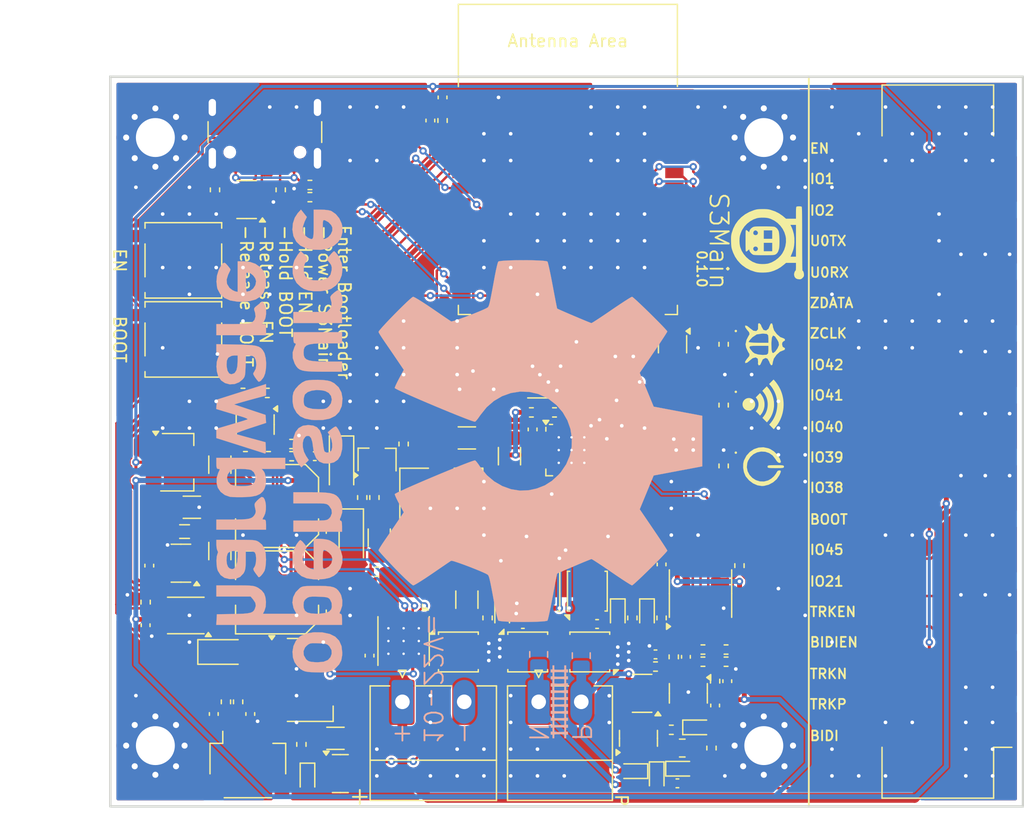
<source format=kicad_pcb>
(kicad_pcb (version 20241229) (generator "pcbnew") (generator_version "9.0")
  (title_block (rev "A"))
  (layers (0 "F.Cu" signal) (2 "B.Cu" signal) (13 "F.Paste" user) (15 "B.Paste" user) (5 "F.SilkS" user "F.Silkscreen") (7 "B.SilkS" user "B.Silkscreen") (1 "F.Mask" user) (3 "B.Mask" user) (25 "Edge.Cuts" user))
  (net 0 "")
  (net 1 "+3V3")
  (net 2 "GND")
  (net 3 "EN")
  (net 4 "+5V")
  (net 5 "Net-(D1-A)")
  (net 6 "Net-(C5-Pad1)")
  (net 7 "Net-(U3--)")
  (net 8 "Net-(U1A--)")
  (net 9 "Net-(U3-+)")
  (net 10 "Net-(C10-Pad2)")
  (net 11 "VDC")
  (net 12 "Net-(U5-CPH)")
  (net 13 "Net-(U5-CPL)")
  (net 14 "GVDD")
  (net 15 "Net-(U5-BSTA)")
  (net 16 "SHA")
  (net 17 "Net-(U5-BSTB)")
  (net 18 "SHB")
  (net 19 "Net-(U5-BSTC)")
  (net 20 "I_SEN")
  (net 21 "Net-(D8-K)")
  (net 22 "Net-(D7-A)")
  (net 23 "Vdrive")
  (net 24 "Net-(D13-A)")
  (net 25 "Net-(D11-K)")
  (net 26 "Net-(U7-BST)")
  (net 27 "Net-(U7-SW)")
  (net 28 "Net-(D14-A)")
  (net 29 "Net-(J5-Pin_2)")
  (net 30 "Net-(J5-Pin_3)")
  (net 31 "GHC")
  (net 32 "Net-(D3-K)")
  (net 33 "Net-(D4-K)")
  (net 34 "Net-(D5-K)")
  (net 35 "Net-(D6-K)")
  (net 36 "GLA")
  (net 37 "Net-(D8-A)")
  (net 38 "Net-(D9-K)")
  (net 40 "D+")
  (net 41 "Net-(D10-TVS4)")
  (net 42 "D-")
  (net 43 "Net-(D11-A)")
  (net 44 "GLB")
  (net 45 "Net-(C31-Pad1)")
  (net 46 "Net-(D17-K)")
  (net 47 "U0TX")
  (net 48 "BIDI")
  (net 49 "U0RX")
  (net 50 "TRKP")
  (net 51 "BOOT")
  (net 52 "TRKN")
  (net 53 "Net-(J4-CC1)")
  (net 55 "Net-(J4-CC2)")
  (net 57 "SHC")
  (net 58 "Net-(Q2A-B1)")
  (net 59 "Net-(Q2A-C1)")
  (net 60 "Net-(Q2B-B2)")
  (net 61 "Net-(Q2B-C2)")
  (net 62 "Net-(Q6B-D)")
  (net 63 "Net-(Q6A-D)")
  (net 64 "Net-(Q6B-G)")
  (net 65 "Net-(Q6A-G)")
  (net 66 "Net-(D16-K)")
  (net 67 "Net-(D18-K)")
  (net 68 "Net-(D18-A)")
  (net 69 "ACK")
  (net 70 "Net-(Q9-G)")
  (net 71 "Net-(U1A-+)")
  (net 72 "Net-(U1B--)")
  (net 73 "NFAULT")
  (net 74 "Net-(U5-DT)")
  (net 75 "Net-(U5-VDSLVL)")
  (net 76 "LED_GREEN")
  (net 77 "LED_BLUE")
  (net 78 "ILIM1")
  (net 79 "ILIM0")
  (net 80 "GHA")
  (net 81 "Net-(U6-SNS)")
  (net 82 "Net-(U6-ILIM)")
  (net 83 "VDC_SEN")
  (net 84 "VBUS_SEN")
  (net 85 "GHB")
  (net 86 "ZCLK")
  (net 87 "Net-(U8-B1)")
  (net 88 "Net-(U8-B2)")
  (net 89 "ZDATA")
  (net 91 "ZEN")
  (net 94 "NSLEEP")
  (net 98 "Net-(U2-Pad2)")
  (net 99 "OL_ON")
  (net 101 "Net-(J3-Pin_2)")
  (net 102 "IO40")
  (net 103 "IO2")
  (net 104 "IO21")
  (net 105 "IO1")
  (net 106 "IO42")
  (net 107 "IO45")
  (net 108 "IO41")
  (net 109 "IO39")
  (net 110 "IO38")
  (net 111 "BIDIEN_LP")
  (net 112 "NTRKEN")
  (net 113 "BIDIEN")
  (net 114 "TRKEN")
  (net 115 "TRKN_LOW")
  (net 116 "TRKEN_NBIDIEN")
  (net 117 "Net-(Q10-E)")
  (footprint "Diode_SMD:D_0402_1005Metric" (layer "F.Cu") (at 166.9 94.5 -90)
    (property "Reference" "D4" (hide yes))
    (property "Value" "GREEN")
  )
  (footprint "Resistor_SMD:R_0402_1005Metric" (layer "F.Cu") (at 128.5 98.7 180)
    (property "Reference" "R39" (hide yes))
    (property "Value" "18k7")
  )
  (footprint "Resistor_SMD:R_0402_1005Metric" (layer "F.Cu") (at 150.1 95.1)
    (property "Reference" "R21" (hide yes))
    (property "Value" "100k")
  )
  (footprint "Diode_SMD:D_SOD-523" (layer "F.Cu") (at 157.2 111.7 -90)
    (property "Reference" "D13" (hide yes))
    (property "Value" "1N4148")
  )
  (footprint "Resistor_SMD:R_0402_1005Metric" (layer "F.Cu") (at 131.9 76.4)
    (property "Reference" "R43" (hide yes))
    (property "Value" "10k")
  )
  (footprint "Resistor_SMD:R_0402_1005Metric" (layer "F.Cu") (at 139.6 97.7 90)
    (property "Reference" "R54" (hide yes))
    (property "Value" "10k")
  )
  (footprint "Resistor_SMD:R_0402_1005Metric" (layer "F.Cu") (at 126 118.9 -90)
    (property "Reference" "R53" (hide yes))
    (property "Value" "33")
  )
  (footprint "Resistor_SMD:R_0402_1005Metric" (layer "F.Cu") (at 124.1 76.8 -90)
    (property "Reference" "R40" (hide yes))
    (property "Value" "5k1")
  )
  (footprint "Capacitor_SMD:C_1206_3216Metric" (layer "F.Cu") (at 152.3 103.7)
    (property "Reference" "C16" (hide yes))
    (property "Value" "1u")
  )
  (footprint "Package_DFN_QFN:QFN-28-1EP_4x4mm_P0.4mm_EP2.6x2.6mm_ThermalVias" (layer "F.Cu") (at 153.4 98.2)
    (property "Reference" "U5" (hide yes))
    (property "Value" "DRV8328B")
  )
  (footprint "Package_SO:Vishay_PowerPAK_1212-8_Single" (layer "F.Cu") (at 154.9 114.8 180)
    (property "Reference" "Q8" (hide yes))
    (property "Value" "SiS4634LDN")
  )
  (footprint "Resistor_SMD:R_0402_1005Metric" (layer "F.Cu") (at 131.2 122.4 -90)
    (property "Reference" "R34" (hide yes))
    (property "Value" "10k")
  )
  (footprint "Resistor_SMD:R_0402_1005Metric" (layer "F.Cu") (at 152 95.1)
    (property "Reference" "R20" (hide yes))
    (property "Value" "10k")
  )
  (footprint "Diode_SMD:D_SOD-123" (layer "F.Cu") (at 135.3 105.4 -90)
    (property "Reference" "D15" (hide yes))
    (property "Value" "B5819W")
  )
  (footprint "Package_SO:Vishay_PowerPAK_1212-8_Single" (layer "F.Cu") (at 154.7 109.8 90)
    (property "Reference" "Q7" (hide yes))
    (property "Value" "SiS4634LDN")
  )
  (footprint "Package_TO_SOT_SMD:SOT-23-5" (layer "F.Cu") (at 163 118.2 -90)
    (property "Reference" "U3" (hide yes))
    (property "Value" "TLV9061xDBV")
  )
  (footprint "Resistor_SMD:R_0402_1005Metric" (layer "F.Cu") (at 166.1 115.6)
    (property "Reference" "R17" (hide yes))
    (property "Value" "220")
  )
  (footprint "Diode_SMD:D_PowerDI-123" (layer "F.Cu") (at 125 114.8)
    (property "Reference" "D18" (hide yes))
    (property "Value" "SBR3U60P1")
  )
  (footprint "OpenRemise:Power_Symbol" (layer "F.Cu") (at 169.2 99.5 -90)
    (property "Reference" "G***" (hide yes))
    (property "Value" "LOGO" (hide yes))
  )
  (footprint "Capacitor_SMD:C_0402_1005Metric" (layer "F.Cu") (at 160.3 115 180)
    (property "Reference" "C4" (hide yes))
    (property "Value" "1n")
  )
  (footprint "Resistor_SMD:R_0402_1005Metric" (layer "F.Cu") (at 166.1 114.6 180)
    (property "Reference" "R14" (hide yes))
    (property "Value" "1k")
  )
  (footprint "Resistor_SMD:R_0402_1005Metric" (layer "F.Cu") (at 118.4 110.7 90)
    (property "Reference" "R48" (hide yes))
    (property "Value" "10k")
  )
  (footprint "Diode_SMD:D_SOD-523" (layer "F.Cu") (at 150.6 106.3 -90)
    (property "Reference" "D8" (hide yes))
    (property "Value" "1N4148")
  )
  (footprint "Package_SO:SSOP-8_2.95x2.8mm_P0.65mm" (layer "F.Cu") (at 121.7 111.8 180)
    (property "Reference" "U8" (hide yes))
    (property "Value" "TXS0102DCT")
  )
  (footprint "Resistor_SMD:R_0402_1005Metric" (layer "F.Cu") (at 131.9 77.4 180)
    (property "Reference" "R44" (hide yes))
    (property "Value" "14k3")
  )
  (footprint "Capacitor_SMD:C_0402_1005Metric" (layer "F.Cu") (at 160.8 107.6 -90)
    (property "Reference" "C3" (hide yes))
    (property "Value" "100n")
  )
  (footprint "OpenRemise:Debug_Symbol" (layer "F.Cu") (at 169.2 89.5 -90)
    (property "Reference" "G***" (hide yes))
    (property "Value" "LOGO" (hide yes))
  )
  (footprint "Resistor_SMD:R_0402_1005Metric" (layer "F.Cu") (at 165.9 99.5 90)
    (property "Reference" "R27" (hide yes))
    (property "Value" "3k3")
  )
  (footprint "Resistor_SMD:R_0805_2012Metric_Pad1.20x1.40mm_HandSolder" (layer "F.Cu") (at 162.5 122.7 180)
    (property "Reference" "R9" (hide yes))
    (property "Value" "2R2")
  )
  (footprint "MountingHole:MountingHole_3.2mm_M3_Pad_Via" (layer "F.Cu") (at 119.2 72.5)
    (property "Reference" "REF**" (hide yes))
    (property "Value" "MountingHole_3.2mm_M3_Pad_Via")
  )
  (footprint "Resistor_SMD:R_0402_1005Metric" (layer "F.Cu") (at 156.4 91.9 -90)
    (property "Reference" "R3" (hide yes))
    (property "Value" "22k")
  )
  (footprint "Resistor_SMD:R_0402_1005Metric" (layer "F.Cu") (at 136.2 102.1 -90)
    (property "Reference" "R50" (hide yes))
    (property "Value" "10k")
  )
  (footprint "Resistor_SMD:R_0402_1005Metric" (layer "F.Cu") (at 147.6 89.1 90)
    (property "Reference" "R4" (hide yes))
    (property "Value" "22k")
  )
  (footprint "Resistor_SMD:R_0402_1005Metric" (layer "F.Cu") (at 158.4 112 -90)
    (property "Reference" "R46" (hide yes))
    (property "Value" "47")
  )
  (footprint "OpenRemise:WiFi_Symbol" (layer "F.Cu") (at 169.2 94.5 -90)
    (property "Reference" "G***" (hide yes))
    (property "Value" "LOGO" (hide yes))
  )
  (footprint "Resistor_SMD:R_0402_1005Metric" (layer "F.Cu") (at 164.2 115.6 180)
    (property "Reference" "R15" (hide yes))
    (property "Value" "33")
  )
  (footprint "Espressif:ESP32-S3-WROOM-2" (layer "F.Cu") (at 153.1 77.3)
    (property "Reference" "U4" (hide yes))
    (property "Value" "ESP32-S3-WROOM-2")
  )
  (footprint "Resistor_SMD:R_0402_1005Metric" (layer "F.Cu") (at 149.4 106.6 -90)
    (property "Reference" "R32" (hide yes))
    (property "Value" "1k")
  )
  (footprint "Diode_SMD:D_SOD-523" (layer "F.Cu") (at 160.4 125.1 -90)
    (property "Reference" "D16" (hide yes))
    (property "Value" "1N4148")
  )
  (footprint "Capacitor_SMD:C_1206_3216Metric" (layer "F.Cu") (at 137.6 105.4 90)
    (property "Reference" "C31" (hide yes))
    (property "Value" "10n")
  )
  (footprint "Diode_SMD:D_SOD-523" (layer "F.Cu") (at 158.4 124.6 180)
    (property "Reference" "D19" (hide yes))
    (property "Value" "1N4148")
  )
  (footprint "Capacitor_SMD:C_0402_1005Metric" (layer "F.Cu") (at 118.4 112.6 -90)
    (property "Reference" "C30" (hide yes))
    (property "Value" "100n")
  )
  (footprint "Capacitor_SMD:CP_Elec_6.3x7.7" (layer "F.Cu") (at 129.2 109.9 180)
    (property "Reference" "C20" (hide yes))
    (property "Value" "100u")
  )
  (footprint "Connector_USB:USB_C_Receptacle_GCT_USB4105-xx-A_16P_TopMnt_Horizontal" (layer "F.Cu") (at 128.2 71.1 180)
    (property "Reference" "J4" (hide yes))
    (property "Value" "USB_C_Receptacle_USB2.0_16P")
  )
  (footprint "Capacitor_SMD:CP_Elec_6.3x7.7" (layer "F.Cu") (at 142.7 103.1 90)
    (property "Reference" "C12" (hide yes))
    (property "Value" "100u")
  )
  (footprint "Resistor_SMD:R_0402_1005Metric" (layer "F.Cu") (at 142.8 71.1 -90)
    (property "Reference" "R1" (hide yes))
    (property "Value" "10k")
  )
  (footprint "Resistor_SMD:R_0402_1005Metric" (layer "F.Cu") (at 126.6 98.7)
    (property "Reference" "R42" (hide yes))
    (property "Value" "39k")
  )
  (footprint "Button_Switch_SMD:SW_SPST_EVPBF" (layer "F.Cu") (at 121.5 89.1)
    (property "Reference" "SW2" (hide yes))
    (property "Value" "BOOT")
  )
  (footprint "Resistor_SMD:R_0402_1005Metric" (layer "F.Cu") (at 126.4 93.5 180)
    (property "Reference" "R36" (hide yes))
    (property "Value" "10k")
  )
  (footprint "Capacitor_SMD:C_0402_1005Metric" (layer "F.Cu") (at 150.2 96.5 90)
    (property "Reference" "C11" (hide yes))
    (property "Value" "100n")
  )
  (footprint "Capacitor_SMD:C_0402_1005Metric" (layer "F.Cu") (at 147.6 92.9 90)
    (property "Reference" "C7" (hide yes))
    (property "Value" "100n")
  )
  (footprint "Resistor_SMD:R_0402_1005Metric" (layer "F.Cu") (at 154.5 95.1 180)
    (property "Reference" "R19" (hide yes))
    (property "Value" "10k")
  )
  (footprint "Resistor_SMD:R_0402_1005Metric" (layer "F.Cu") (at 145.3 92.8 90)
    (property "Reference" "R38" (hide yes))
    (property "Value" "470")
  )
  (footprint "Diode_SMD:D_SOD-123" (layer "F.Cu") (at 134.5 99.4 -90)
    (property "Reference" "D14" (hide yes))
    (property "Value" "B5819W")
  )
  (footprint "MountingHole:MountingHole_3.2mm_M3_Pad_Via" (layer "F.Cu") (at 169.2 72.5)
    (property "Reference" "REF**" (hide yes))
    (property "Value" "MountingHole_3.2mm_M3_Pad_Via")
  )
  (footprint "Resistor_SMD:R_0402_1005Metric" (layer "F.Cu") (at 159.3 89.4)
    (property "Reference" "R22" (hide yes))
    (property "Value" "3k3")
  )
  (footprint "Capacitor_SMD:C_1206_3216Metric" (layer "F.Cu") (at 157.6 102)
    (property "Reference" "C17" (hide yes))
    (property "Value" "1u")
  )
  (footprint "Capacitor_SMD:C_0402_1005Metric" (layer "F.Cu") (at 157.1 106.6 -90)
    (property "Reference" "C26" (hide yes))
    (property "Value" "1n")
  )
  (footprint "Resistor_SMD:R_0402_1005Metric" (layer "F.Cu") (at 129.5 76.8 -90)
    (property "Reference" "R41" (hide yes))
    (property "Value" "5k1")
  )
  (footprint "Package_TO_SOT_SMD:TSOT-23-6" (layer "F.Cu") (at 127.4 96.1 -90)
    (property "Reference" "Q6" (hide yes))
    (property "Value" "QS6K21")
  )
  (footprint "Resistor_SMD:R_0402_1005Metric" (layer "F.Cu") (at 151.8 106.6 -90)
    (property "Reference" "R29" (hide yes))
    (property "Value" "47")
  )
  (footprint "Resistor_SMD:R_0402_1005Metric" (layer "F.Cu") (at 137.4 108.2 180)
    (property "Reference" "R49" (hide yes))
    (property "Value" "4k7")
  )
  (footprint "Resistor_SMD:R_0402_1005Metric" (layer "F.Cu") (at 156.1 106.6 -90)
    (property "Reference" "R45" (hide yes))
    (property "Value" "1k")
  )
  (footprint "Button_Switch_SMD:SW_SPST_EVPBF" (layer "F.Cu") (at 121.5 82.6)
    (property "Reference" "SW1" (hide yes))
    (property "Value" "EN")
  )
  (footprint "Package_TO_SOT_SMD:SOT-23" (layer "F.Cu") (at 134.4 124.8)
    (property "Reference" "D9" (hide yes))
    (property "Value" "BZX84C15")
  )
  (footprint "Capacitor_SMD:C_0402_1005Metric" (layer "F.Cu") (at 162.1 125.6 180)
    (property "Reference" "C34" (hide yes))
    (property "Value" "1n")
  )
  (footprint "Capacitor_SMD:C_1206_3216Metric" (layer "F.Cu") (at 134 121.9)
    (property "Reference" "C23" (hide yes))
    (property "Value" "1u")
  )
  (footprint "Diode_SMD:D_SOD-523" (layer "F.Cu") (at 159.6 111.7 -90)
    (property "Reference" "D1" (hide yes))
    (property "Value" "1N4148")
  )
  (footprint "Package_SO:Vishay_PowerPAK_1212-8_Single" (layer "F.Cu") (at 150.8 109.8 90)
    (property "Reference" "Q3" (hide yes))
    (property "Value" "SiS4634LDN")
  )
  (footprint "Inductor_SMD:L_0805_2012Metric" (layer "F.Cu") (at 121.6 104.9)
    (property "Reference" "L1" (hide yes))
    (property "Value" "4u7")
  )
  (footprint "Package_TO_SOT_SMD:SOT-223" (layer "F.Cu") (at 131.9 117.1)
    (property "Reference" "U10" (hide yes))
    (property "Value" "BTS4141N")
  )
  (footprint "Resistor_SMD:R_0402_1005Metric" (layer "F.Cu") (at 165.9 94.5 90)
    (property "Reference" "R23" (hide yes))
    (property "Value" "562")
  )
  (footprint "Resistor_SMD:R_0402_1005Metric" (layer "F.Cu") (at 125 118.9 -90)
    (property "Reference" "R52" (hide yes))
    (property "Value" "33")
  )
  (footprint "Capacitor_SMD:C_0402_1005Metric" (layer "F.Cu") (at 166.2 117.2 90)
    (property "Reference" "C9" (hide yes))
    (property "Value" "100p")
  )
  (footprint "Resistor_SMD:R_0402_1005Metric" (layer "F.Cu") (at 130.4 98.7 180)
    (property "Reference" "R31" (hide yes))
    (property "Value" "4k7")
  )
  (footprint "Resistor_SMD:R_0402_1005Metric" (layer "F.Cu") (at 157.4 91.9 -90)
    (property "Reference" "R7" (hide yes))
    (property "Value" "4k7")
  )
  (footprint "Package_SO:TSSOP-14_4.4x5mm_P0.65mm" (layer "F.Cu") (at 152 91.3 180)
    (property "Reference" "U2" (hide yes))
    (property "Value" "7402")
  )
  (footprint "Resistor_SMD:R_0402_1005Metric" (layer "F.Cu") (at 165.9 89.5 90)
    (property "Reference" "R28" (hide yes))
    (property "Value" "422")
  )
  (footprint "Capacitor_SMD:C_0402_1005Metric" (layer "F.Cu") (at 127 119.9 90)
    (property "Reference" "C36" (hide yes))
    (property "Value" "220p")
  )
  (footprint "Capacitor_SMD:C_0402_1005Metric" (layer "F.Cu") (at 156.8 93.3 180)
    (property "Reference" "C5" (hide yes))
    (property "Value" "220p")
  )
  (footprint "MountingHole:MountingHole_3.2mm_M3_Pad_Via" (layer "F.Cu") (at 169.2 122.5)
    (property "Reference" "REF**" (hide yes))
    (property "Value" "MountingHole_3.2mm_M3_Pad_Via")
  )
  (footprint "Connector_IDC:IDC-Header_2x20_P2.54mm_Vertical_SMD" (layer "F.Cu") (at 183.5 97.5 180)
    (property "Reference" "J2" (hide yes))
    (property "Value" "IDC")
  )
  (footprint "Capacitor_SMD:C_0402_1005Metric" (layer "F.Cu") (at 124 119.9 90)
    (property "Reference" "C35" (hide yes))
    (property "Value" "220p")
  )
  (footprint "Resistor_SMD:R_0402_1005Metric" (layer "F.Cu") (at 156.4 90 90)
    (property "Reference" "R2" (hide yes))
    (property "Value" "22k")
  )
  (footprint "Resistor_SMD:R_0402_1005Metric" (layer "F.Cu") (at 128.4 93.5 180)
    (property "Reference" "R35" (hide yes))
    (property "Value" "10k")
  )
  (footprint "Connector_Phoenix_MC:PhoenixContact_MC_1,5_2-G-3.5_1x02_P3.50mm_Horizontal" (layer "F.Cu") (at 150.7 118.9)
    (property "Reference" "J1" (hide yes))
    (property "Value" "TRACK")
  )
  (footprint "Connector_JST:JST_SH_SM04B-SRSS-TB_1x04-1MP_P1.00mm_Horizontal" (layer "F.Cu") (at 126.8 124.1)
    (property "Reference" "J5" (hide yes))
    (property "Value" "ZUSI")
  )
  (footprint "Package_SO:Vishay_PowerPAK_1212-8_Single" (layer "F.Cu") (at 149.8 114.8)
    (property "Reference" "Q4" (hide yes))
    (property "Value" "SiS4634LDN")
  )
  (footprint "Capacitor_SMD:C_0402_1005Metric" (layer "F.Cu") (at 165.2 119.2 90)
    (property "Reference" "C8" (hide yes))
    (property "Value" "100n")
  )
  (footprint "Capacitor_SMD:C_1206_3216Metric" (layer "F.Cu") (at 148.3 103.3 -90)
    (property "Reference" "C15" (hide yes))
    (property "Value" "1u")
  )
  (footprint "Capacitor_SMD:C_0402_1005Metric" (layer "F.Cu") (at 125.1 112 -90)
    (property "Reference" "C29" (hide yes))
    (property "Value" "100n")
  )
  (footprint "Capacitor_SMD:C_0402_1005Metric" (layer "F.Cu") (at 141.8 71.1 90)
    (property "Reference" "C2" (hide yes))
    (property "Value" "100n")
  )
  (footprint "Capacitor_SMD:C_1206_3216Metric" (layer "F.Cu") (at 144.8 97.2)
    (property "Reference" "C14" (hide yes))
    (property "Value" "10u")
  )
  (footprint "Capacitor_SMD:C_1206_3216Metric" (layer "F.Cu") (at 124.5 99.4 -90)
    (property "Reference" "C37" (hide yes))
    (property "Value" "47u")
  )
  (footprint "Package_SO:Vishay_PowerPAK_1212-8_Single" (layer "F.Cu") (at 144.1 114.8)
    (property "Reference" "Q5" (hide yes))
    (property "Value" "SiS4634LDN")
  )
  (footprint "Resistor_SMD:R_0402_1005Metric" (layer "F.Cu") (at 164.9 122.7 90)
    (property "Reference" "R55" (hide yes))
    (property "Value" "220 1/4W")
  )
  (footprint "Resistor_SMD:R_0402_1005Metric" (layer "F.Cu") (at 146.5 112 -90)
    (property "Reference" "R30" (hide yes))
    (property "Value" "47")
  )
  (footprint "Diode_SMD:D_SOD-523" (layer "F.Cu") (at 158.1 97.7 -90)
    (property "Reference" "D2" (hide yes))
    (property "Value" "1N4148")
  )
  (footprint "Resistor_SMD:R_0402_1005Metric" (layer "F.Cu") (at 153.7 106.6 -90)
    (property "Reference" "R47" (hide yes))
    (property "Value" "47")
  )
  (footprint "Capacitor_SMD:C_0402_1005Metric" (layer "F.Cu") (at 149.4 112.5 180)
    (property "Reference" "C22" (hide yes))
    (property "Value" "1n")
  )
  (footprint "Connector_Phoenix_MC_HighVoltage:PhoenixContact_MC_1,5_2-G-5.08_1x02_P5.08mm_Horizontal" (layer "F.Cu") (at 139.5 118.9)
    (property "Reference" "J3" (hide yes))
    (property "Value" "POWER")
  )
  (footprint "Package_TO_SOT_SMD:TSOT-23-6" (layer "F.Cu") (at 121.3 107.5 180)
    (property "Reference" "U7" (hide yes))
    (property "Value" "AP63205WU")
  )
  (footprint "Resistor_SMD:R_0402_1005Metric" (layer "F.Cu") (at 145.3 94.7 90)
    (property "Reference" "R37" (hide yes))
    (property "Value" "14k3")
  )
  (footprint "Package_TO_SOT_SMD:SOT-89-3" (layer "F.Cu") (at 121 99.2)
    (property "Reference" "U9" (hide yes))
    (property "Value" "AZ1117-3.3")
  )
  (footprint "Resistor_SMD:R_0402_1005Metric" (layer "F.Cu") (at 160.3 116)
    (property "Reference" "R11" (hide yes))
    (property "Value" "1k")
  )
  (footprint "Resistor_SMD:R_0402_1005Metric" (layer "F.Cu") (at 161.8 115.2 90)
    (property "Reference" "R13" (hide yes))
    (property "Value" "3k3")
  )
  (footprint "Package_TO_SOT_SMD:TSOT-23" (layer "F.Cu") (at 137.4 99 90)
    (property "Reference" "Q9" (hide yes))
    (property "Value" "BSS138")
  )
  (footprint "Package_SON:WSON-12-1EP_4x4mm_P0.5mm_EP2.6x3mm_ThermalVias" (layer "F.Cu") (at 139.6 113.9 -90)
    (property "Reference" "U6" (hide yes))
    (property "Value" "TPS281C100A")
  )
  (footprint "Diode_SMD:D_SOD-523" (layer "F.Cu") (at 154.9 106.3 -90)
    (property "Reference" "D11" (hide yes))
    (property "Value" "1N4148")
  )
  (footprint "Package_TO_SOT_SMD:SOT-23-6" (layer "F.Cu") (at 126.7 77.6 180)
    (property "Reference" "D10" (hide yes))
    (property "Value" "ESDA6V1BC6")
  )
  (footprint "Capacitor_SMD:C_1206_3216Metric" (layer "F.Cu") (at 144.8 110.5 -90)
    (property "Reference" "C24" (hide yes))
    (property "Value" "1u")
  )
  (footprint "Package_TO_SOT_SMD:SOT-363_SC-70-6" (layer "F.Cu") (at 161.7 89.5 -90)
    (property "Reference" "Q2" (hide yes))
    (property "Value" "BC847BDW1")
  )
  (footprint "Resistor_SMD:R_0402_1005Metric" (layer "F.Cu") (at 165.2 117.2 90)
    (property "Reference" "R12" (hide yes))
    (property "Value" "3k3")
  )
  (footprint "Resistor_SMD:R_0402_1005Metric" (layer "F.Cu") (at 167.2 107.7 90)
    (property "Reference" "R18" (hide yes))
    (property "Value" "10k")
  )
  (footprint "Resistor_SMD:R_0402_1005Metric" (layer "F.Cu") (at 159.3 88.4)
    (property "Reference" "R26" (hide yes))
    (property "Value" "3k3")
  )
  (footprint "Resistor_SMD:R_0402_1005Metric" (layer "F.Cu") (at 160.8 112 -90)
    (property "Reference" "R6" (hide yes))
    (property "Value" "4k7")
  )
  (footprint "Diode_SMD:D_0402_1005Metric" (layer "F.Cu") (at 166.9 89.5 -90)
    (property "Reference" "D6" (hide yes))
    (property "Value" "BLUE")
  )
  (footprint "Package_TO_SOT_SMD:SOT-23" (layer "F.Cu") (at 158.9 121.9 90)
    (property "Reference" "Q10" (hide yes))
    (property "Value" "BC847B")
  )
  (footprint "Package_TO_SOT_SMD:TSOT-23-6" (layer "F.Cu") (at 159.2 118.2 180)
    (property "Reference" "Q1" (hide yes))
    (property "Value" "QS6K21")
  )
  (footprint "Diode_SMD:D_SOD-523" (layer "F.Cu") (at 131.7 125.2 -90)
    (property "Reference" "D12" (hide yes))
    (property "Value" "CEZ30V,L3F")
  )
  (footprint "Package_SO:SOIC-8_3.9x4.9mm_P1.27mm" (layer "F.Cu") (at 164 110 90)
    (property "Reference" "U1" (hide yes))
    (property "Value" "LM393")
  )
  (footprint "Capacitor_SMD:C_0402_1005Metric" (layer "F.Cu") (at 136.8 115.1 90)
    (property "Reference" "C18" (hide yes))
    (property "Value" "100n")
  )
  (footprint "Diode_SMD:D_SOD-523" (layer "F.Cu") (at 162.4 124.4)
    (property "Reference" "D17" (hide yes))
    (property "Value" "1N4148")
  )
  (footprint "Diode_SMD:D_SOD-523" (layer "F.Cu") (at 147.7 111.7 -90)
    (property "Reference" "D7" (hide yes))
    (property "Value" "1N4148")
  )
  (footprint "Capacitor_SMD:C_0402_1005Metric" (layer "F.Cu") (at 142.8 69.2 90)
    (property "Reference" "C1" (hide yes))
    (property "Value" "100n")
  )
  (footprint "Diode_SMD:D_0402_1005Metric" (layer "F.Cu") (at 166.9 99.5 -90)
    (property "Reference" "D5" (hide yes))
    (property "Value" "RED")
  )
  (footprint "Resistor_SMD:R_0402_1005Metric" (layer "F.Cu") (at 161.6 121.2 180)
    (property "Reference" "R10" (hide yes))
    (property "Value" "1k")
  )
  (footprint "Resistor_SMD:R_0402_1005Metric" (layer "F.Cu") (at 164.2 114.6)
    (property "Reference" "R16" (hide yes))
    (property "Value" "33")
  )
  (footprint "OpenRemise:Logo_Symbol" (layer "F.Cu") (at 169.2 81 -90)
    (property "Reference" "G***" (hide yes))
    (property "Value" "LOGO" (hide yes))
  )
  (footprint "Resistor_SMD:R_0402_1005Metric" (layer "F.Cu") (at 137.2 102.1 90)
    (property "Reference" "R51" (hide yes))
    (property "Value" "1k")
  )
  (footprint "Capacitor_SMD:C_1206_3216Metric" (layer "F.Cu") (at 122.2 102.9)
    (property "Reference" "C33" (hide yes))
    (property "Value" "47u")
  )
  (footprint "Capacitor_SMD:C_1206_3216Metric" (layer "F.Cu") (at 148.3 98.7 90)
    (property "Reference" "C13" (hide yes))
    (property "Value" "470n")
  )
  (footprint "Resistor_SMD:R_0402_1005Metric" (layer "F.Cu") (at 130.4 97.7)
    (property "Reference" "R33" (hide yes))
    (property "Value" "180")
  )
  (footprint "Capacitor_SMD:C_0402_1005Metric" (layer "F.Cu") (at 162.8 115.2 90)
    (property "Reference" "C10" (hide yes))
    (property "Value" "100p")
  )
  (footprint "Capacitor_SMD:CP_Elec_6.3x7.7" (layer "F.Cu") (at 129.2 102.8 180)
    (property "Reference" "C27" (hide yes))
    (property "Value" "100u")
  )
  (footprint "Capacitor_SMD:C_0402_1005Metric" (layer "F.Cu") (at 132.3 98.7)
    (property "Reference" "C19" (hide yes))
    (property "Value" "1n")
  )
  (footprint "Capacitor_SMD:C_0402_1005Metric" (layer "F.Cu") (at 148.4 106.6 -90)
    (property "Reference" "C21" (hide yes))
    (property "Value" "1n")
  )
  (footprint "Capacitor_SMD:C_1206_3216Metric" (layer "F.Cu") (at 124.5 106.5 90)
    (property "Reference" "C28" (hide yes))
    (property "Value" "4u7")
  )
  (footprint "Resistor_SMD:R_0402_1005Metric" (layer "F.Cu") (at 159.3 97.8 -90)
    (property "Reference" "R8" (hide yes))
    (property "Value" "10k")
  )
  (footprint "MountingHole:MountingHole_3.2mm_M3_Pad_Via" (layer "F.Cu") (at 119.2 122.5)
    (property "Reference" "REF**" (hide yes))
    (property "Value" "MountingHole_3.2mm_M3_Pad_Via")
  )
  (footprint "Capacitor_SMD:C_0402_1005Metric" (layer "F.Cu") (at 159.3 99.9 -90)
    (property "Reference" "C6" (hide yes))
    (property "Value" "1n")
  )
  (footprint "Diode_SMD:D_SOD-523" (layer "F.Cu") (at 163.8 121)
    (property "Reference" "D3" (hide yes))
    (property "Value" "1N4148")
  )
  (footprint "Resistor_SMD:R_0402_1005Metric" (layer "F.Cu") (at 147.6 91 -90)
    (property "Reference" "R5" (hide yes))
    (property "Value" "22k")
  )
  (footprint "Capacitor_SMD:C_0402_1005Metric" (layer "F.Cu") (at 155.5 112.5)
    (property "Reference" "C25" (hide yes))
    (property "Value" "1n")
  )
  (footprint "Capacitor_SMD:C_0402_1005Metric" (layer "F.Cu") (at 118.7 107.7 -90)
    (property "Reference" "C32" (hide yes))
    (property "Value" "100n")
  )
  (footprint "Resistor_SMD:R_0805_2012Metric_Pad1.20x1.40mm_HandSolder" (layer "B.Cu") (at 154.2 115.1 90)
    (property "Reference" "R24" (hide yes))
    (property "Value" "4k7")
  )
  (footprint "OpenRemise:Track_Symbol" (layer "B.Cu") (at 152.4 118.9 -90)
    (property "Reference" "G***" (hide yes))
    (property "Value" "LOGO" (hide yes))
  )
  (footprint "Symbol:OSHW-Logo_38.1x40mm_SilkScreen" (layer "B.Cu") (at 144.2 97.5 90)
    (property "Reference" "REF**" (hide yes))
    (property "Value" "OSHW-Logo_38.1x40mm_SilkScreen" (hide yes))
  )
  (footprint "Resistor_SMD:R_0805_2012Metric_Pad1.20x1.40mm_HandSolder" (layer "B.Cu") (at 150.7 115 90)
    (property "Reference" "R25" (hide yes))
    (property "Value" "4k7")
  )
  (gr_line (start 172.9 67.6) (end 172.9 127.4) (stroke (width 0.15)) (layer "F.SilkS"))
  (gr_rect (start 115.5 67.5) (end 190.5 127.5) (stroke (width 0.2)) (fill no) (layer "Edge.Cuts"))
  (gr_text "IO2" (at 172.9 78.5 0) (layer "F.SilkS") (effects (font (size 0.8 0.8)) (justify left)))
  (gr_text "IO40" (at 172.9 96.3 0) (layer "F.SilkS") (effects (font (size 0.8 0.8)) (justify left)))
  (gr_text "U0TX" (at 172.9 81 0) (layer "F.SilkS") (effects (font (size 0.8 0.8)) (justify left)))
  (gr_text "IO1" (at 172.9 75.9 0) (layer "F.SilkS") (effects (font (size 0.8 0.8)) (justify left)))
  (gr_text "BOOT" (at 116.26 89.1 270) (layer "F.SilkS") (effects (font (size 1 1))))
  (gr_text "+" (at 136 126.6 0) (layer "F.SilkS") (effects (font (size 1.5 1.5))))
  (gr_text "0.1.0" (at 164.1 83.3 270) (layer "F.SilkS") (effects (font (size 0.8 0.8))))
  (gr_text "EN" (at 172.9 73.4 0) (layer "F.SilkS") (effects (font (size 0.8 0.8)) (justify left)))
  (gr_text "BIDIEN" (at 172.9 114 0) (layer "F.SilkS") (effects (font (size 0.8 0.8)) (justify left)))
  (gr_text "IO41" (at 172.9 93.7 0) (layer "F.SilkS") (effects (font (size 0.8 0.8)) (justify left)))
  (gr_text "TRKEN" (at 172.9 111.5 0) (layer "F.SilkS") (effects (font (size 0.8 0.8)) (justify left)))
  (gr_text "IO21" (at 172.9 109 0) (layer "F.SilkS") (effects (font (size 0.8 0.8)) (justify left)))
  (gr_text "P" (at 157.5 127 270) (layer "F.SilkS") (effects (font (size 1 1))))
  (gr_text "BOOT" (at 172.9 103.9 0) (layer "F.SilkS") (effects (font (size 0.8 0.8)) (justify left)))
  (gr_text "Enter Bootloader\n-Power S3Main\n-Hold EN\n-Hold BOOT\n-Release EN\n-Release BOOT" (at 130.7 79.6 270) (layer "F.SilkS") (effects (font (size 1 1)) (justify left)))
  (gr_text "TRKN" (at 172.9 116.6 0) (layer "F.SilkS") (effects (font (size 0.8 0.8)) (justify left)))
  (gr_text "EN" (at 116.26 82.6 270) (layer "F.SilkS") (effects (font (size 1 1))))
  (gr_text "IO45" (at 172.9 106.4 0) (layer "F.SilkS") (effects (font (size 0.8 0.8)) (justify left)))
  (gr_text "BIDI" (at 172.9 121.7 0) (layer "F.SilkS") (effects (font (size 0.8 0.8)) (justify left)))
  (gr_text "ZCLK" (at 172.9 88.6 0) (layer "F.SilkS") (effects (font (size 0.8 0.8)) (justify left)))
  (gr_text "ZDATA" (at 172.9 86.1 0) (layer "F.SilkS") (effects (font (size 0.8 0.8)) (justify left)))
  (gr_text "TRKP" (at 172.9 119.1 0) (layer "F.SilkS") (effects (font (size 0.8 0.8)) (justify left)))
  (gr_text "U0RX" (at 172.9 83.6 0) (layer "F.SilkS") (effects (font (size 0.8 0.8)) (justify left)))
  (gr_text "IO38" (at 172.9 101.3 0) (layer "F.SilkS") (effects (font (size 0.8 0.8)) (justify left)))
  (gr_text "IO42" (at 172.9 91.2 0) (layer "F.SilkS") (effects (font (size 0.8 0.8)) (justify left)))
  (gr_text "IO39" (at 172.9 98.8 0) (layer "F.SilkS") (effects (font (size 0.8 0.8)) (justify left)))
  (gr_text "S3Main" (at 165.5 81 270) (layer "F.SilkS") (effects (font (size 1.5 1.5))))
  (gr_text "-" (at 144.5 121.5 90) (layer "B.SilkS") (effects (font (size 1.5 1.5)) (justify mirror)))
  (gr_text "10-22V=" (at 142 117 270) (layer "B.SilkS") (effects (font (size 1.5 1.5)) (justify mirror)))
  (gr_text "+" (at 139.5 121.4 0) (layer "B.SilkS") (effects (font (size 1.5 1.5)) (justify mirror)))
  (gr_text "P" (at 154.2 121.4 -90) (layer "B.SilkS") (effects (font (size 1.5 1.5)) (justify mirror)))
  (gr_text "N" (at 150.8 121.4 90) (layer "B.SilkS") (effects (font (size 1.5 1.5)) (justify mirror)))
  (segment (start 144.2 93.61) (end 139.6 98.21) (width 0.25) (layer "F.Cu") (net 1))
  (segment (start 155.3375 97) (end 155.7 96.6375) (width 0.25) (layer "F.Cu") (net 1))
  (segment (start 147.18 93.38) (end 147 93.2) (width 0.25) (layer "F.Cu") (net 1))
  (segment (start 182.8 105.1) (end 182.8 81.5) (width 0.25) (layer "F.Cu") (net 1))
  (segment (start 129.571354 108.552) (end 128.521 107.501646) (width 0.25) (layer "F.Cu") (net 1))
  (segment (start 182.8 122) (end 182.8 114) (width 0.25) (layer "F.Cu") (net 1))
  (segment (start 140.35 115.8375) (end 140.85 115.8375) (width 0.25) (layer "F.Cu") (net 1))
  (segment (start 140.35 115.8375) (end 140.35 116.55) (width 0.25) (layer "F.Cu") (net 1))
  (segment (start 134.448 104.178814) (end 135.021186 104.752) (width 0.25) (layer "F.Cu") (net 1))
  (segment (start 134.448 102.548) (end 134.448 104.178814) (width 0.25) (layer "F.Cu") (net 1))
  (segment (start 124.5 98.9) (end 124.8 99.2) (width 0.25) (layer "F.Cu") (net 1))
  (segment (start 125.718958 99.2) (end 124.8 99.2) (width 0.25) (layer "F.Cu") (net 1))
  (segment (start 139.6 103.616862) (end 139.6 98.21) (width 0.25) (layer "F.Cu") (net 1))
  (segment (start 149.1375 93.25) (end 147.73 93.25) (width 0.25) (layer "F.Cu") (net 1))
  (segment (start 135.021186 104.752) (end 138.464862 104.752) (width 0.25) (layer "F.Cu") (net 1))
  (segment (start 124.5 97.925) (end 124.5 98.9) (width 0.25) (layer "F.Cu") (net 1))
  (segment (start 129.898 102.035138) (end 130.185138 101.748) (width 0.25) (layer "F.Cu") (net 1))
  (segment (start 184.75 78.45) (end 182.8 76.5) (width 0.25) (layer "F.Cu") (net 1))
  (segment (start 142 68.88) (end 142 68.3) (width 0.25) (layer "F.Cu") (net 1))
  (segment (start 152.13774 93.25) (end 152.19387 93.30613) (width 0.25) (layer "F.Cu") (net 1))
  (segment (start 130.352 108.348) (end 130.148 108.552) (width 0.25) (layer "F.Cu") (net 1))
  (segment (start 120.5 110.048) (end 123.948 110.048) (width 0.25) (layer "F.Cu") (net 1))
  (segment (start 166.61 108.8) (end 167.2 108.21) (width 0.25) (layer "F.Cu") (net 1))
  (segment (start 166.61 114.6) (end 166.61 108.8) (width 0.25) (layer "F.Cu") (net 1))
  (segment (start 124.498 111.173) (end 124.196 111.475) (width 0.25) (layer "F.Cu") (net 1))
  (segment (start 124.498 110.598) (end 124.498 111.173) (width 0.25) (layer "F.Cu") (net 1))
  (segment (start 142.8 70.59) (end 144.07 70.59) (width 0.25) (layer "F.Cu") (net 1))
  (segment (start 133.648 101.748) (end 134.448 102.548) (width 0.25) (layer "F.Cu") (net 1))
  (segment (start 119.4 108.948) (end 120.5 110.048) (width 0.25) (layer "F.Cu") (net 1))
  (segment (start 147.028 90.182) (end 147.6 89.61) (width 0.25) (layer "F.Cu") (net 1))
  (segment (start 117.6 101.480646) (end 117.6 108.7) (width 0.25) (layer "F.Cu") (net 1))
  (segment (start 187.3 83.53) (end 184.800001 83.53) (width 0.25) (layer "F.Cu") (net 1))
  (segment (start 182.87 73.37) (end 182.8 73.3) (width 0.25) (layer "F.Cu") (net 1))
  (segment (start 147.6 93.38) (end 147.18 93.38) (width 0.25) (layer "F.Cu") (net 1))
  (segment (start 167.8 108.81) (end 167.2 108.21) (width 0.25) (layer "F.Cu") (net 1))
  (segment (start 167.8 113.4) (end 177.1 122.7) (width 0.25) (layer "F.Cu") (net 1))
  (segment (start 144.07 70.59) (end 144.35 70.31) (width 0.25) (layer "F.Cu") (net 1))
  (segment (start 182.8 73.3) (end 182.8 76.5) (width 0.25) (layer "F.Cu") (net 1))
  (segment (start 123.948 110.048) (end 124.498 110.598) (width 0.25) (layer "F.Cu") (net 1))
  (segment (start 130.148 108.552) (end 129.571354 108.552) (width 0.25) (layer "F.Cu") (net 1))
  (segment (start 130.352 106.171354) (end 130.352 108.348) (width 0.25) (layer "F.Cu") (net 1))
  (segment (start 117.6 99.919354) (end 117.048 100.471354) (width 0.25) (layer "F.Cu") (net 1))
  (segment (start 117.6 108.7) (end 117.848 108.948) (width 0.25) (layer "F.Cu") (net 1))
  (segment (start 147.028 90.182) (end 147.028 93.172) (width 0.25) (layer "F.Cu") (net 1))
  (segment (start 187.3 73.37) (end 182.87 73.37) (width 0.25) (layer "F.Cu") (net 1))
  (segment (start 124.8 111.475) (end 125.055 111.475) (width 0.25) (layer "F.Cu") (net 1))
  (segment (start 138.464862 104.752) (end 139.6 103.616862) (width 0.25) (layer "F.Cu") (net 1))
  (segment (start 144.2 93.2) (end 144.2 93.61) (width 0.25) (layer "F.Cu") (net 1))
  (segment (start 182.8 81.529999) (end 182.8 81.5) (width 0.25) (layer "F.Cu") (net 1))
  (segment (start 129.898 102.035138) (end 129.898 105.717354) (width 0.25) (layer "F.Cu") (net 1))
  (segment (start 140.35 116.55) (end 140.4 116.6) (width 0.25) (layer "F.Cu") (net 1))
  (segment (start 155.01 95.1) (end 155.1 95.1) (width 0.25) (layer "F.Cu") (net 1))
  (segment (start 147.73 93.25) (end 147.6 93.38) (width 0.25) (layer "F.Cu") (net 1))
  (segment (start 124.196 111.475) (end 123.4 111.475) (width 0.25) (layer "F.Cu") (net 1))
  (segment (start 117.048 100.471354) (end 117.048 100.928646) (width 0.25) (layer "F.Cu") (net 1))
  (segment (start 123.4 111.475) (end 124.8 111.475) (width 0.25) (layer "F.Cu") (net 1))
  (segment (start 117.848 108.948) (end 119.4 108.948) (width 0.25) (layer "F.Cu") (net 1))
  (segment (start 142.8 69.68) (end 142 68.88) (width 0.25) (layer "F.Cu") (net 1))
  (segment (start 182.8 76.5) (end 182.8 81.5) (width 0.25) (layer "F.Cu") (net 1))
  (segment (start 167.8 113.4) (end 167.8 108.81) (width 0.25) (layer "F.Cu") (net 1))
  (segment (start 117.048 100.928646) (end 117.6 101.480646) (width 0.25) (layer "F.Cu") (net 1))
  (segment (start 155.7 96.6375) (end 155.7 95.7) (width 0.25) (layer "F.Cu") (net 1))
  (segment (start 128.521 102.002042) (end 125.718958 99.2) (width 0.25) (layer "F.Cu") (net 1))
  (segment (start 119.1375 99.2) (end 117.6 99.2) (width 0.25) (layer "F.Cu") (net 1))
  (segment (start 187.3 78.45) (end 184.75 78.45) (width 0.25) (layer "F.Cu") (net 1))
  (segment (start 125.055 111.475) (end 125.1 111.52) (width 0.25) (layer "F.Cu") (net 1))
  (segment (start 149.1375 93.25) (end 152.13774 93.25) (width 0.25) (layer "F.Cu") (net 1))
  (segment (start 142.8 69.68) (end 142.8 70.59) (width 0.25) (layer "F.Cu") (net 1))
  (segment (start 128.47 111.52) (end 125.1 111.52) (width 0.25) (layer "F.Cu") (net 1))
  (segment (start 147.028 93.172) (end 147 93.2) (width 0.25) (layer "F.Cu") (net 1))
  (segment (start 130.185138 101.748) (end 133.648 101.748) (width 0.25) (layer "F.Cu") (net 1))
  (segment (start 133.55 116.6) (end 128.47 111.52) (width 0.25) (layer "F.Cu") (net 1))
  (segment (start 117.6 99.2) (end 117.6 99.919354) (width 0.25) (layer "F.Cu") (net 1))
  (segment (start 129.898 105.717354) (end 130.352 106.171354) (width 0.25) (layer "F.Cu") (net 1))
  (segment (start 177.1 122.7) (end 182.1 122.7) (width 0.25) (layer "F.Cu") (net 1))
  (segment (start 184.800001 83.53) (end 182.8 81.529999) (width 0.25) (layer "F.Cu") (net 1))
  (segment (start 124.8 99.2) (end 119.1375 99.2) (width 0.25) (layer "F.Cu") (net 1))
  (segment (start 128.521 107.501646) (end 128.521 102.002042) (width 0.25) (layer "F.Cu") (net 1))
  (segment (start 155.1 95.1) (end 155.7 95.7) (width 0.25) (layer "F.Cu") (net 1))
  (segment (start 182.1 122.7) (end 182.8 122) (width 0.25) (layer "F.Cu") (net 1))
  (via (at 182.8 114) (size 0.6) (drill 0.3) (layers "F.Cu" "B.Cu") (net 1))
  (via (at 144.2 93.2) (size 0.6) (drill 0.3) (layers "F.Cu" "B.Cu") (net 1))
  (via (at 152.19387 93.30613) (size 0.6) (drill 0.3) (layers "F.Cu" "B.Cu") (net 1))
  (via (at 155.7 95.7) (size 0.6) (drill 0.3) (layers "F.Cu" "B.Cu") (net 1))
  (via (at 147 93.2) (size 0.6) (drill 0.3) (layers "F.Cu" "B.Cu") (net 1))
  (via (at 182.8 73.3) (size 0.6) (drill 0.3) (layers "F.Cu" "B.Cu") (net 1))
  (via (at 140.4 116.6) (size 0.6) (drill 0.3) (layers "F.Cu" "B.Cu") (net 1))
  (via (at 182.8 105.1) (size 0.6) (drill 0.3) (layers "F.Cu" "B.Cu") (net 1))
  (via (at 117.6 99.2) (size 0.6) (drill 0.3) (layers "F.Cu" "B.Cu") (net 1))
  (via (at 133.55 116.6) (size 0.6) (drill 0.3) (layers "F.Cu" "B.Cu") (net 1))
  (via (at 142 68.3) (size 0.6) (drill 0.3) (layers "F.Cu" "B.Cu") (net 1))
  (segment (start 117.6 99.2) (end 117.6 79.085103) (width 0.25) (layer "B.Cu") (net 1))
  (segment (start 128 68.3) (end 142 68.3) (width 0.25) (layer "B.Cu") (net 1))
  (segment (start 153.30613 93.30613) (end 152.19387 93.30613) (width 0.25) (layer "B.Cu") (net 1))
  (segment (start 182.8 72.1) (end 179 68.3) (width 0.25) (layer "B.Cu") (net 1))
  (segment (start 179 68.3) (end 142 68.3) (width 0.25) (layer "B.Cu") (net 1))
  (segment (start 140.4 116.6) (end 133.55 116.6) (width 0.25) (layer "B.Cu") (net 1))
  (segment (start 147 93.2) (end 144.2 93.2) (width 0.25) (layer "B.Cu") (net 1))
  (segment (start 123.055 73.630103) (end 123.055 73.245) (width 0.25) (layer "B.Cu") (net 1))
  (segment (start 182.8 114) (end 182.8 105.1) (width 0.25) (layer "B.Cu") (net 1))
  (segment (start 123.055 73.245) (end 128 68.3) (width 0.25) (layer "B.Cu") (net 1))
  (segment (start 117.6 79.085103) (end 123.055 73.630103) (width 0.25) (layer "B.Cu") (net 1))
  (segment (start 155.7 95.7) (end 153.30613 93.30613) (width 0.25) (layer "B.Cu") (net 1))
  (segment (start 182.8 73.3) (end 182.8 72.1) (width 0.25) (layer "B.Cu") (net 1))
  (segment (start 159.82 115) (end 159.82 114.32) (width 0.2) (layer "F.Cu") (net 2))
  (segment (start 166.61 115.6) (end 166.61 115.91) (width 0.2) (layer "F.Cu") (net 2))
  (segment (start 124.38 90.38) (end 124.3 90.3) (width 0.2) (layer "F.Cu") (net 2))
  (segment (start 163 117.0625) (end 163 118.1) (width 0.2) (layer "F.Cu") (net 2))
  (segment (start 130.91 97.7) (end 130.91 97.09) (width 0.2) (layer "F.Cu") (net 2))
  (segment (start 130.91 97.09) (end 131 97) (width 0.2) (layer "F.Cu") (net 2))
  (segment (start 127 120.38) (end 127.48 120.38) (width 0.2) (layer "F.Cu") (net 2))
  (segment (start 148.927 105.593) (end 149.407 105.593) (width 0.2) (layer "F.Cu") (net 2))
  (segment (start 150.75 91.95) (end 150.8 92) (width 0.2) (layer "F.Cu") (net 2))
  (segment (start 149.1375 91.95) (end 150.75 91.95) (width 0.2) (layer "F.Cu") (net 2))
  (segment (start 131.39 77.4) (end 131.3 77.4) (width 0.2) (layer "F.Cu") (net 2))
  (segment (start 166.61 115.91) (end 166.9 116.2) (width 0.2) (layer "F.Cu") (net 2))
  (segment (start 120.1625 106.55) (end 120.1625 106.0375) (width 0.2) (layer "F.Cu") (net 2))
  (segment (start 157.1 106.12) (end 157.1 106) (width 0.2) (layer "F.Cu") (net 2))
  (segment (start 118.4 110.19) (end 116.99 110.19) (width 0.2) (layer "F.Cu") (net 2))
  (segment (start 145.3 92.29) (end 145.3 91.7) (width 0.2) (layer "F.Cu") (net 2))
  (segment (start 120.1625 106.0375) (end 120.2 106) (width 0.2) (layer "F.Cu") (net 2))
  (segment (start 156.32 93.329784) (end 157.099503 94.109287) (width 0.2) (layer "F.Cu") (net 2))
  (segment (start 116.99 110.19) (end 116.9 110.1) (width 0.2) (layer "F.Cu") (net 2))
  (segment (start 149.407 105.593) (end 149.7 105.3) (width 0.2) (layer "F.Cu") (net 2))
  (segment (start 165.9 98.99) (end 165.9 98.2) (width 0.2) (layer "F.Cu") (net 2))
  (segment (start 118.4 113.08) (end 118.48 113.08) (width 0.2) (layer "F.Cu") (net 2))
  (segment (start 159.82 114.32) (end 159.8 114.3) (width 0.2) (layer "F.Cu") (net 2))
  (segment (start 124.38 91.1) (end 124.38 90.38) (width 0.2) (layer "F.Cu") (net 2))
  (segment (start 153.85 89.35) (end 153.8 89.3) (width 0.2) (layer "F.Cu") (net 2))
  (segment (start 165.905 112.475) (end 165.905 111.205) (width 0.2) (layer "F.Cu") (net 2))
  (segment (start 148.4 106.12) (end 148.927 105.593) (width 0.2) (layer "F.Cu") (net 2))
  (segment (start 163 117.0625) (end 163 117.6) (width 0.2) (layer "F.Cu") (net 2))
  (segment (start 127.48 120.38) (end 127.6 120.5) (width 0.2) (layer "F.Cu") (net 2))
  (segment (start 118.48 113.08) (end 118.9 113.5) (width 0.2) (layer "F.Cu") (net 2))
  (segment (start 156.32 93.3) (end 156.32 93.329784) (width 0.2) (layer "F.Cu") (net 2))
  (segment (start 154.8625 89.35) (end 153.85 89.35) (width 0.2) (layer "F.Cu") (net 2))
  (segment (start 165.905 111.205) (end 165.9 111.2) (width 0.2) (layer "F.Cu") (net 2))
  (segment (start 131.3 77.4) (end 130.6 76.7) (width 0.2) (layer "F.Cu") (net 2))
  (segment (start 157.1 106) (end 156.4 105.3) (width 0.2) (layer "F.Cu") (net 2))
  (via (at 126.4 105.19) (size 0.6) (drill 0.3) (layers "F.Cu" "B.Cu") (net 2))
  (via (at 139.6 89.79) (size 0.6) (drill 0.3) (layers "F.Cu" "B.Cu") (net 2))
  (via (at 122 94.19) (size 0.6) (drill 0.3) (layers "F.Cu" "B.Cu") (net 2))
  (via (at 133 113.99) (size 0.6) (drill 0.3) (layers "F.Cu" "B.Cu") (net 2))
  (via (at 161.6 102.99) (size 0.6) (drill 0.3) (layers "F.Cu" "B.Cu") (net 2))
  (via (at 188 87.59) (size 0.6) (drill 0.3) (layers "F.Cu" "B.Cu") (net 2))
  (via (at 124.2 94.19) (size 0.6) (drill 0.3) (layers "F.Cu" "B.Cu") (net 2))
  (via (at 163.8 69.99) (size 0.6) (drill 0.3) (layers "F.Cu" "B.Cu") (net 2))
  (via (at 188 105.19) (size 0.6) (drill 0.3) (layers "F.Cu" "B.Cu") (net 2))
  (via (at 179.2 74.39) (size 0.6) (drill 0.3) (layers "F.Cu" "B.Cu") (net 2))
  (via (at 137.4 94.19) (size 0.6) (drill 0.3) (layers "F.Cu" "B.Cu") (net 2))
  (via (at 158.1 114.8) (size 0.6) (drill 0.3) (layers "F.Cu" "B.Cu") (net 2))
  (via (at 150.6 78.79) (size 0.6) (drill 0.3) (layers "F.Cu" "B.Cu") (net 2))
  (via (at 185.8 87.59) (size 0.6) (drill 0.3) (layers "F.Cu" "B.Cu") (net 2))
  (via (at 146.6 114.8) (size 0.6) (drill 0.3) (layers "F.Cu" "B.Cu") (net 2))
  (via (at 133 96.39) (size 0.6) (drill 0.3) (layers "F.Cu" "B.Cu") (net 2))
  (via (at 177 72.19) (size 0.6) (drill 0.3) (layers "F.Cu" "B.Cu") (net 2))
  (via (at 189.4 100.3) (size 0.6) (drill 0.3) (layers "F.Cu" "B.Cu") (net 2))
  (via (at 148.4 74.39) (size 0.6) (drill 0.3) (layers "F.Cu" "B.Cu") (net 2))
  (via (at 127.6 120.5) (size 0.6) (drill 0.3) (layers "F.Cu" "B.Cu") (net 2))
  (via (at 163 118.1) (size 0.6) (drill 0.3) (layers "F.Cu" "B.Cu") (net 2))
  (via (at 183.6 69.99) (size 0.6) (drill 0.3) (layers "F.Cu" "B.Cu") (net 2))
  (via (at 131 97) (size 0.6) (drill 0.3) (layers "F.Cu" "B.Cu") (net 2))
  (via (at 146.2 105.19) (size 0.6) (drill 0.3) (layers "F.Cu" "B.Cu") (net 2))
  (via (at 170.4 94.19) (size 0.6) (drill 0.3) (layers "F.Cu" "B.Cu") (net 2))
  (via (at 122 85.39) (size 0.6) (drill 0.3) (layers "F.Cu" "B.Cu") (net 2))
  (via (at 155 74.39) (size 0.6) (drill 0.3) (layers "F.Cu" "B.Cu") (net 2))
  (via (at 139.6 87.59) (size 0.6) (drill 0.3) (layers "F.Cu" "B.Cu") (net 2))
  (via (at 122 78.79) (size 0.6) (drill 0.3) (layers "F.Cu" "B.Cu") (net 2))
  (via (at 170.4 98.59) (size 0.6) (drill 0.3) (layers "F.Cu" "B.Cu") (net 2))
  (via (at 177 87.59) (size 0.6) (drill 0.3) (layers "F.Cu" "B.Cu") (net 2))
  (via (at 149.7 105.3) (size 0.6) (drill 0.3) (layers "F.Cu" "B.Cu") (net 2))
  (via (at 157.099503 94.109287) (size 0.6) (drill 0.3) (layers "F.Cu" "B.Cu") (net 2))
  (via (at 124.3 90.3) (size 0.6) (drill 0.3) (layers "F.Cu" "B.Cu") (net 2))
  (via (at 135.2 91.99) (size 0.6) (drill 0.3) (layers "F.Cu" "B.Cu") (net 2))
  (via (at 141.8 102.99) (size 0.6) (drill 0.3) (layers "F.Cu" "B.Cu") (net 2))
  (via (at 159.4 83.19) (size 0.6) (drill 0.3) (layers "F.Cu" "B.Cu") (net 2))
  (via (at 174.8 113.99) (size 0.6) (drill 0.3) (layers "F.Cu" "B.Cu") (net 2))
  (via (at 163.8 89.79) (size 0.6) (drill 0.3) (layers "F.Cu" "B.Cu") (net 2))
  (via (at 137.4 96.39) (size 0.6) (drill 0.3) (layers "F.Cu" "B.Cu") (net 2))
  (via (at 128.6 69.99) (size 0.6) (drill 0.3) (layers "F.Cu" "B.Cu") (net 2))
  (via (at 128.9 77.8) (size 0.6) (drill 0.3) (layers "F.Cu" "B.Cu") (net 2))
  (via (at 119.8 78.79) (size 0.6) (drill 0.3) (layers "F.Cu" "B.Cu") (net 2))
  (via (at 148.4 78.79) (size 0.6) (drill 0.3) (layers "F.Cu" "B.Cu") (net 2))
  (via (at 157.2 69.99) (size 0.6) (drill 0.3) (layers "F.Cu" "B.Cu") (net 2))
  (via (at 188 122.79) (size 0.6) (drill 0.3) (layers "F.Cu" "B.Cu") (net 2))
  (via (at 156.5 120.6) (size 0.6) (drill 0.3) (layers "F.Cu" "B.Cu") (net 2))
  (via (at 181.4 89.79) (size 0.6) (drill 0.3) (layers "F.Cu" "B.Cu") (net 2))
  (via (at 119.8 83.19) (size 0.6) (drill 0.3) (layers "F.Cu" "B.Cu") (net 2))
  (via (at 185.8 105.19) (size 0.6) (drill 0.3) (layers "F.Cu" "B.Cu") (net 2))
  (via (at 155 80.99) (size 0.6) (drill 0.3) (layers "F.Cu" "B.Cu") (net 2))
  (via (at 185.8 124.99) (size 0.6) (drill 0.3) (layers "F.Cu" "B.Cu") (net 2))
  (via (at 172.6 98.59) (size 0.6) (drill 0.3) (layers "F.Cu" "B.Cu") (net 2))
  (via (at 174.8 122.79) (size 0.6) (drill 0.3) (layers "F.Cu" "B.Cu") (net 2))
  (via (at 174.8 69.99) (size 0.6) (drill 0.3) (layers "F.Cu" "B.Cu") (net 2))
  (via (at 187.4 95.2) (size 0.6) (drill 0.3) (layers "F.Cu" "B.Cu") (net 2))
  (via (at 141.8 120.59) (size 0.6) (drill 0.3) (layers "F.Cu" "B.Cu") (net 2))
  (via (at 168.2 91.99) (size 0.6) (drill 0.3) (layers "F.Cu" "B.Cu") (net 2))
  (via (at 188 117.7) (size 0.6) (drill 0.3) (layers "F.Cu" "B.Cu") (net 2))
  (via (at 188 69.99) (size 0.6) (drill 0.3) (layers "F.Cu" "B.Cu") (net 2))
  (via (at 157.2 115.8) (size 0.6) (drill 0.3) (layers "F.Cu" "B.Cu") (net 2))
  (via (at 130.8 118.39) (size 0.6) (drill 0.3) (layers "F.Cu" "B.Cu") (net 2))
  (via (at 170.4 96.39) (size 0.6) (drill 0.3) (layers "F.Cu" "B.Cu") (net 2))
  (via (at 174.8 85.39) (size 0.6) (drill 0.3) (layers "F.Cu" "B.Cu") (net 2))
  (via (at 189.4 110.1) (size 0.6) (drill 0.3) (layers "F.Cu" "B.Cu") (net 2))
  (via (at 130.8 116.19) (size 0.6) (drill 0.3) (layers "F.Cu" "B.Cu") (net 2))
  (via (at 185.4 110.1) (size 0.6) (drill 0.3) (layers "F.Cu" "B.Cu") (net 2))
  (via (at 183.6 85.39) (size 0.6) (drill 0.3) (layers "F.Cu" "B.Cu") (net 2))
  (via (at 172.6 74.39) (size 0.6) (drill 0.3) (layers "F.Cu" "B.Cu") (net 2))
  (via (at 116.9 110.1) (size 0.6) (drill 0.3) (layers "F.Cu" "B.Cu") (net 2))
  (via (at 172.6 76.59) (size 0.6) (drill 0.3) (layers "F.Cu" "B.Cu") (net 2))
  (via (at 181.4 72.19) (size 0.6) (drill 0.3) (layers "F.Cu" "B.Cu") (net 2))
  (via (at 179.2 120.59) (size 0.6) (drill 0.3) (layers "F.Cu" "B.Cu") (net 2))
  (via (at 161.6 105.19) (size 0.6) (drill 0.3) (layers "F.Cu" "B.Cu") (net 2))
  (via (at 188 74.39) (size 0.6) (drill 0.3) (layers "F.Cu" "B.Cu") (net 2))
  (via (at 179.2 89.79) (size 0.6) (drill 0.3) (layers "F.Cu" "B.Cu") (net 2))
  (via (at 122 111.79) (size 0.6) (drill 0.3) (layers "F.Cu" "B.Cu") (net 2))
  (via (at 124.2 78.79) (size 0.6) (drill 0.3) (layers "F.Cu" "B.Cu") (net 2))
  (via (at 128.6 83.19) (size 0.6) (drill 0.3) (layers "F.Cu" "B.Cu") (net 2))
  (via (at 183.6 78.79) (size 0.6) (drill 0.3) (layers "F.Cu" "B.Cu") (net 2))
  (via (at 166 124.99) (size 0.6) (drill 0.3) (layers "F.Cu" "B.Cu") (net 2))
  (via (at 147.4 69.2) (size 0.6) (drill 0.3) (layers "F.Cu" "B.Cu") (net 2))
  (via (at 174.8 76.59) (size 0.6) (drill 0.3) (layers "F.Cu" "B.Cu") (net 2))
  (via (at 181.4 120.59) (size 0.6) (drill 0.3) (layers "F.Cu" "B.Cu") (net 2))
  (via (at 146.2 100.79) (size 0.6) (drill 0.3) (layers "F.Cu" "B.Cu") (net 2))
  (via (at 146.2 72.19) (size 0.6) (drill 0.3) (layers "F.Cu" "B.Cu") (net 2))
  (via (at 148.4 122.79) (size 0.6) (drill 0.3) (layers "F.Cu" "B.Cu") (net 2))
  (via (at 139.6 94.19) (size 0.6) (drill 0.3) (layers "F.Cu" "B.Cu") (net 2))
  (via (at 120.2 106) (size 0.6) (drill 0.3) (layers "F.Cu" "B.Cu") (net 2))
  (via (at 158.1 115.5) (size 0.6) (drill 0.3) (layers "F.Cu" "B.Cu") (net 2))
  (via (at 119.8 89.79) (size 0.6) (drill 0.3) (layers "F.Cu" "B.Cu") (net 2))
  (via (at 163.8 105.19) (size 0.6) (drill 0.3) (layers "F.Cu" "B.Cu") (net 2))
  (via (at 159.4 96.39) (size 0.6) (drill 0.3) (layers "F.Cu" "B.Cu") (net 2))
  (via (at 155 83.19) (size 0.6) (drill 0.3) (layers "F.Cu" "B.Cu") (net 2))
  (via (at 141.8 118.39) (size 0.6) (drill 0.3) (layers "F.Cu" "B.Cu") (net 2))
  (via (at 148.4 72.19) (size 0.6) (drill 0.3) (layers "F.Cu" "B.Cu") (net 2))
  (via (at 159.4 80.99) (size 0.6) (drill 0.3) (layers "F.Cu" "B.Cu") (net 2))
  (via (at 130.6 76.7) (size 0.6) (drill 0.3) (layers "F.Cu" "B.Cu") (net 2))
  (via (at 152.8 124.99) (size 0.6) (drill 0.3) (layers "F.Cu" "B.Cu") (net 2))
  (via (at 147.5 114.5) (size 0.6) (drill 0.3) (layers "F.Cu" "B.Cu") (net 2))
  (via (at 168.2 96.39) (size 0.6) (drill 0.3) (layers "F.Cu" "B.Cu") (net 2))
  (via (at 166 69.99) (size 0.6) (drill 0.3) (layers "F.Cu" "B.Cu") (net 2))
  (via (at 188 124.99) (size 0.6) (drill 0.3) (layers "F.Cu" "B.Cu") (net 2))
  (via (at 185.8 122.79) (size 0.6) (drill 0.3) (layers "F.Cu" "B.Cu") (net 2))
  (via (at 170.4 109.59) (size 0.6) (drill 0.3) (layers "F.Cu" "B.Cu") (net 2))
  (via (at 130.8 111.79) (size 0.6) (drill 0.3) (layers "F.Cu" "B.Cu") (net 2))
  (via (at 166.9 116.2) (size 0.6) (drill 0.3) (layers "F.Cu" "B.Cu") (net 2))
  (via (at 187.4 90.1) (size 0.6) (drill 0.3) (layers "F.Cu" "B.Cu") (net 2))
  (via (at 150.8 92) (size 0.6) (drill 0.3) (layers "F.Cu" "B.Cu") (net 2))
  (via (at 155 78.79) (size 0.6) (drill 0.3) (layers "F.Cu" "B.Cu") (net 2))
  (via (at 189.4 90.1) (size 0.6) (drill 0.3) (layers "F.Cu" "B.Cu") (net 2))
  (via (at 152.8 83.19) (size 0.6) (drill 0.3) (layers "F.Cu" "B.Cu") (net 2))
  (via (at 122 96.39) (size 0.6) (drill 0.3) (layers "F.Cu" "B.Cu") (net 2))
  (via (at 146.6 115.5) (size 0.6) (drill 0.3) (layers "F.Cu" "B.Cu") (net 2))
  (via (at 185.8 69.99) (size 0.6) (drill 0.3) (layers "F.Cu" "B.Cu") (net 2))
  (via (at 152.8 80.99) (size 0.6) (drill 0.3) (layers "F.Cu" "B.Cu") (net 2))
  (via (at 117.6 118.39) (size 0.6) (drill 0.3) (layers "F.Cu" "B.Cu") (net 2))
  (via (at 124.2 83.19) (size 0.6) (drill 0.3) (layers "F.Cu" "B.Cu") (net 2))
  (via (at 133 94.19) (size 0.6) (drill 0.3) (layers "F.Cu" "B.Cu") (net 2))
  (via (at 150.6 122.79) (size 0.6) (drill 0.3) (layers "F.Cu" "B.Cu") (net 2))
  (via (at 177 89.79) (size 0.6) (drill 0.3) (layers "F.Cu" "B.Cu") (net 2))
  (via (at 152.8 78.79) (size 0.6) (drill 0.3) (layers "F.Cu" "B.Cu") (net 2))
  (via (at 187.4 110.1) (size 0.6) (drill 0.3) (layers "F.Cu" "B.Cu") (net 2))
  (via (at 185.8 120.59) (size 0.6) (drill 0.3) (layers "F.Cu" "B.Cu") (net 2))
  (via (at 179.2 87.59) (size 0.6) (drill 0.3) (layers "F.Cu" "B.Cu") (net 2))
  (via (at 166 91.99) (size 0.6) (drill 0.3) (layers "F.Cu" "B.Cu") (net 2))
  (via (at 157.2 74.39) (size 0.6) (drill 0.3) (layers "F.Cu" "B.Cu") (net 2))
  (via (at 185.8 117.7) (size 0.6) (drill 0.3) (layers "F.Cu" "B.Cu") (net 2))
  (via (at 159.4 72.19) (size 0.6) (drill 0.3) (layers "F.Cu" "B.Cu") (net 2))
  (via (at 159.4 74.39) (size 0.6) (drill 0.3) (layers "F.Cu" "B.Cu") (net 2))
  (via (at 185.4 95.2) (size 0.6) (drill 0.3) (layers "F.Cu" "B.Cu") (net 2))
  (via (at 148.4 118.39) (size 0.6) (drill 0.3) (layers "F.Cu" "B.Cu") (net 2))
  (via (at 181.4 74.39) (size 0.6) (drill 0.3) (layers "F.Cu" "B.Cu") (net 2))
  (via (at 156.4 105.3) (size 0.6) (drill 0.3) (layers "F.Cu" "B.Cu") (net 2))
  (via (at 150.6 124.99) (size 0.6) (drill 0.3) (layers "F.Cu" "B.Cu") (net 2))
  (via (at 158.1 114.1) (size 0.6) (drill 0.3) (layers "F.Cu" "B.Cu") (net 2))
  (via (at 144 91.99) (size 0.6) (drill 0.3) (layers "F.Cu" "B.Cu") (net 2))
  (via (at 174.8 74.39) (size 0.6) (drill 0.3) (layers "F.Cu" "B.Cu") (net 2))
  (via (at 146.2 102.99) (size 0.6) (drill 0.3) (layers "F.Cu" "B.Cu") (net 2))
  (via (at 174.8 124.99) (size 0.6) (drill 0.3) (layers "F.Cu" "B.Cu") (net 2))
  (via (at 118.9 113.5) (size 0.6) (drill 0.3) (layers "F.Cu" "B.Cu") (net 2))
  (via (at 172.6 96.39) (size 0.6) (drill 0.3) (layers "F.Cu" "B.Cu") (net 2))
  (via (at 172.6 100.79) (size 0.6) (drill 0.3) (layers "F.Cu" "B.Cu") (net 2))
  (via (at 185.4 82.1) (size 0.6) (drill 0.3) (layers "F.Cu" "B.Cu") (net 2))
  (via (at 130.8 69.99) (size 0.6) (drill 0.3) (layers "F.Cu" "B.Cu") (net 2))
  (via (at 146.2 74.39) (size 0.6) (drill 0.3) (layers "F.Cu" "B.Cu") (net 2))
  (via (at 157.2 114.4) (size 0.6) (drill 0.3) (layers "F.Cu" "B.Cu") (net 2))
  (via (at 137.4 91.99) (size 0.6) (drill 0.3) (layers "F.Cu" "B.Cu") (net 2))
  (via (at 157.2 80.99) (size 0.6) (drill 0.3) (layers "F.Cu" "B.Cu") (net 2))
  (via (at 187.4 82.1) (size 0.6) (drill 0.3) (layers "F.Cu" "B.Cu") (net 2))
  (via (at 144 124.99) (size 0.6) (drill 0.3) (layers "F.Cu" "B.Cu") (net 2))
  (via (at 161.6 100.79) (size 0.6) (drill 0.3) (layers "F.Cu" "B.Cu") (net 2))
  (via (at 148.4 124.99) (size 0.6) (drill 0.3) (layers "F.Cu" "B.Cu") (net 2))
  (via (at 181.4 105.19) (size 0.6) (drill 0.3) (layers "F.Cu" "B.Cu") (net 2))
  (via (at 188 72.19) (size 0.6) (drill 0.3) (layers "F.Cu" "B.Cu") (net 2))
  (via (at 126.4 83.19) (size 0.6) (drill 0.3) (layers "F.Cu" "B.Cu") (net 2))
  (via (at 137.4 74.39) (size 0.6) (drill 0.3) (layers "F.Cu" "B.Cu") (net 2))
  (via (at 119.8 96.39) (size 0.6) (drill 0.3) (layers "F.Cu" "B.Cu") (net 2))
  (via (at 148.4 120.59) (size 0.6) (drill 0.3) (layers "F.Cu" "B.Cu") (net 2))
  (via (at 124.2 96.39) (size 0.6) (drill 0.3) (layers "F.Cu" "B.Cu") (net 2))
  (via (at 159.8 114.3) (size 0.6) (drill 0.3) (layers "F.Cu" "B.Cu") (net 2))
  (via (at 146.2 124.99) (size 0.6) (drill 0.3) (layers "F.Cu" "B.Cu") (net 2))
  (via (at 185.4 90.1) (size 0.6) (drill 0.3) (layers "F.Cu" "B.Cu") (net 2))
  (via (at 155 72.19) (size 0.6) (drill 0.3) (layers "F.Cu" "B.Cu") (net 2))
  (via (at 135.2 111.8) (size 0.6) (drill 0.3) (layers "F.Cu" "B.Cu") (net 2))
  (via (at 128.6 85.39) (size 0.6) (drill 0.3) (layers "F.Cu" "B.Cu") (net 2))
  (via (at 185.8 72.19) (size 0.6) (drill 0.3) (layers "F.Cu" "B.Cu") (net 2))
  (via (at 122 76.59) (size 0.6) (drill 0.3) (layers "F.Cu" "B.Cu") (net 2))
  (via (at 156.5 118.4) (size 0.6) (drill 0.3) (layers "F.Cu" "B.Cu") (net 2))
  (via (at 135.2 109.59) (size 0.6) (drill 0.3) (layers "F.Cu" "B.Cu") (net 2))
  (via (at 117.6 76.59) (size 0.6) (drill 0.3) (layers "F.Cu" "B.Cu") (net 2))
  (via (at 139.6 91.99) (size 0.6) (drill 0.3) (layers "F.Cu" "B.Cu") (net 2))
  (via (at 179.2 69.99) (size 0.6) (drill 0.3) (layers "F.Cu" "B.Cu") (net 2))
  (via (at 144 89.79) (size 0.6) (drill 0.3) (layers "F.Cu" "B.Cu") (net 2))
  (via (at 130.8 120.59) (size 0.6) (drill 0.3) (layers "F.Cu" "B.Cu") (net 2))
  (via (at 146.2 122.79) (size 0.6) (drill 0.3) (layers "F.Cu" "B.Cu") (net 2))
  (via (at 146.2 80.99) (size 0.6) (drill 0.3) (layers "F.Cu" "B.Cu") (net 2))
  (via (at 139.6 69.99) (size 0.6) (drill 0.3) (layers "F.Cu" "B.Cu") (net 2))
  (via (at 168.2 94.19) (size 0.6) (drill 0.3) (layers "F.Cu" "B.Cu") (net 2))
  (via (at 165.9 98.2) (size 0.6) (drill 0.3) (layers "F.Cu" "B.Cu") (net 2))
  (via (at 185.8 74.39) (size 0.6) (drill 0.3) (layers "F.Cu" "B.Cu") (net 2))
  (via (at 122 83.19) (size 0.6) (drill 0.3) (layers "F.Cu" "B.Cu") (net 2))
  (via (at 153.8 89.3) (size 0.6) (drill 0.3) (layers "F.Cu" "B.Cu") (net 2))
  (via (at 150.6 85.39) (size 0.6) (drill 0.3) (layers "F.Cu" "B.Cu") (net 2))
  (via (at 147.5 113.8) (size 0.6) (drill 0.3) (layers "F.Cu" "B.Cu") (net 2))
  (via (at 157.2 78.79) (size 0.6) (drill 0.3) (layers "F.Cu" "B.Cu") (net 2))
  (via (at 187.4 100.3) (size 0.6) (drill 0.3) (layers "F.Cu" "B.Cu") (net 2))
  (via (at 157.2 115.1) (size 0.6) (drill 0.3) (layers "F.Cu" "B.Cu") (net 2))
  (via (at 135.2 94.19) (size 0.6) (drill 0.3) (layers "F.Cu" "B.Cu") (net 2))
  (via (at 144 87.59) (size 0.6) (drill 0.3) (layers "F.Cu" "B.Cu") (net 2))
  (via (at 172.6 111.79) (size 0.6) (drill 0.3) (layers "F.Cu" "B.Cu") (net 2))
  (via (at 145.3 91.7) (size 0.6) (drill 0.3) (layers "F.Cu" "B.Cu") (net 2))
  (via (at 144 122.79) (size 0.6) (drill 0.3) (layers "F.Cu" "B.Cu") (net 2))
  (via (at 144 102.99) (size 0.6) (drill 0.3) (layers "F.Cu" "B.Cu") (net 2))
  (via (at 135.2 96.39) (size 0.6) (drill 0.3) (layers "F.Cu" "B.Cu") (net 2))
  (via (at 126.4 85.39) (size 0.6) (drill 0.3) (layers "F.Cu" "B.Cu") (net 2))
  (via (at 177 124.99) (size 0.6) (drill 0.3) (layers "F.Cu" "B.Cu") (net 2))
  (via (at 137.4 89.79) (size 0.6) (drill 0.3) (layers "F.Cu" "B.Cu") (net 2))
  (via (at 141.8 124.99) (size 0.6) (drill 0.3) (layers "F.Cu" "B.Cu") (net 2))
  (via (at 147.5 115.2) (size 0.6) (drill 0.3) (layers "F.Cu" "B.Cu") (net 2))
  (via (at 189.4 82.1) (size 0.6) (drill 0.3) (layers "F.Cu" "B.Cu") (net 2))
  (via (at 157.2 72.19) (size 0.6) (drill 0.3) (layers "F.Cu" "B.Cu") (net 2))
  (via (at 137.4 124.99) (size 0.6) (drill 0.3) (layers "F.Cu" "B.Cu") (net 2))
  (via (at 146.6 114.1) (size 0.6) (drill 0.3) (layers "F.Cu" "B.Cu") (net 2))
  (via (at 159.4 69.99) (size 0.6) (drill 0.3) (layers "F.Cu" "B.Cu") (net 2))
  (via (at 135.2 74.39) (size 0.6) (drill 0.3) (layers "F.Cu" "B.Cu") (net 2))
  (via (at 126.4 87.59) (size 0.6) (drill 0.3) (layers "F.Cu" "B.Cu") (net 2))
  (via (at 159.4 78.79) (size 0.6) (drill 0.3) (layers "F.Cu" "B.Cu") (net 2))
  (via (at 137.4 122.79) (size 0.6) (drill 0.3) (layers "F.Cu" "B.Cu") (net 2))
  (via (at 157.2 83.19) (size 0.6) (drill 0.3) (layers "F.Cu" "B.Cu") (net 2))
  (via (at 122 113.99) (size 0.6) (drill 0.3) (layers "F.Cu" "B.Cu") (net 2))
  (via (at 183.6 72.19) (size 0.6) (drill 0.3) (layers "F.Cu" "B.Cu") (net 2))
  (via (at 181.4 87.59) (size 0.6) (drill 0.3) (layers "F.Cu" "B.Cu") (net 2))
  (via (at 179.2 105.19) (size 0.6) (drill 0.3) (layers "F.Cu" "B.Cu") (net 2))
  (via (at 188 120.59) (size 0.6) (drill 0.3) (layers "F.Cu" "B.Cu") (net 2))
  (via (at 170.4 76.59) (size 0.6) (drill 0.3) (layers "F.Cu" "B.Cu") (net 2))
  (via (at 122.8 102.9) (size 0.6) (drill 0.3) (layers "F.Cu" "B.Cu") (net 2))
  (via (at 130.8 83.19) (size 0.6) (drill 0.3) (layers "F.Cu" "B.Cu") (net 2))
  (via (at 148.4 83.19) (size 0.6) (drill 0.3) (layers "F.Cu" "B.Cu") (net 2))
  (via (at 183.6 87.59) (size 0.6) (drill 0.3) (layers "F.Cu" "B.Cu") (net 2))
  (via (at 165.9 111.2) (size 0.6) (drill 0.3) (layers "F.Cu" "B.Cu") (net 2))
  (via (at 146.2 83.19) (size 0.6) (drill 0.3) (layers "F.Cu" "B.Cu") (net 2))
  (via (at 183.6 80.99) (size 0.6) (drill 0.3) (layers "F.Cu" "B.Cu") (net 2))
  (via (at 130.8 105.19) (size 0.6) (drill 0.3) (layers "F.Cu" "B.Cu") (net 2))
  (via (at 135.2 69.99) (size 0.6) (drill 0.3) (layers "F.Cu" "B.Cu") (net 2))
  (via (at 185.4 100.3) (size 0.6) (drill 0.3) (layers "F.Cu" "B.Cu") (net 2))
  (via (at 137.4 69.99) (size 0.6) (drill 0.3) (layers "F.Cu" "B.Cu") (net 2))
  (via (at 189.4 95.2) (size 0.6) (drill 0.3) (layers "F.Cu" "B.Cu") (net 2))
  (via (at 155 69.99) (size 0.6) (drill 0.3) (layers "F.Cu" "B.Cu") (net 2))
  (via (at 150.6 80.99) (size 0.6) (drill 0.3) (layers "F.Cu" "B.Cu") (net 2))
  (via (at 179.2 124.99) (size 0.6) (drill 0.3) (layers "F.Cu" "B.Cu") (net 2))
  (segment (start 144.35 71.58) (end 144.734 71.58) (width 0.2) (layer "F.Cu") (net 3))
  (segment (start 144.734 71.58) (end 146.207 70.107) (width 0.2) (layer "F.Cu") (net 3))
  (segment (start 141.8 71.58) (end 142.77 71.58) (width 0.2) (layer "F.Cu") (net 3))
  (segment (start 141.8 73.9) (end 141.8 71.58) (width 0.2) (layer "F.Cu") (net 3))
  (segment (start 174.63 68.3) (end 179.7 73.37) (width 0.2) (layer "F.Cu") (net 3))
  (segment (start 144.35 71.58) (end 142.83 71.58) (width 0.2) (layer "F.Cu") (net 3))
  (segment (start 124.38 80.6) (end 135.1 80.6) (width 0.2) (layer "F.Cu") (net 3))
  (segment (start 142.83 71.58) (end 142.8 71.61) (width 0.2) (layer "F.Cu") (net 3))
  (segment (start 153.493 70.107) (end 155.3 68.3) (width 0.2) (layer "F.Cu") (net 3))
  (segment (start 142.77 71.58) (end 142.8 71.61) (width 0.2) (layer "F.Cu") (net 3))
  (segment (start 118.62 80.6) (end 124.38 80.6) (width 0.2) (layer "F.Cu") (net 3))
  (segment (start 155.3 68.3) (end 174.63 68.3) (width 0.2) (layer "F.Cu") (net 3))
  (segment (start 146.207 70.107) (end 153.493 70.107) (width 0.2) (layer "F.Cu") (net 3))
  (segment (start 135.1 80.6) (end 141.8 73.9) (width 0.2) (layer "F.Cu") (net 3))
  (segment (start 144.65 71.58) (end 144.35 71.58) (width 0.2) (layer "F.Cu") (net 3))
  (segment (start 167.5 90.585) (end 167.5 94.385) (width 0.2) (layer "F.Cu") (net 4))
  (segment (start 134.5 97.75) (end 134.5 99.973) (width 0.4) (layer "F.Cu") (net 4))
  (segment (start 167.207 115.620288) (end 167.6 116.013288) (width 0.4) (layer "F.Cu") (net 4))
  (segment (start 162.095 108.995) (end 162.1 109) (width 0.4) (layer "F.Cu") (net 4))
  (segment (start 121.448 107.851736) (end 122.046264 108.45) (width 0.4) (layer "F.Cu") (net 4))
  (segment (start 165.22 118.7) (end 165.2 118.72) (width 0.4) (layer "F.Cu") (net 4))
  (segment (start 184.800001 88.61) (end 187.3 88.61) (width 0.4) (layer "F.Cu") (net 4))
  (segment (start 167.5 94.385) (end 166.9 94.985) (width 0.2) (layer "F.Cu") (net 4))
  (segment (start 184.800001 98.77) (end 184.2 99.370001) (width 0.4) (layer "F.Cu") (net 4))
  (segment (start 134.8 100.273) (end 135.273 100.273) (width 0.4) (layer "F.Cu") (net 4))
  (segment (start 130.1 100.7) (end 131.754318 100.7) (width 0.4) (layer "F.Cu") (net 4))
  (segment (start 183.327 106.727) (end 183.327 103.473) (width 0.2) (layer "F.Cu") (net 4))
  (segment (start 176.727 107.127) (end 182.927 107.127) (width 0.2) (layer "F.Cu") (net 4))
  (segment (start 167.6 116.013288) (end 167.6 118.7) (width 0.4) (layer "F.Cu") (net 4))
  (segment (start 162.095 107.525) (end 162.095 108.995) (width 0.4) (layer "F.Cu") (net 4))
  (segment (start 187.3 93.69) (end 184.800001 93.69) (width 0.4) (layer "F.Cu") (net 4))
  (segment (start 160.8 107.12) (end 161.69 107.12) (width 0.4) (layer "F.Cu") (net 4))
  (segment (start 120 112.125) (end 118.405 112.125) (width 0.4) (layer "F.Cu") (net 4))
  (segment (start 184.2 89.210001) (end 184.800001 88.61) (width 0.4) (layer "F.Cu") (net 4))
  (segment (start 166.9 97.3) (end 176.727 107.127) (width 0.2) (layer "F.Cu") (net 4))
  (segment (start 121.448 106.1145) (end 121.448 107.851736) (width 0.4) (layer "F.Cu") (net 4))
  (segment (start 117.6 100.7) (end 119.05 100.7) (width 0.4) (layer "F.Cu") (net 4))
  (segment (start 120.725 102.9625) (end 122.6625 104.9) (width 0.4) (layer "F.Cu") (net 4))
  (segment (start 165.2 118.72) (end 167.58 118.72) (width 0.4) (layer "F.Cu") (net 4))
  (segment (start 167.2 109) (end 167.207 109.007) (width 0.4) (layer "F.Cu") (net 4))
  (segment (start 135.798 100.798) (end 135.798 101.188) (width 0.4) (layer "F.Cu") (net 4))
  (segment (start 167.207 109.007) (end 167.207 115.620288) (width 0.4) (layer "F.Cu") (net 4))
  (segment (start 183.327 103.473) (end 184.2 102.6) (width 0.2) (layer "F.Cu") (net 4))
  (segment (start 166.9 89.985) (end 167.5 90.585) (width 0.2) (layer "F.Cu") (net 4))
  (segment (start 119.05 101.225) (end 120.725 102.9) (width 0.4) (layer "F.Cu") (net 4))
  (segment (start 122.046264 108.45) (end 122.4375 108.45) (width 0.4) (layer "F.Cu") (net 4))
  (segment (start 166.9 94.985) (end 166.9 97.3) (width 0.2) (layer "F.Cu") (net 4))
  (segment (start 187.3 98.77) (end 184.800001 98.77) (width 0.4) (layer "F.Cu") (net 4))
  (segment (start 167.58 118.72) (end 167.6 118.7) (width 0.4) (layer "F.Cu") (net 4))
  (segment (start 161.69 107.12) (end 162.095 107.525) (width 0.4) (layer "F.Cu") (net 4))
  (segment (start 120.725 102.9) (end 120.725 102.9625) (width 0.4) (layer "F.Cu") (net 4))
  (segment (start 118.405 112.125) (end 118.4 112.12) (width 0.4) (layer "F.Cu") (net 4))
  (segment (start 117.62 112.12) (end 117.6 112.1) (width 0.4) (layer "F.Cu") (net 4))
  (segment (start 135.273 100.273) (end 135.798 100.798) (width 0.4) (layer "F.Cu") (net 4))
  (segment (start 131.754318 100.7) (end 132.181318 100.273) (width 0.4) (layer "F.Cu") (net 4))
  (segment (start 132.181318 100.273) (end 134.8 100.273) (width 0.4) (layer "F.Cu") (net 4))
  (segment (start 122.6625 104.9) (end 121.448 106.1145) (width 0.4) (layer "F.Cu") (net 4))
  (segment (start 184.800001 93.69) (end 184.2 94.290001) (width 0.4) (layer "F.Cu") (net 4))
  (segment (start 182.927 107.127) (end 183.327 106.727) (width 0.2) (layer "F.Cu") (net 4))
  (segment (start 135.798 101.188) (end 136.2 101.59) (width 0.4) (layer "F.Cu") (net 4))
  (segment (start 119.05 100.7) (end 119.05 101.225) (width 0.4) (layer "F.Cu") (net 4))
  (segment (start 134.5 99.973) (end 134.8 100.273) (width 0.4) (layer "F.Cu") (net 4))
  (segment (start 184.2 102.6) (end 184.2 89.210001) (width 0.4) (layer "F.Cu") (net 4))
  (segment (start 118.4 112.12) (end 117.62 112.12) (width 0.4) (layer "F.Cu") (net 4))
  (segment (start 163.95 119.3375) (end 164.5675 118.72) (width 0.4) (layer "F.Cu") (net 4))
  (segment (start 164.5675 118.72) (end 165.2 118.72) (width 0.4) (layer "F.Cu") (net 4))
  (via (at 130.1 100.7) (size 0.6) (drill 0.3) (layers "F.Cu" "B.Cu") (net 4))
  (via (at 117.6 100.7) (size 0.6) (drill 0.3) (layers "F.Cu" "B.Cu") (net 4))
  (via (at 167.6 118.7) (size 0.6) (drill 0.3) (layers "F.Cu" "B.Cu") (net 4))
  (via (at 167.2 109) (size 0.6) (drill 0.3) (layers "F.Cu" "B.Cu") (net 4))
  (via (at 162.1 109) (size 0.6) (drill 0.3) (layers "F.Cu" "B.Cu") (net 4))
  (via (at 184.2 102.6) (size 0.6) (drill 0.3) (layers "F.Cu" "B.Cu") (net 4))
  (via (at 117.6 112.1) (size 0.6) (drill 0.3) (layers "F.Cu" "B.Cu") (net 4))
  (segment (start 172.3 126.7) (end 170.1 126.7) (width 0.4) (layer "B.Cu") (net 4))
  (segment (start 184.2 124.2) (end 181.7 126.7) (width 0.4) (layer "B.Cu") (net 4))
  (segment (start 130.1 100.7) (end 117.6 100.7) (width 0.4) (layer "B.Cu") (net 4))
  (segment (start 172.8 123.991169) (end 170.1 126.691169) (width 0.4) (layer "B.Cu") (net 4))
  (segment (start 117.6 112.1) (end 117.6 100.7) (width 0.4) (layer "B.Cu") (net 4))
  (segment (start 181.7 126.7) (end 172.3 126.7) (width 0.4) (layer "B.Cu") (net 4))
  (segment (start 184.2 102.6) (end 184.2 124.2) (width 0.4) (layer "B.Cu") (net 4))
  (segment (start 170.1 126.7) (end 128.491169 126.7) (width 0.4) (layer "B.Cu") (net 4))
  (segment (start 170.491169 118.7) (end 172.8 121.008831) (width 0.4) (layer "B.Cu") (net 4))
  (segment (start 172.8 121.008831) (end 172.8 123.991169) (width 0.4) (layer "B.Cu") (net 4))
  (segment (start 128.491169 126.7) (end 117.6 115.808831) (width 0.4) (layer "B.Cu") (net 4))
  (segment (start 167.6 118.7) (end 170.491169 118.7) (width 0.4) (layer "B.Cu") (net 4))
  (segment (start 117.6 115.808831) (end 117.6 112.1) (width 0.4) (layer "B.Cu") (net 4))
  (segment (start 162.1 109) (end 167.2 109) (width 0.4) (layer "B.Cu") (net 4))
  (segment (start 170.1 126.691169) (end 170.1 126.7) (width 0.4) (layer "B.Cu") (net 4))
  (segment (start 160.3375 117.25) (end 160.313 117.2255) (width 0.2) (layer "F.Cu") (net 5))
  (segment (start 160.78 112.53) (end 160.8 112.51) (width 0.2) (layer "F.Cu") (net 5))
  (segment (start 160.3375 117.25) (end 159.675001 117.25) (width 0.2) (layer "F.Cu") (net 5))
  (segment (start 160.313 117.2255) (end 160.313 115.467) (width 0.2) (layer "F.Cu") (net 5))
  (segment (start 160.8 112.51) (end 159.71 112.51) (width 0.2) (layer "F.Cu") (net 5))
  (segment (start 160.78 115) (end 160.78 112.53) (width 0.2) (layer "F.Cu") (net 5))
  (segment (start 160.313 115.467) (end 160.78 115) (width 0.2) (layer "F.Cu") (net 5))
  (segment (start 159.4 118.874999) (end 159.675001 119.15) (width 0.2) (layer "F.Cu") (net 5))
  (segment (start 159.4 117.525001) (end 159.4 118.874999) (width 0.2) (layer "F.Cu") (net 5))
  (segment (start 159.675001 117.25) (end 159.4 117.525001) (width 0.2) (layer "F.Cu") (net 5))
  (segment (start 159.71 112.51) (end 159.6 112.4) (width 0.2) (layer "F.Cu") (net 5))
  (segment (start 159.675001 119.15) (end 160.3375 119.15) (width 0.2) (layer "F.Cu") (net 5))
  (segment (start 154.8625 91.95) (end 154.8995 91.913) (width 0.2) (layer "F.Cu") (net 6))
  (segment (start 154.8995 91.913) (end 156.903 91.913) (width 0.2) (layer "F.Cu") (net 6))
  (segment (start 157.28 92.53) (end 157.4 92.41) (width 0.2) (layer "F.Cu") (net 6))
  (segment (start 157.28 93.3) (end 157.28 92.53) (width 0.2) (layer "F.Cu") (net 6))
  (segment (start 156.903 91.913) (end 157.4 92.41) (width 0.2) (layer "F.Cu") (net 6))
  (segment (start 161.09 121.2) (end 161.09 120.2975) (width 0.2) (layer "F.Cu") (net 7))
  (segment (start 161.09 120.2975) (end 162.05 119.3375) (width 0.2) (layer "F.Cu") (net 7))
  (segment (start 164.052 118.448) (end 164.79 117.71) (width 0.2) (layer "F.Cu") (net 7))
  (segment (start 166.2 117.68) (end 165.23 117.68) (width 0.2) (layer "F.Cu") (net 7))
  (segment (start 165.23 117.68) (end 165.2 117.71) (width 0.2) (layer "F.Cu") (net 7))
  (segment (start 163.639684 118.448) (end 164.052 118.448) (width 0.2) (layer "F.Cu") (net 7))
  (segment (start 162.750184 119.3375) (end 163.639684 118.448) (width 0.2) (layer "F.Cu") (net 7))
  (segment (start 164.79 117.71) (end 165.2 117.71) (width 0.2) (layer "F.Cu") (net 7))
  (segment (start 162.05 119.3375) (end 162.750184 119.3375) (width 0.2) (layer "F.Cu") (net 7))
  (segment (start 164.8275 117.0625) (end 165.2 116.69) (width 0.2) (layer "F.Cu") (net 8))
  (segment (start 163.365 113.439312) (end 163.365 112.475) (width 0.2) (layer "F.Cu") (net 8))
  (segment (start 163.365 110.692449) (end 163.365 112.475) (width 0.2) (layer "F.Cu") (net 8))
  (segment (start 165.23 116.72) (end 165.2 116.69) (width 0.2) (layer "F.Cu") (net 8))
  (segment (start 163.95 117.0625) (end 164.8275 117.0625) (width 0.2) (layer "F.Cu") (net 8))
  (segment (start 164 110.057449) (end 163.365 110.692449) (width 0.2) (layer "F.Cu") (net 8))
  (segment (start 164 106.647684) (end 164 110.057449) (width 0.2) (layer "F.Cu") (net 8))
  (segment (start 164.187 116.113) (end 164.187 114.261312) (width 0.2) (layer "F.Cu") (net 8))
  (segment (start 163.95 116.35) (end 164.187 116.113) (width 0.2) (layer "F.Cu") (net 8))
  (segment (start 165.905 107.525) (end 165.905 106.605) (width 0.2) (layer "F.Cu") (net 8))
  (segment (start 165.6 106.3) (end 164.347684 106.3) (width 0.2) (layer "F.Cu") (net 8))
  (segment (start 164.187 114.261312) (end 163.365 113.439312) (width 0.2) (layer "F.Cu") (net 8))
  (segment (start 165.905 106.605) (end 165.6 106.3) (width 0.2) (layer "F.Cu") (net 8))
  (segment (start 164.347684 106.3) (end 164 106.647684) (width 0.2) (layer "F.Cu") (net 8))
  (segment (start 166.2 116.72) (end 165.23 116.72) (width 0.2) (layer "F.Cu") (net 8))
  (segment (start 163.95 117.0625) (end 163.95 116.35) (width 0.2) (layer "F.Cu") (net 8))
  (segment (start 161.8 115.71) (end 161.1 115.71) (width 0.2) (layer "F.Cu") (net 9))
  (segment (start 162.05 117.0625) (end 162.05 115.96) (width 0.2) (layer "F.Cu") (net 9))
  (segment (start 161.83 115.68) (end 161.8 115.71) (width 0.2) (layer "F.Cu") (net 9))
  (segment (start 161.1 115.71) (end 160.81 116) (width 0.2) (layer "F.Cu") (net 9))
  (segment (start 162.8 115.68) (end 161.83 115.68) (width 0.2) (layer "F.Cu") (net 9))
  (segment (start 162.05 115.96) (end 161.8 115.71) (width 0.2) (layer "F.Cu") (net 9))
  (segment (start 162.8 114.72) (end 163.57 114.72) (width 0.2) (layer "F.Cu") (net 10))
  (segment (start 162.8 114.72) (end 161.83 114.72) (width 0.2) (layer "F.Cu") (net 10))
  (segment (start 163.69 115.6) (end 163.69 114.6) (width 0.2) (layer "F.Cu") (net 10))
  (segment (start 163.57 114.72) (end 163.69 114.6) (width 0.2) (layer "F.Cu") (net 10))
  (segment (start 161.83 114.72) (end 161.8 114.69) (width 0.2) (layer "F.Cu") (net 10))
  (segment (start 187.3 119.09) (end 184.21 119.09) (width 0.8) (layer "F.Cu") (net 11))
  (segment (start 184.23 108.93) (end 184.2 108.9) (width 0.8) (layer "F.Cu") (net 11))
  (segment (start 132.515 121.89) (end 132.525 121.9) (width 0.8) (layer "F.Cu") (net 11))
  (segment (start 131.9 104.6) (end 131.9 109.9) (width 0.8) (layer "F.Cu") (net 11))
  (segment (start 131.7 123.91342) (end 132.525 123.08842) (width 0.8) (layer "F.Cu") (net 11))
  (segment (start 187.3 114.01) (end 184.21 114.01) (width 0.8) (layer "F.Cu") (net 11))
  (segment (start 124.025 107.5) (end 124.5 107.975) (width 0.8) (layer "F.Cu") (net 11))
  (segment (start 131.9 102.8) (end 131.9 104.6) (width 0.8) (layer "F.Cu") (net 11))
  (segment (start 139.5 118.9) (end 139.5 124.7) (width 0.8) (layer "F.Cu") (net 11))
  (segment (start 147.7 96.273) (end 147.023 95.596) (width 0.5) (layer "F.Cu") (net 11))
  (segment (start 149.923638 96.98) (end 149.216638 96.273) (width 0.5) (layer "F.Cu") (net 11))
  (segment (start 184.2 114) (end 184.2 119.1) (width 0.8) (layer "F.Cu") (net 11))
  (segment (start 127.775 107.975) (end 124.5 107.975) (width 0.8) (layer "F.Cu") (net 11))
  (segment (start 122.4375 107.5) (end 124.025 107.5) (width 0.8) (layer "F.Cu") (net 11))
  (segment (start 144.9 96.243914) (end 145.3 95.843914) (width 0.5) (layer "F.Cu") (net 11))
  (segment (start 187.3 108.93) (end 184.23 108.93) (width 0.8) (layer "F.Cu") (net 11))
  (segment (start 131.9 109.9) (end 135.05 113.05) (width 0.8) (layer "F.Cu") (net 11))
  (segment (start 131.9 109.9) (end 129.7 109.9) (width 0.8) (layer "F.Cu") (net 11))
  (segment (start 184.2 119.1) (end 184.2 124.2) (width 0.8) (layer "F.Cu") (net 11))
  (segment (start 146.3 95.596) (end 147.023 95.596) (width 0.5) (layer "F.Cu") (net 11))
  (segment (start 132.525 123.08842) (end 132.525 121.9) (width 0.8) (layer "F.Cu") (net 11))
  (segment (start 145.3 95.843914) (end 145.3 95.21) (width 0.5) (layer "F.Cu") (net 11))
  (segment (start 151.4625 97) (end 150.22 97) (width 0.2) (layer "F.Cu") (net 11))
  (segment (start 184.2 104.450001) (end 184.2 108.9) (width 0.8) (layer "F.Cu") (net 11))
  (segment (start 184.2 109.5) (end 184.2 114) (width 0.8) (layer "F.Cu") (net 11))
  (segment (start 145.914 95.21) (end 146.3 95.596) (width 0.5) (layer "F.Cu") (net 11))
  (segment (start 129.7 109.9) (end 127.775 107.975) (width 0.8) (layer "F.Cu") (net 11))
  (segment (start 135.05 113.05) (end 135.05 117.1) (width 0.8) (layer "F.Cu") (net 11))
  (segment (start 167.185 99.985) (end 177.4 110.2) (width 0.2) (layer "F.Cu") (net 11))
  (segment (start 132.8 105.5) (end 131.9 104.6) (width 0.8) (layer "F.Cu") (net 11))
  (segment (start 150.22 97) (end 150.2 96.98) (width 0.2) (layer "F.Cu") (net 11))
  (segment (start 132.525 119.625) (end 135.05 117.1) (width 0.8) (layer "F.Cu") (net 11))
  (segment (start 184.21 119.09) (end 184.2 119.1) (width 0.8) (layer "F.Cu") (net 11))
  (segment (start 187.3 103.85) (end 184.800001 103.85) (width 0.8) (layer "F.Cu") (net 11))
  (segment (start 184.2 108.9) (end 184.2 109.5) (width 0.8) (layer "F.Cu") (net 11))
  (segment (start 184.800001 103.85) (end 184.2 104.450001) (width 0.8) (layer "F.Cu") (net 11))
  (segment (start 142.4 105.5) (end 132.8 105.5) (width 0.8) (layer "F.Cu") (net 11))
  (segment (start 183.5 110.2) (end 184.2 109.5) (width 0.2) (layer "F.Cu") (net 11))
  (segment (start 177.4 110.2) (end 183.5 110.2) (width 0.2) (layer "F.Cu") (net 11))
  (segment (start 132.525 121.9) (end 132.525 119.625) (width 0.8) (layer "F.Cu") (net 11))
  (segment (start 145.3 95.21) (end 145.914 95.21) (width 0.5) (layer "F.Cu") (net 11))
  (segment (start 122.4375 106.55) (end 122.4375 107.5) (width 0.8) (layer "F.Cu") (net 11))
  (segment (start 149.216638 96.273) (end 147.7 96.273) (width 0.5) (layer "F.Cu") (net 11))
  (segment (start 131.2 121.89) (end 132.515 121.89) (width 0.8) (layer "F.Cu") (net 11))
  (segment (start 150.2 96.98) (end 149.923638 96.98) (width 0.5) (layer "F.Cu") (net 11))
  (segment (start 184.21 114.01) (end 184.2 114) (width 0.8) (layer "F.Cu") (net 11))
  (segment (start 184.2 124.2) (end 181.6 126.8) (width 0.8) (layer "F.Cu") (net 11))
  (segment (start 139.5 124.7) (end 141.6 126.8) (width 0.8) (layer "F.Cu") (net 11))
  (segment (start 144.9 96.243914) (end 144.9 103.6) (width 0.5) (layer "F.Cu") (net 11))
  (segment (start 142.7 105.8) (end 142.4 105.5) (width 0.8) (layer "F.Cu") (net 11))
  (segment (start 144.9 103.6) (end 142.7 105.8) (width 0.5) (layer "F.Cu") (net 11))
  (segment (start 166.9 99.985) (end 167.185 99.985) (width 0.2) (layer "F.Cu") (net 11))
  (segment (start 131.7 124.5) (end 131.7 123.91342) (width 0.8) (layer "F.Cu") (net 11))
  (segment (start 141.6 126.8) (end 181.6 126.8) (width 0.8) (layer "F.Cu") (net 11))
  (segment (start 151.4625 97.8) (end 151.4485 97.814) (width 0.2) (layer "F.Cu") (net 12))
  (segment (start 145.745494 96.073) (end 145.4 96.418494) (width 0.2) (layer "F.Cu") (net 12))
  (segment (start 147.1 96.368494) (end 146.804506 96.073) (width 0.2) (layer "F.Cu") (net 12))
  (segment (start 145.4 98.175) (end 147.4 100.175) (width 0.2) (layer "F.Cu") (net 12))
  (segment (start 145.4 96.418494) (end 145.4 98.175) (width 0.2) (layer "F.Cu") (net 12))
  (segment (start 147.445494 98.027) (end 147.1 97.681506) (width 0.2) (layer "F.Cu") (net 12))
  (segment (start 149.367506 97.814) (end 149.154506 98.027) (width 0.2) (layer "F.Cu") (net 12))
  (segment (start 147.4 100.175) (end 148.3 100.175) (width 0.2) (layer "F.Cu") (net 12))
  (segment (start 146.804506 96.073) (end 145.745494 96.073) (width 0.2) (layer "F.Cu") (net 12))
  (segment (start 149.154506 98.027) (end 147.445494 98.027) (width 0.2) (layer "F.Cu") (net 12))
  (segment (start 151.4485 97.814) (end 149.367506 97.814) (width 0.2) (layer "F.Cu") (net 12))
  (segment (start 147.1 97.681506) (end 147.1 96.368494) (width 0.2) (layer "F.Cu") (net 12))
  (segment (start 149.687 97.487) (end 150.525552 97.487) (width 0.2) (layer "F.Cu") (net 13))
  (segment (start 150.525552 97.487) (end 150.612552 97.4) (width 0.2) (layer "F.Cu") (net 13))
  (segment (start 150.612552 97.4) (end 151.4625 97.4) (width 0.2) (layer "F.Cu") (net 13))
  (segment (start 149.687 97.487) (end 149.425 97.225) (width 0.2) (layer "F.Cu") (net 13))
  (segment (start 149.425 97.225) (end 148.3 97.225) (width 0.2) (layer "F.Cu") (net 13))
  (segment (start 146.275 97.460375) (end 147.414625 98.6) (width 0.4) (layer "F.Cu") (net 14))
  (segment (start 150.241 98.2) (end 150.2 98.241) (width 0.2) (layer "F.Cu") (net 14))
  (segment (start 149.841 98.6) (end 150.2 98.241) (width 0.4) (layer "F.Cu") (net 14))
  (segment (start 151.4625 98.2) (end 150.241 98.2) (width 0.2) (layer "F.Cu") (net 14))
  (segment (start 149.59 95.1) (end 148.8 95.1) (width 0.4) (layer "F.Cu") (net 14))
  (segment (start 148.8 98.6) (end 149.841 98.6) (width 0.4) (layer "F.Cu") (net 14))
  (segment (start 147.414625 98.6) (end 148.8 98.6) (width 0.4) (layer "F.Cu") (net 14))
  (segment (start 146.275 97.2) (end 146.275 97.460375) (width 0.4) (layer "F.Cu") (net 14))
  (via (at 148.8 98.6) (size 0.6) (drill 0.3) (layers "F.Cu" "B.Cu") (net 14))
  (via (at 148.8 95.1) (size 0.6) (drill 0.3) (layers "F.Cu" "B.Cu") (net 14))
  (segment (start 148.8 95.1) (end 148.8 98.6) (width 0.4) (layer "B.Cu") (net 14))
  (segment (start 149.2 101.825) (end 150.073 100.952) (width 0.4) (layer "F.Cu") (net 15))
  (segment (start 150.073 100.952) (end 150.073 99.11329) (width 0.4) (layer "F.Cu") (net 15))
  (segment (start 150.073 99.11329) (end 150.443145 98.743145) (width 0.4) (layer "F.Cu") (net 15))
  (segment (start 150.58629 98.6) (end 150.543145 98.643145) (width 0.2) (layer "F.Cu") (net 15))
  (segment (start 150.443145 98.743145) (end 150.543145 98.643145) (width 0.4) (layer "F.Cu") (net 15))
  (segment (start 151.4625 98.6) (end 150.58629 98.6) (width 0.2) (layer "F.Cu") (net 15))
  (segment (start 148.3 101.825) (end 149.2 101.825) (width 0.4) (layer "F.Cu") (net 15))
  (segment (start 157.987316 124) (end 158.246 124.258684) (width 0.2) (layer "F.Cu") (net 16))
  (segment (start 147.59449 105.48051) (end 148.3 104.775) (width 0.4) (layer "F.Cu") (net 16))
  (segment (start 150.6 99.33158) (end 150.71579 99.21579) (width 0.4) (layer "F.Cu") (net 16))
  (segment (start 160.3 125.7) (end 160.4 125.8) (width 0.4) (layer "F.Cu") (net 16))
  (segment (start 148.3 104.775) (end 148.3 103.622928) (width 0.4) (layer "F.Cu") (net 16))
  (segment (start 158.246 124.258684) (end 158.246 125.346) (width 0.2) (layer "F.Cu") (net 16))
  (segment (start 149.81 111.235) (end 149.335 111.235) (width 0.4) (layer "F.Cu") (net 16))
  (segment (start 158.246 125.346) (end 158.6 125.7) (width 0.2) (layer "F.Cu") (net 16))
  (segment (start 157 125.7) (end 158.8 125.7) (width 0.4) (layer "F.Cu") (net 16))
  (segment (start 147.59449 107.30064) (end 147.59449 105.48051) (width 0.4) (layer "F.Cu") (net 16))
  (segment (start 157.837684 124) (end 157.987316 124) (width 0.2) (layer "F.Cu") (net 16))
  (segment (start 157.272645 122.098619) (end 157.272645 123.427355) (width 0.4) (layer "F.Cu") (net 16))
  (segment (start 149.335 111.235) (end 148.9 110.8) (width 0.4) (layer "F.Cu") (net 16))
  (segment (start 157.272645 123.427355) (end 157.276448 123.431158) (width 0.4) (layer "F.Cu") (net 16))
  (segment (start 150.93158 99) (end 150.71579 99.21579) (width 0.2) (layer "F.Cu") (net 16))
  (segment (start 158.6 125.7) (end 158.8 125.7) (width 0.2) (layer "F.Cu") (net 16))
  (segment (start 151.4625 99) (end 150.93158 99) (width 0.2) (layer "F.Cu") (net 16))
  (segment (start 158.8 125.7) (end 160.3 125.7) (width 0.4) (layer "F.Cu") (net 16))
  (segment (start 148.3 103.622928) (end 150.6 101.322928) (width 0.4) (layer "F.Cu") (net 16))
  (segment (start 150.6 101.322928) (end 150.6 99.33158) (width 0.4) (layer "F.Cu") (net 16))
  (segment (start 158.0625 121.308764) (end 157.272645 122.098619) (width 0.4) (layer "F.Cu") (net 16))
  (segment (start 158.0625 119.15) (end 158.0625 121.308764) (width 0.4) (layer "F.Cu") (net 16))
  (segment (start 157.272645 123.434961) (end 157.837684 124) (width 0.2) (layer "F.Cu") (net 16))
  (via (at 147.59449 107.30064) (size 0.6) (drill 0.3) (layers "F.Cu" "B.Cu") (net 16))
  (via (at 148.9 110.8) (size 0.6) (drill 0.3) (layers "F.Cu" "B.Cu") (net 16))
  (via (at 157 125.7) (size 0.6) (drill 0.3) (layers "F.Cu" "B.Cu") (net 16))
  (segment (start 148.9 110.8) (end 148.9 108.60615) (width 0.4) (layer "B.Cu") (net 16))
  (segment (start 150.7 118.9) (end 150.7 116) (width 0.8) (layer "B.Cu") (net 16))
  (segment (start 150.7 118.9) (end 150.7 119.4) (width 0.4) (layer "B.Cu") (net 16))
  (segment (start 150.7 119.4) (end 157 125.7) (width 0.4) (layer "B.Cu") (net 16))
  (segment (start 148.9 108.60615) (end 147.59449 107.30064) (width 0.4) (layer "B.Cu") (net 16))
  (segment (start 152.527 101.2) (end 152.527 100.873) (width 0.2) (layer "F.Cu") (net 17))
  (segment (start 152.527 101.998) (end 152.527 101.2) (width 0.4) (layer "F.Cu") (net 17))
  (segment (start 150.825 103.7) (end 152.527 101.998) (width 0.4) (layer "F.Cu") (net 17))
  (segment (start 152.6 100.8) (end 152.6 100.1375) (width 0.2) (layer "F.Cu") (net 17))
  (segment (start 152.527 100.873) (end 152.6 100.8) (width 0.2) (layer "F.Cu") (net 17))
  (segment (start 152.910793 105.616845) (end 152.910793 106.427452) (width 0.4) (layer "F.Cu") (net 18))
  (segment (start 153.775 104.752638) (end 152.910793 105.616845) (width 0.4) (layer "F.Cu") (net 18))
  (segment (start 153.235 111.235) (end 153.2 111.2) (width 0.4) (layer "F.Cu") (net 18))
  (segment (start 153.054 101.2) (end 153.054 101.926361) (width 0.4) (layer "F.Cu") (net 18))
  (segment (start 153.054 100.954) (end 153 100.9) (width 0.2) (layer "F.Cu") (net 18))
  (segment (start 153.71 111.235) (end 153.235 111.235) (width 0.4) (layer "F.Cu") (net 18))
  (segment (start 157.7 124.6) (end 157.1 124.6) (width 0.4) (layer "F.Cu") (net 18))
  (segment (start 158.0625 116.6375) (end 158.1 116.6) (width 0.4) (layer "F.Cu") (net 18))
  (segment (start 153.775 102.647361) (end 153.775 103.7) (width 0.4) (layer "F.Cu") (net 18))
  (segment (start 158.0625 117.25) (end 158.0625 116.6375) (width 0.4) (layer "F.Cu") (net 18))
  (segment (start 153.775 103.7) (end 153.775 104.752638) (width 0.4) (layer "F.Cu") (net 18))
  (segment (start 153.054 101.926361) (end 153.775 102.647361) (width 0.4) (layer "F.Cu") (net 18))
  (segment (start 153.054 101.2) (end 153.054 100.954) (width 0.2) (layer "F.Cu") (net 18))
  (segment (start 153 100.9) (end 153 100.1375) (width 0.2) (layer "F.Cu") (net 18))
  (segment (start 157.1 124.6) (end 157 124.5) (width 0.4) (layer "F.Cu") (net 18))
  (via (at 157 124.5) (size 0.6) (drill 0.3) (layers "F.Cu" "B.Cu") (net 18))
  (via (at 153.2 111.2) (size 0.6) (drill 0.3) (layers "F.Cu" "B.Cu") (net 18))
  (via (at 158.1 116.6) (size 0.6) (drill 0.3) (layers "F.Cu" "B.Cu") (net 18))
  (via (at 152.910793 106.427452) (size 0.6) (drill 0.3) (layers "F.Cu" "B.Cu") (net 18))
  (segment (start 156.5 116.6) (end 154.2 118.9) (width 0.4) (layer "B.Cu") (net 18))
  (segment (start 157 124.5) (end 154.2 121.7) (width 0.4) (layer "B.Cu") (net 18))
  (segment (start 153.2 111.2) (end 153.2 106.716659) (width 0.4) (layer "B.Cu") (net 18))
  (segment (start 153.2 106.716659) (end 152.910793 106.427452) (width 0.4) (layer "B.Cu") (net 18))
  (segment (start 154.2 121.7) (end 154.2 118.9) (width 0.4) (layer "B.Cu") (net 18))
  (segment (start 158.1 116.6) (end 156.5 116.6) (width 0.4) (layer "B.Cu") (net 18))
  (segment (start 154.2 118.9) (end 154.2 116.1) (width 0.8) (layer "B.Cu") (net 18))
  (segment (start 154.635 101.135) (end 154.635 101.123131) (width 0.4) (layer "F.Cu") (net 19))
  (segment (start 154.2 100.1375) (end 154.2 100.688131) (width 0.2) (layer "F.Cu") (net 19))
  (segment (start 155.5 102) (end 154.635 101.135) (width 0.4) (layer "F.Cu") (net 19))
  (segment (start 156.125 102) (end 155.5 102) (width 0.4) (layer "F.Cu") (net 19))
  (segment (start 154.2 100.688131) (end 154.635 101.123131) (width 0.2) (layer "F.Cu") (net 19))
  (segment (start 130.91 98.7) (end 131.82 98.7) (width 0.2) (layer "F.Cu") (net 20))
  (segment (start 138.6 85.5) (end 131.82 92.28) (width 0.2) (layer "F.Cu") (net 20))
  (segment (start 148.925 85.5) (end 145.9 85.5) (width 0.2) (layer "F.Cu") (net 20))
  (segment (start 141.8 85.5) (end 138.6 85.5) (width 0.2) (layer "F.Cu") (net 20))
  (segment (start 131.82 92.28) (end 131.82 98.7) (width 0.2) (layer "F.Cu") (net 20))
  (segment (start 149.925 86.8) (end 149.925 86.5) (width 0.2) (layer "F.Cu") (net 20))
  (segment (start 149.925 86.5) (end 148.925 85.5) (width 0.2) (layer "F.Cu") (net 20))
  (via (at 141.8 85.5) (size 0.6) (drill 0.3) (layers "F.Cu" "B.Cu") (net 20))
  (via (at 145.9 85.5) (size 0.6) (drill 0.3) (layers "F.Cu" "B.Cu") (net 20))
  (segment (start 145.9 85.5) (end 141.8 85.5) (width 0.2) (layer "B.Cu") (net 20))
  (segment (start 148.4 107.08) (end 148.41 107.08) (width 0.2) (layer "F.Cu") (net 21))
  (segment (start 149.4 106.09) (end 150.11 106.09) (width 0.4) (layer "F.Cu") (net 21))
  (segment (start 148.414318 107.08) (end 149.4 106.094318) (width 0.4) (layer "F.Cu") (net 21))
  (segment (start 148.4 107.08) (end 148.414318 107.08) (width 0.4) (layer "F.Cu") (net 21))
  (segment (start 149.4 106.094318) (end 149.4 106.09) (width 0.4) (layer "F.Cu") (net 21))
  (segment (start 150.11 106.09) (end 150.6 105.6) (width 0.4) (layer "F.Cu") (net 21))
  (segment (start 148.92 113.22) (end 148.92 112.5) (width 0.3) (layer "F.Cu") (net 22))
  (segment (start 146.5 112.51) (end 147.59 112.51) (width 0.4) (layer "F.Cu") (net 22))
  (segment (start 148.92 112.5) (end 147.8 112.5) (width 0.4) (layer "F.Cu") (net 22))
  (segment (start 149.2 115.5465) (end 149.2 113.5) (width 0.3) (layer "F.Cu") (net 22))
  (segment (start 147.59 112.51) (end 147.7 112.4) (width 0.4) (layer "F.Cu") (net 22))
  (segment (start 147.8 112.5) (end 147.7 112.4) (width 0.4) (layer "F.Cu") (net 22))
  (segment (start 149.2 113.5) (end 148.92 113.22) (width 0.3) (layer "F.Cu") (net 22))
  (segment (start 148.365 115.79) (end 148.9565 115.79) (width 0.3) (layer "F.Cu") (net 22))
  (segment (start 148.9565 115.79) (end 149.2 115.5465) (width 0.3) (layer "F.Cu") (net 22))
  (segment (start 155.98 112.5) (end 155.98 113.455) (width 0.4) (layer "F.Cu") (net 24))
  (segment (start 158.4 112.51) (end 157.31 112.51) (width 0.4) (layer "F.Cu") (net 24))
  (segment (start 157.31 112.51) (end 157.2 112.4) (width 0.4) (layer "F.Cu") (net 24))
  (segment (start 155.98 112.5) (end 157.1 112.5) (width 0.4) (layer "F.Cu") (net 24))
  (segment (start 155.98 113.455) (end 156.335 113.81) (width 0.4) (layer "F.Cu") (net 24))
  (segment (start 157.1 112.5) (end 157.2 112.4) (width 0.4) (layer "F.Cu") (net 24))
  (segment (start 155.39 106.09) (end 154.9 105.6) (width 0.4) (layer "F.Cu") (net 25))
  (segment (start 157.1 107.08) (end 157.047108 107.08) (width 0.4) (layer "F.Cu") (net 25))
  (segment (start 156.1 106.09) (end 155.39 106.09) (width 0.4) (layer "F.Cu") (net 25))
  (segment (start 156.1 106.132892) (end 156.1 106.09) (width 0.4) (layer "F.Cu") (net 25))
  (segment (start 157.047108 107.08) (end 156.1 106.132892) (width 0.4) (layer "F.Cu") (net 25))
  (segment (start 120.1625 108.45) (end 118.97 108.45) (width 0.4) (layer "F.Cu") (net 26))
  (segment (start 118.97 108.45) (end 118.7 108.18) (width 0.4) (layer "F.Cu") (net 26))
  (segment (start 118.98 107.5) (end 118.7 107.22) (width 0.2) (layer "F.Cu") (net 27))
  (segment (start 118.7 107.22) (end 118.7 106.7375) (width 0.2) (layer "F.Cu") (net 27))
  (segment (start 120.1625 107.5) (end 118.98 107.5) (width 0.2) (layer "F.Cu") (net 27))
  (segment (start 118.7 106.7375) (end 120.5375 104.9) (width 0.2) (layer "F.Cu") (net 27))
  (segment (start 137.2 102.61) (end 136.2 102.61) (width 0.2) (layer "F.Cu") (net 28))
  (segment (start 135.3 102.3) (end 135.3 101.85) (width 0.2) (layer "F.Cu") (net 28))
  (segment (start 135.3 101.85) (end 134.5 101.05) (width 0.2) (layer "F.Cu") (net 28))
  (segment (start 135.61 102.61) (end 135.3 102.3) (width 0.2) (layer "F.Cu") (net 28))
  (segment (start 137.2 102.61) (end 137.2 103.525) (width 0.2) (layer "F.Cu") (net 28))
  (segment (start 135.3 103.75) (end 135.3 102.3) (width 0.2) (layer "F.Cu") (net 28))
  (segment (start 137.2 103.525) (end 137.6 103.925) (width 0.2) (layer "F.Cu") (net 28))
  (segment (start 136.2 102.61) (end 135.61 102.61) (width 0.2) (layer "F.Cu") (net 28))
  (segment (start 125 119.41) (end 124.01 119.41) (width 0.2) (layer "F.Cu") (net 29))
  (segment (start 124.01 119.41) (end 124 119.42) (width 0.2) (layer "F.Cu") (net 29))
  (segment (start 126.3 121.7) (end 125 120.4) (width 0.2) (layer "F.Cu") (net 29))
  (segment (start 126.3 122.1) (end 126.3 121.7) (width 0.2) (layer "F.Cu") (net 29))
  (segment (start 125 120.4) (end 125 119.41) (width 0.2) (layer "F.Cu") (net 29))
  (segment (start 126.99 119.41) (end 127 119.42) (width 0.2) (layer "F.Cu") (net 30))
  (segment (start 127.3 122.1) (end 127.3 121.512898) (width 0.2) (layer "F.Cu") (net 30))
  (segment (start 127.3 121.512898) (end 126 120.212898) (width 0.2) (layer "F.Cu") (net 30))
  (segment (start 126 120.212898) (end 126 119.41) (width 0.2) (layer "F.Cu") (net 30))
  (segment (start 126 119.41) (end 126.99 119.41) (width 0.2) (layer "F.Cu") (net 30))
  (segment (start 155.3375 99.4) (end 155.775 99.4) (width 0.2) (layer "F.Cu") (net 31))
  (segment (start 155.812376 99.427) (end 155.3375 99.427) (width 0.4) (layer "F.Cu") (net 31))
  (segment (start 160.09 111.49) (end 159.6 111) (width 0.4) (layer "F.Cu") (net 31))
  (segment (start 159.6 111) (end 159.6 104.322928) (width 0.4) (layer "F.Cu") (net 31))
  (segment (start 158.173 101.787624) (end 155.812376 99.427) (width 0.4) (layer "F.Cu") (net 31))
  (segment (start 158.173 102.895928) (end 158.173 101.787624) (width 0.4) (layer "F.Cu") (net 31))
  (segment (start 160.8 111.49) (end 160.09 111.49) (width 0.4) (layer "F.Cu") (net 31))
  (segment (start 159.6 104.322928) (end 158.173 102.895928) (width 0.4) (layer "F.Cu") (net 31))
  (segment (start 160.747 121.747) (end 160.593 121.593) (width 0.2) (layer "F.Cu") (net 32))
  (segment (start 160.593 121.593) (end 160.593 120.094316) (width 0.2) (layer "F.Cu") (net 32))
  (segment (start 162.11 121.2) (end 161.563 121.747) (width 0.2) (layer "F.Cu") (net 32))
  (segment (start 162.9 121.2) (end 163.1 121) (width 0.2) (layer "F.Cu") (net 32))
  (segment (start 161.227 118.839684) (end 160.587316 118.2) (width 0.2) (layer "F.Cu") (net 32))
  (segment (start 161.227 119.460316) (end 161.227 118.839684) (width 0.2) (layer "F.Cu") (net 32))
  (segment (start 160.587316 118.2) (end 160.3375 118.2) (width 0.2) (layer "F.Cu") (net 32))
  (segment (start 160.593 120.094316) (end 161.227 119.460316) (width 0.2) (layer "F.Cu") (net 32))
  (segment (start 161.563 121.747) (end 160.747 121.747) (width 0.2) (layer "F.Cu") (net 32))
  (segment (start 163.1 121) (end 163.1 122.3) (width 0.2) (layer "F.Cu") (net 32))
  (segment (start 162.11 121.2) (end 162.9 121.2) (width 0.2) (layer "F.Cu") (net 32))
  (segment (start 163.1 122.3) (end 163.5 122.7) (width 0.2) (layer "F.Cu") (net 32))
  (segment (start 165.905 95.01) (end 166.9 94.015) (width 0.2) (layer "F.Cu") (net 33))
  (segment (start 165.9 95.01) (end 165.905 95.01) (width 0.2) (layer "F.Cu") (net 33))
  (segment (start 165.905 100.01) (end 166.9 99.015) (width 0.2) (layer "F.Cu") (net 34))
  (segment (start 165.9 100.01) (end 165.905 100.01) (width 0.2) (layer "F.Cu") (net 34))
  (segment (start 165.905 90.01) (end 166.9 89.015) (width 0.2) (layer "F.Cu") (net 35))
  (segment (start 165.9 90.01) (end 165.905 90.01) (width 0.2) (layer "F.Cu") (net 35))
  (segment (start 152.173 100.427) (end 152.173 100.1375) (width 0.4) (layer "F.Cu") (net 36))
  (segment (start 152 101.445291) (end 152 100.6) (width 0.4) (layer "F.Cu") (net 36))
  (segment (start 152 100.6) (end 152.173 100.427) (width 0.4) (layer "F.Cu") (net 36))
  (segment (start 148.213288 111) (end 148.852998 111.63971) (width 0.4) (layer "F.Cu") (net 36))
  (segment (start 146.5 111.49) (end 147.21 111.49) (width 0.4) (layer "F.Cu") (net 36))
  (segment (start 147.21 111.49) (end 147.7 111) (width 0.4) (layer "F.Cu") (net 36))
  (segment (start 151.770185 101.675106) (end 152 101.445291) (width 0.4) (layer "F.Cu") (net 36))
  (segment (start 147.7 111) (end 148.213288 111) (width 0.4) (layer "F.Cu") (net 36))
  (segment (start 151.770185 101.816527) (end 151.770185 101.675106) (width 0.4) (layer "F.Cu") (net 36))
  (via (at 148.852998 111.63971) (size 0.6) (drill 0.3) (layers "F.Cu" "B.Cu") (net 36))
  (via (at 151.770185 101.816527) (size 0.6) (drill 0.3) (layers "F.Cu" "B.Cu") (net 36))
  (segment (start 151.770185 108.816527) (end 151.770185 101.816527) (width 0.4) (layer "B.Cu") (net 36))
  (segment (start 148.852998 111.63971) (end 148.947002 111.63971) (width 0.4) (layer "B.Cu") (net 36))
  (segment (start 148.947002 111.63971) (end 151.770185 108.816527) (width 0.4) (layer "B.Cu") (net 36))
  (segment (start 150.49 107.11) (end 150.6 107) (width 0.4) (layer "F.Cu") (net 37))
  (segment (start 152.39 107.11) (end 152.4 107.1) (width 0.4) (layer "F.Cu") (net 37))
  (segment (start 152.4 111.2) (end 151.825 111.2) (width 0.4) (layer "F.Cu") (net 37))
  (segment (start 151.8 107.11) (end 150.71 107.11) (width 0.4) (layer "F.Cu") (net 37))
  (segment (start 151.8 107.11) (end 152.39 107.11) (width 0.4) (layer "F.Cu") (net 37))
  (segment (start 151.825 111.2) (end 151.79 111.235) (width 0.4) (layer "F.Cu") (net 37))
  (segment (start 149.4 107.11) (end 150.49 107.11) (width 0.4) (layer "F.Cu") (net 37))
  (segment (start 150.71 107.11) (end 150.6 107) (width 0.4) (layer "F.Cu") (net 37))
  (via (at 152.4 107.1) (size 0.6) (drill 0.3) (layers "F.Cu" "B.Cu") (net 37))
  (via (at 152.4 111.2) (size 0.6) (drill 0.3) (layers "F.Cu" "B.Cu") (net 37))
  (segment (start 152.4 107.1) (end 152.4 111.2) (width 0.4) (layer "B.Cu") (net 37))
  (segment (start 131.073 123.037) (end 131.073 124.760316) (width 0.2) (layer "F.Cu") (net 38))
  (segment (start 131.073 124.760316) (end 131.439684 125.127) (width 0.2) (layer "F.Cu") (net 38))
  (segment (start 142.665 121.535) (end 142.665 115.79) (width 0.2) (layer "F.Cu") (net 38))
  (segment (start 131.2 122.91) (end 131.073 123.037) (width 0.2) (layer "F.Cu") (net 38))
  (segment (start 138.55 123.85) (end 138.6 123.8) (width 0.2) (layer "F.Cu") (net 38))
  (segment (start 140.4 123.8) (end 142.665 121.535) (width 0.2) (layer "F.Cu") (net 38))
  (segment (start 131.439684 125.127) (end 132.1855 125.127) (width 0.2) (layer "F.Cu") (net 38))
  (segment (start 132.1855 125.127) (end 133.4625 123.85) (width 0.2) (layer "F.Cu") (net 38))
  (segment (start 133.4625 123.85) (end 138.55 123.85) (width 0.2) (layer "F.Cu") (net 38))
  (via (at 138.6 123.8) (size 0.6) (drill 0.3) (layers "F.Cu" "B.Cu") (net 38))
  (via (at 140.4 123.8) (size 0.6) (drill 0.3) (layers "F.Cu" "B.Cu") (net 38))
  (segment (start 138.6 123.8) (end 140.4 123.8) (width 0.2) (layer "B.Cu") (net 38))
  (segment (start 136.2 78.6) (end 127.8875 78.6) (width 0.2) (layer "F.Cu") (net 40))
  (segment (start 126.948 78.322999) (end 126.948 76.339684) (width 0.2) (layer "F.Cu") (net 40))
  (segment (start 127.187684 76.1) (end 127.2 76.1) (width 0.2) (layer "F.Cu") (net 40))
  (segment (start 126.948 76.339684) (end 127.187684 76.1) (width 0.2) (layer "F.Cu") (net 40))
  (segment (start 127.45 75.85) (end 127.45 74.78) (width 0.2) (layer "F.Cu") (net 40))
  (segment (start 127.45 74.205001) (end 127.677001 73.978) (width 0.2) (layer "F.Cu") (net 40))
  (segment (start 127.45 74.78) (end 127.45 74.205001) (width 0.2) (layer "F.Cu") (net 40))
  (segment (start 143.55 85.55) (end 142.9 84.9) (width 0.2) (layer "F.Cu") (net 40))
  (segment (start 127.2 76.1) (end 127.45 75.85) (width 0.2) (layer "F.Cu") (net 40))
  (segment (start 127.677001 73.978) (end 128.278 73.978) (width 0.2) (layer "F.Cu") (net 40))
  (segment (start 144.35 85.55) (end 143.55 85.55) (width 0.2) (layer "F.Cu") (net 40))
  (segment (start 128.278 73.978) (end 128.45 74.15) (width 0.2) (layer "F.Cu") (net 40))
  (segment (start 127.175001 78.55) (end 126.948 78.322999) (width 0.2) (layer "F.Cu") (net 40))
  (segment (start 128.45 74.15) (end 128.45 74.78) (width 0.2) (layer "F.Cu") (net 40))
  (segment (start 127.8375 78.55) (end 127.175001 78.55) (width 0.2) (layer "F.Cu") (net 40))
  (via (at 142.9 84.9) (size 0.6) (drill 0.3) (layers "F.Cu" "B.Cu") (net 40))
  (via (at 136.2 78.6) (size 0.6) (drill 0.3) (layers "F.Cu" "B.Cu") (net 40))
  (segment (start 136.6 78.6) (end 142.9 84.9) (width 0.2) (layer "B.Cu") (net 40))
  (segment (start 136.2 78.6) (end 136.6 78.6) (width 0.2) (layer "B.Cu") (net 40))
  (segment (start 126.452 76.339684) (end 126.452 78.322999) (width 0.2) (layer "F.Cu") (net 41))
  (segment (start 130.6 75.8) (end 130.6 74.78) (width 0.2) (layer "F.Cu") (net 41))
  (segment (start 126.452 78.322999) (end 126.224999 78.55) (width 0.2) (layer "F.Cu") (net 41))
  (segment (start 126.452 76.339684) (end 125.912316 75.8) (width 0.2) (layer "F.Cu") (net 41))
  (segment (start 130.6 75.8) (end 130.79 75.8) (width 0.2) (layer "F.Cu") (net 41))
  (segment (start 126.224999 78.55) (end 125.5625 78.55) (width 0.2) (layer "F.Cu") (net 41))
  (segment (start 125.8 74.78) (end 125.8 75.8) (width 0.2) (layer "F.Cu") (net 41))
  (segment (start 125.912316 75.8) (end 125.8 75.8) (width 0.2) (layer "F.Cu") (net 41))
  (segment (start 130.79 75.8) (end 131.39 76.4) (width 0.2) (layer "F.Cu") (net 41))
  (via (at 130.6 75.8) (size 0.6) (drill 0.3) (layers "F.Cu" "B.Cu") (net 41))
  (via (at 125.8 75.8) (size 0.6) (drill 0.3) (layers "F.Cu" "B.Cu") (net 41))
  (segment (start 125.8 75.8) (end 130.6 75.8) (width 0.2) (layer "B.Cu") (net 41))
  (segment (start 127.95 76.5375) (end 127.8375 76.65) (width 0.2) (layer "F.Cu") (net 42))
  (segment (start 143.48 84.28) (end 142.9 83.7) (width 0.2) (layer "F.Cu") (net 42))
  (segment (start 144.35 84.28) (end 143.48 84.28) (width 0.2) (layer "F.Cu") (net 42))
  (segment (start 128.722999 75.582) (end 128.132 75.582) (width 0.2) (layer "F.Cu") (net 42))
  (segment (start 129.967312 76.813) (end 131.154312 78) (width 0.2) (layer "F.Cu") (net 42))
  (segment (start 128.95 75.354999) (end 128.722999 75.582) (width 0.2) (layer "F.Cu") (net 42))
  (segment (start 128.95 74.78) (end 128.95 75.354999) (width 0.2) (layer "F.Cu") (net 42))
  (segment (start 128.132 75.582) (end 127.95 75.4) (width 0.2) (layer "F.Cu") (net 42))
  (segment (start 127.8375 76.65) (end 128.0005 76.813) (width 0.2) (layer "F.Cu") (net 42))
  (segment (start 136.9 78) (end 131.154312 78) (width 0.2) (layer "F.Cu") (net 42))
  (segment (start 127.95 75.4) (end 127.95 74.78) (width 0.2) (layer "F.Cu") (net 42))
  (segment (start 128.0005 76.813) (end 129.967312 76.813) (width 0.2) (layer "F.Cu") (net 42))
  (segment (start 127.95 74.78) (end 127.95 76.5375) (width 0.2) (layer "F.Cu") (net 42))
  (via (at 136.9 78) (size 0.6) (drill 0.3) (layers "F.Cu" "B.Cu") (net 42))
  (via (at 142.9 83.7) (size 0.6) (drill 0.3) (layers "F.Cu" "B.Cu") (net 42))
  (segment (start 137.2 78) (end 136.9 78) (width 0.2) (layer "B.Cu") (net 42))
  (segment (start 142.9 83.7) (end 137.2 78) (width 0.2) (layer "B.Cu") (net 42))
  (segment (start 153.7 107.11) (end 154.79 107.11) (width 0.4) (layer "F.Cu") (net 43))
  (segment (start 156.4 107.41) (end 156.1 107.11) (width 0.4) (layer "F.Cu") (net 43))
  (segment (start 155.01 107.11) (end 154.9 107) (width 0.4) (layer "F.Cu") (net 43))
  (segment (start 156.4 110.525) (end 156.4 107.41) (width 0.4) (layer "F.Cu") (net 43))
  (segment (start 155.69 111.235) (end 156.4 110.525) (width 0.4) (layer "F.Cu") (net 43))
  (segment (start 156.1 107.11) (end 155.01 107.11) (width 0.4) (layer "F.Cu") (net 43))
  (segment (start 154.79 107.11) (end 154.9 107) (width 0.4) (layer "F.Cu") (net 43))
  (segment (start 157.2 111) (end 157.737 110.463) (width 0.4) (layer "F.Cu") (net 44))
  (segment (start 157.69 111.49) (end 157.2 111) (width 0.4) (layer "F.Cu") (net 44))
  (segment (start 155.204 103.176928) (end 155.204 102.881709) (width 0.4) (layer "F.Cu") (net 44))
  (segment (start 155.204 102.881709) (end 155.204 102.585781) (width 0.4) (layer "F.Cu") (net 44))
  (segment (start 153.8 100.8) (end 153.8 100.1375) (width 0.2) (layer "F.Cu") (net 44))
  (segment (start 154.108 101.108) (end 153.8 100.8) (width 0.2) (layer "F.Cu") (net 44))
  (segment (start 158.4 111.49) (end 157.69 111.49) (width 0.4) (layer "F.Cu") (net 44))
  (segment (start 157.737 105.709928) (end 155.204 103.176928) (width 0.4) (layer "F.Cu") (net 44))
  (segment (start 154.108 101.489781) (end 154.108 101.2) (width 0.4) (layer "F.Cu") (net 44))
  (segment (start 154.108 101.2) (end 154.108 101.108) (width 0.2) (layer "F.Cu") (net 44))
  (segment (start 157.737 110.463) (end 157.737 105.709928) (width 0.4) (layer "F.Cu") (net 44))
  (segment (start 154.895291 102.277072) (end 154.108 101.489781) (width 0.4) (layer "F.Cu") (net 44))
  (segment (start 155.204 102.585781) (end 154.895291 102.277072) (width 0.4) (layer "F.Cu") (net 44))
  (segment (start 136.89 107.585) (end 137.6 106.875) (width 0.2) (layer "F.Cu") (net 45))
  (segment (start 136.89 108.2) (end 136.89 107.585) (width 0.2) (layer "F.Cu") (net 45))
  (segment (start 161.7 124.4) (end 161.7 125.52) (width 0.2) (layer "F.Cu") (net 46))
  (segment (start 157.95 122.8375) (end 158.573 123.4605) (width 0.2) (layer "F.Cu") (net 46))
  (segment (start 158.573 124.960316) (end 158.789684 125.177) (width 0.2) (layer "F.Cu") (net 46))
  (segment (start 158.573 123.4605) (end 158.573 124.960316) (width 0.2) (layer "F.Cu") (net 46))
  (segment (start 161.197 125.177) (end 161.62 125.6) (width 0.2) (layer "F.Cu") (net 46))
  (segment (start 161.7 125.52) (end 161.62 125.6) (width 0.2) (layer "F.Cu") (net 46))
  (segment (start 158.789684 125.177) (end 161.197 125.177) (width 0.2) (layer "F.Cu") (net 46))
  (segment (start 179.7 80.99) (end 171.49 80.99) (width 0.2) (layer "F.Cu") (net 47))
  (segment (start 163.35 72.85) (end 161.85 72.85) (width 0.2) (layer "F.Cu") (net 47))
  (segment (start 171.49 80.99) (end 163.35 72.85) (width 0.2) (layer "F.Cu") (net 47))
  (segment (start 167.2 107.19) (end 168.4 108.39) (width 0.2) (layer "F.Cu") (net 48))
  (segment (start 157.947 89.647) (end 156.896 88.596) (width 0.2) (layer "F.Cu") (net 48))
  (segment (start 163.365 107.525) (end 162.8 106.96) (width 0.2) (layer "F.Cu") (net 48))
  (segment (start 168.4 112.829999) (end 177.200001 121.63) (width 0.2) (layer "F.Cu") (net 48))
  (segment (start 162.8 97.5) (end 158.427 93.127) (width 0.2) (layer "F.Cu") (net 48))
  (segment (start 158.427 93.127) (end 158.427 91.954552) (width 0.2) (layer "F.Cu") (net 48))
  (segment (start 163.365 106.550001) (end 164.015001 105.9) (width 0.2) (layer "F.Cu") (net 48))
  (segment (start 157.947 91.474552) (end 157.947 89.647) (width 0.2) (layer "F.Cu") (net 48))
  (segment (start 163.365 110.230001) (end 163.365 107.525) (width 0.2) (layer "F.Cu") (net 48))
  (segment (start 177.200001 121.63) (end 179.7 121.63) (width 0.2) (layer "F.Cu") (net 48))
  (segment (start 164.015001 105.9) (end 165.91 105.9) (width 0.2) (layer "F.Cu") (net 48))
  (segment (start 158.427 91.954552) (end 157.947 91.474552) (width 0.2) (layer "F.Cu") (net 48))
  (segment (start 156.896 88.596) (end 156.501 88.596) (width 0.2) (layer "F.Cu") (net 48))
  (segment (start 156.501 88.596) (end 155.005 87.1) (width 0.2) (layer "F.Cu") (net 48))
  (segment (start 162.095 112.475) (end 162.095 111.500001) (width 0.2) (layer "F.Cu") (net 48))
  (segment (start 162.095 111.500001) (end 163.365 110.230001) (width 0.2) (layer "F.Cu") (net 48))
  (segment (start 162.8 106.96) (end 162.8 97.5) (width 0.2) (layer "F.Cu") (net 48))
  (segment (start 165.91 105.9) (end 167.2 107.19) (width 0.2) (layer "F.Cu") (net 48))
  (segment (start 168.4 108.39) (end 168.4 112.829999) (width 0.2) (layer "F.Cu") (net 48))
  (segment (start 155.005 87.1) (end 155.005 86.8) (width 0.2) (layer "F.Cu") (net 48))
  (segment (start 163.365 107.525) (end 163.365 106.550001) (width 0.2) (layer "F.Cu") (net 48))
  (segment (start 172.83 83.53) (end 179.7 83.53) (width 0.2) (layer "F.Cu") (net 49))
  (segment (start 163.42 74.12) (end 172.83 83.53) (width 0.2) (layer "F.Cu") (net 49))
  (segment (start 161.85 74.12) (end 163.42 74.12) (width 0.2) (layer "F.Cu") (net 49))
  (segment (start 157.3 97.8) (end 160.7 97.8) (width 0.2) (layer "F.Cu") (net 50))
  (segment (start 163.4 98.2) (end 163.4 102.2) (width 0.2) (layer "F.Cu") (net 50))
  (segment (start 154.08678 93.68678) (end 154.4 94) (width 0.2) (layer "F.Cu") (net 50))
  (segment (start 155.3375 97.8) (end 157.3 97.8) (width 0.2) (layer "F.Cu") (net 50))
  (segment (start 148.09 90) (end 147.6 90.49) (width 0.2) (layer "F.Cu") (net 50))
  (segment (start 154.4 94) (end 155.7 94) (width 0.2) (layer "F.Cu") (net 50))
  (segment (start 169 112.2) (end 175.89 119.09) (width 0.2) (layer "F.Cu") (net 50))
  (segment (start 151.195 89.7) (end 151.195 90.78522) (width 0.2) (layer "F.Cu") (net 50))
  (segment (start 160.7 97.8) (end 161.1 98.2) (width 0.2) (layer "F.Cu") (net 50))
  (segment (start 149.1375 90) (end 150.895 90) (width 0.2) (layer "F.Cu") (net 50))
  (segment (start 150.895 90) (end 151.195 89.7) (width 0.2) (layer "F.Cu") (net 50))
  (segment (start 163.4 102.2) (end 169 107.8) (width 0.2) (layer "F.Cu") (net 50))
  (segment (start 157 97.5) (end 157.3 97.8) (width 0.2) (layer "F.Cu") (net 50))
  (segment (start 154.08678 93.677) (end 154.08678 93.68678) (width 0.2) (layer "F.Cu") (net 50))
  (segment (start 157 95.3) (end 157 97.5) (width 0.2) (layer "F.Cu") (net 50))
  (segment (start 151.195 86.8) (end 151.195 89.7) (width 0.2) (layer "F.Cu") (net 50))
  (segment (start 155.7 94) (end 156.7 95) (width 0.2) (layer "F.Cu") (net 50))
  (segment (start 151.195 90.78522) (end 154.08678 93.677) (width 0.2) (layer "F.Cu") (net 50))
  (segment (start 175.89 119.09) (end 179.7 119.09) (width 0.2) (layer "F.Cu") (net 50))
  (segment (start 169 107.8) (end 169 112.2) (width 0.2) (layer "F.Cu") (net 50))
  (segment (start 156.7 95) (end 157 95.3) (width 0.2) (layer "F.Cu") (net 50))
  (segment (start 149.1375 90) (end 148.09 90) (width 0.2) (layer "F.Cu") (net 50))
  (segment (start 161.1 98.2) (end 162 98.2) (width 0.2) (layer "F.Cu") (net 50))
  (via (at 163.4 98.2) (size 0.6) (drill 0.3) (layers "F.Cu" "B.Cu") (net 50))
  (via (at 162 98.2) (size 0.6) (drill 0.3) (layers "F.Cu" "B.Cu") (net 50))
  (segment (start 162 98.2) (end 163.4 98.2) (width 0.2) (layer "B.Cu") (net 50))
  (segment (start 117.018 79.635) (end 122.753 73.9) (width 0.2) (layer "F.Cu") (net 51))
  (segment (start 118.62 87.1) (end 117.018 85.498) (width 0.2) (layer "F.Cu") (net 51))
  (segment (start 122.753 73.9) (end 122.753 73.188181) (width 0.2) (layer "F.Cu") (net 51))
  (segment (start 174.8 95.1) (end 165.25 85.55) (width 0.2) (layer "F.Cu") (net 51))
  (segment (start 118.62 87.1) (end 124.38 87.1) (width 0.2) (layer "F.Cu") (net 51))
  (segment (start 123.413181 72.528) (end 140.128 72.528) (width 0.2) (layer "F.Cu") (net 51))
  (segment (start 177.65 103.85) (end 174.8 101) (width 0.2) (layer "F.Cu") (net 51))
  (segment (start 153.15 85.55) (end 161.85 85.55) (width 0.2) (layer "F.Cu") (net 51))
  (segment (start 145.6 78) (end 153.15 85.55) (width 0.2) (layer "F.Cu") (net 51))
  (segment (start 165.25 85.55) (end 161.85 85.55) (width 0.2) (layer "F.Cu") (net 51))
  (segment (start 140.128 72.528) (end 141.2 73.6) (width 0.2) (layer "F.Cu") (net 51))
  (segment (start 122.753 73.188181) (end 123.413181 72.528) (width 0.2) (layer "F.Cu") (net 51))
  (segment (start 179.7 103.85) (end 177.65 103.85) (width 0.2) (layer "F.Cu") (net 51))
  (segment (start 174.8 101) (end 174.8 95.1) (width 0.2) (layer "F.Cu") (net 51))
  (segment (start 117.018 85.498) (end 117.018 79.635) (width 0.2) (layer "F.Cu") (net 51))
  (via (at 145.6 78) (size 0.6) (drill 0.3) (layers "F.Cu" "B.Cu") (net 51))
  (via (at 141.2 73.6) (size 0.6) (drill 0.3) (layers "F.Cu" "B.Cu") (net 51))
  (segment (start 141.2 73.6) (end 145.6 78) (width 0.2) (layer "B.Cu") (net 51))
  (segment (start 169.6 107.2) (end 169.6 111.6) (width 0.2) (layer "F.Cu") (net 52))
  (segment (start 156.173 97.4) (end 156.3 97.273) (width 0.2) (layer "F.Cu") (net 52))
  (segment (start 154.066516 94.433484) (end 155.179172 94.433484) (width 0.2) (layer "F.Cu") (net 52))
  (segment (start 164.3 101.9) (end 169.6 107.2) (width 0.2) (layer "F.Cu") (net 52))
  (segment (start 169.6 111.6) (end 174.55 116.55) (width 0.2) (layer "F.Cu") (net 52))
  (segment (start 174.55 116.55) (end 179.7 116.55) (width 0.2) (layer "F.Cu") (net 52))
  (segment (start 150.283032 90.65) (end 154.066516 94.433484) (width 0.2) (layer "F.Cu") (net 52))
  (segment (start 155.179172 94.433484) (end 156.3 95.554312) (width 0.2) (layer "F.Cu") (net 52))
  (segment (start 155.3375 97.4) (end 156.173 97.4) (width 0.2) (layer "F.Cu") (net 52))
  (segment (start 164.3 101.8) (end 164.3 101.9) (width 0.2) (layer "F.Cu") (net 52))
  (segment (start 149.1375 90.65) (end 150.283032 90.65) (width 0.2) (layer "F.Cu") (net 52))
  (segment (start 156.3 95.554312) (end 156.3 97.273) (width 0.2) (layer "F.Cu") (net 52))
  (via (at 156.3 97.273) (size 0.6) (drill 0.3) (layers "F.Cu" "B.Cu") (net 52))
  (via (at 164.3 101.8) (size 0.6) (drill 0.3) (layers "F.Cu" "B.Cu") (net 52))
  (segment (start 164.3 101.8) (end 160.827 101.8) (width 0.2) (layer "B.Cu") (net 52))
  (segment (start 160.827 101.8) (end 156.3 97.273) (width 0.2) (layer "B.Cu") (net 52))
  (segment (start 129.45 74.78) (end 129.45 76.24) (width 0.2) (layer "F.Cu") (net 53))
  (segment (start 129.45 76.24) (end 129.5 76.29) (width 0.2) (layer "F.Cu") (net 53))
  (segment (start 123.08 73.323629) (end 123.548629 72.855) (width 0.2) (layer "F.Cu") (net 55))
  (segment (start 125.420251 72.855) (end 126.45 73.884749) (width 0.2) (layer "F.Cu") (net 55))
  (segment (start 123.08 75.27) (end 123.08 73.323629) (width 0.2) (layer "F.Cu") (net 55))
  (segment (start 124.1 76.29) (end 123.08 75.27) (width 0.2) (layer "F.Cu") (net 55))
  (segment (start 126.45 73.884749) (end 126.45 74.78) (width 0.2) (layer "F.Cu") (net 55))
  (segment (start 123.548629 72.855) (end 125.420251 72.855) (width 0.2) (layer "F.Cu") (net 55))
  (segment (start 154.6 100.1375) (end 155.919006 100.1375) (width 0.2) (layer "F.Cu") (net 57))
  (segment (start 159.073 117.9) (end 159.073 117.314684) (width 0.2) (layer "F.Cu") (net 57))
  (segment (start 155.919006 100.1375) (end 157.746 101.964494) (width 0.2) (layer "F.Cu") (net 57))
  (segment (start 158.773 118.2) (end 159.073 117.9) (width 0.2) (layer "F.Cu") (net 57))
  (segment (start 159.448 120.910448) (end 161.237552 122.7) (width 0.2) (layer "F.Cu") (net 57))
  (segment (start 159.448 119.385447) (end 159.448 120.910448) (width 0.2) (layer "F.Cu") (net 57))
  (segment (start 159.023 115.233) (end 159.79 116) (width 0.2) (layer "F.Cu") (net 57))
  (segment (start 159.073 117.314684) (end 159.79 116.597684) (width 0.2) (layer "F.Cu") (net 57))
  (segment (start 159.073 117.9) (end 159.073 119.010447) (width 0.2) (layer "F.Cu") (net 57))
  (segment (start 159.073 119.010447) (end 159.448 119.385447) (width 0.2) (layer "F.Cu") (net 57))
  (segment (start 157.746 101.964494) (end 157.746 103.072798) (width 0.2) (layer "F.Cu") (net 57))
  (segment (start 158.0625 118.2) (end 158.773 118.2) (width 0.2) (layer "F.Cu") (net 57))
  (segment (start 157.746 103.072798) (end 159.023 104.349798) (width 0.2) (layer "F.Cu") (net 57))
  (segment (start 161.237552 122.7) (end 161.5 122.7) (width 0.2) (layer "F.Cu") (net 57))
  (segment (start 159.023 104.349798) (end 159.023 115.233) (width 0.2) (layer "F.Cu") (net 57))
  (segment (start 159.79 116.597684) (end 159.79 116) (width 0.2) (layer "F.Cu") (net 57))
  (segment (start 159.81 89.4) (end 161.174999 89.4) (width 0.2) (layer "F.Cu") (net 58))
  (segment (start 161.174999 89.4) (end 161.7 88.874999) (width 0.2) (layer "F.Cu") (net 58))
  (segment (start 161.7 88.874999) (end 161.7 88.55) (width 0.2) (layer "F.Cu") (net 58))
  (segment (start 165.89 93.99) (end 165.9 93.99) (width 0.2) (layer "F.Cu") (net 59))
  (segment (start 162.35 90.45) (end 165.89 93.99) (width 0.2) (layer "F.Cu") (net 59))
  (segment (start 159.81 88.4) (end 159.313 88.897) (width 0.2) (layer "F.Cu") (net 60))
  (segment (start 159.313 88.897) (end 159.313 89.738688) (width 0.2) (layer "F.Cu") (net 60))
  (segment (start 161.374999 91.1) (end 161.7 90.774999) (width 0.2) (layer "F.Cu") (net 60))
  (segment (start 161.7 90.774999) (end 161.7 90.45) (width 0.2) (layer "F.Cu") (net 60))
  (segment (start 159.313 89.738688) (end 160.674312 91.1) (width 0.2) (layer "F.Cu") (net 60))
  (segment (start 160.674312 91.1) (end 161.374999 91.1) (width 0.2) (layer "F.Cu") (net 60))
  (segment (start 161.05 88.55) (end 161.05 88.225001) (width 0.2) (layer "F.Cu") (net 61))
  (segment (start 164.81 87.9) (end 161.375001 87.9) (width 0.2) (layer "F.Cu") (net 61))
  (segment (start 161.05 88.225001) (end 161.375001 87.9) (width 0.2) (layer "F.Cu") (net 61))
  (segment (start 165.9 88.99) (end 164.81 87.9) (width 0.2) (layer "F.Cu") (net 61))
  (segment (start 126.45 98.04) (end 126.45 97.2375) (width 0.2) (layer "F.Cu") (net 62))
  (segment (start 127.11 98.7) (end 126.45 98.04) (width 0.2) (layer "F.Cu") (net 62))
  (segment (start 128.35 98.34) (end 127.99 98.7) (width 0.2) (layer "F.Cu") (net 63))
  (segment (start 128.35 97.2375) (end 128.35 98.34) (width 0.2) (layer "F.Cu") (net 63))
  (segment (start 126.45 94.06) (end 125.89 93.5) (width 0.2) (layer "F.Cu") (net 64))
  (segment (start 126.45 94.9625) (end 126.45 94.06) (width 0.2) (layer "F.Cu") (net 64))
  (segment (start 128.35 93.96) (end 127.89 93.5) (width 0.2) (layer "F.Cu") (net 65))
  (segment (start 128.35 94.9625) (end 128.35 93.96) (width 0.2) (layer "F.Cu") (net 65))
  (segment (start 160.2 124.6) (end 160.4 124.4) (width 0.2) (layer "F.Cu") (net 66))
  (segment (start 159.1 121.1625) (end 158.9 120.9625) (width 0.2) (layer "F.Cu") (net 66))
  (segment (start 159.1 124.6) (end 159.1 121.1625) (width 0.2) (layer "F.Cu") (net 66))
  (segment (start 159.1 124.6) (end 160.2 124.6) (width 0.2) (layer "F.Cu") (net 66))
  (segment (start 127.527 118.177) (end 124.15 114.8) (width 0.4) (layer "F.Cu") (net 67))
  (segment (start 130.077 120.323) (end 130.077 118.58822) (width 0.4) (layer "F.Cu") (net 67))
  (segment (start 129.66578 118.177) (end 127.527 118.177) (width 0.4) (layer "F.Cu") (net 67))
  (segment (start 128.3 122.1) (end 130.077 120.323) (width 0.4) (layer "F.Cu") (net 67))
  (segment (start 130.077 118.58822) (end 129.66578 118.177) (width 0.4) (layer "F.Cu") (net 67))
  (segment (start 128.75 114.8) (end 126.525 114.8) (width 0.4) (layer "F.Cu") (net 68))
  (segment (start 143.966 81.74) (end 144.35 81.74) (width 0.2) (layer "F.Cu") (net 69))
  (segment (start 142.327 83.463) (end 144.05 81.74) (width 0.2) (layer "F.Cu") (net 69))
  (segment (start 139.11 97.69) (end 137.4 97.69) (width 0.2) (layer "F.Cu") (net 69))
  (segment (start 139.6 97.2) (end 139.11 97.69) (width 0.2) (layer "F.Cu") (net 69))
  (segment (start 142.327 83.463) (end 142.327 94.463) (width 0.2) (layer "F.Cu") (net 69))
  (segment (start 142.327 94.463) (end 139.6 97.19) (width 0.2) (layer "F.Cu") (net 69))
  (segment (start 144.05 81.74) (end 144.35 81.74) (width 0.2) (layer "F.Cu") (net 69))
  (segment (start 136.45 100.84) (end 137.2 101.59) (width 0.2) (layer "F.Cu") (net 70))
  (segment (start 136.45 100.31) (end 136.45 100.84) (width 0.2) (layer "F.Cu") (net 70))
  (segment (start 164.71 115.6) (end 164.71 115.48) (width 0.2) (layer "F.Cu") (net 71))
  (segment (start 164.635 112.475) (end 164.635 113.449999) (width 0.2) (layer "F.Cu") (net 71))
  (segment (start 164.635 113.449999) (end 165.59 114.404999) (width 0.2) (layer "F.Cu") (net 71))
  (segment (start 164.71 115.48) (end 165.59 114.6) (width 0.2) (layer "F.Cu") (net 71))
  (segment (start 165.59 114.404999) (end 165.59 114.6) (width 0.2) (layer "F.Cu") (net 71))
  (segment (start 164.71 114.062316) (end 164 113.352316) (width 0.2) (layer "F.Cu") (net 72))
  (segment (start 164.71 114.6) (end 164.71 114.062316) (width 0.2) (layer "F.Cu") (net 72))
  (segment (start 166.087 114.169316) (end 165.2 113.282316) (width 0.2) (layer "F.Cu") (net 72))
  (segment (start 164.945316 111.273) (end 165.2 111.527684) (width 0.2) (layer "F.Cu") (net 72))
  (segment (start 165.2 111.527684) (end 165.2 113.282316) (width 0.2) (layer "F.Cu") (net 72))
  (segment (start 164.635 107.525) (end 164.635 110.962684) (width 0.2) (layer "F.Cu") (net 72))
  (segment (start 164 113.352316) (end 164 111.597684) (width 0.2) (layer "F.Cu") (net 72))
  (segment (start 164.635 110.962684) (end 164.945316 111.273) (width 0.2) (layer "F.Cu") (net 72))
  (segment (start 164.324684 111.273) (end 164.945316 111.273) (width 0.2) (layer "F.Cu") (net 72))
  (segment (start 165.59 115.6) (end 166.087 115.103) (width 0.2) (layer "F.Cu") (net 72))
  (segment (start 166.087 115.103) (end 166.087 114.169316) (width 0.2) (layer "F.Cu") (net 72))
  (segment (start 164 111.597684) (end 164.324684 111.273) (width 0.2) (layer "F.Cu") (net 72))
  (segment (start 146.473 88.627) (end 147.385 87.715) (width 0.2) (layer "F.Cu") (net 73))
  (segment (start 153.8 96.2625) (end 153.8 95.29) (width 0.2) (layer "F.Cu") (net 73))
  (segment (start 153.057584 93.887) (end 146.941709 93.887) (width 0.2) (layer "F.Cu") (net 73))
  (segment (start 146.941709 93.887) (end 146.473 93.418291) (width 0.2) (layer "F.Cu") (net 73))
  (segment (start 153.99 95.1) (end 153.99 94.819416) (width 0.2) (layer "F.Cu") (net 73))
  (segment (start 146.473 93.418291) (end 146.473 88.627) (width 0.2) (layer "F.Cu") (net 73))
  (segment (start 147.385 87.715) (end 147.385 86.8) (width 0.2) (layer "F.Cu") (net 73))
  (segment (start 153.99 94.819416) (end 153.057584 93.887) (width 0.2) (layer "F.Cu") (net 73))
  (segment (start 153.8 95.29) (end 153.99 95.1) (width 0.2) (layer "F.Cu") (net 73))
  (segment (start 152.6 96.2625) (end 152.6 95.19) (width 0.2) (layer "F.Cu") (net 74))
  (segment (start 152.6 95.19) (end 152.51 95.1) (width 0.2) (layer "F.Cu") (net 74))
  (segment (start 152.798688 94.553) (end 151.157 94.553) (width 0.2) (layer "F.Cu") (net 75))
  (segment (start 153 96.2625) (end 153.007 96.2555) (width 0.2) (layer "F.Cu") (net 75))
  (segment (start 153.007 94.761312) (end 152.798688 94.553) (width 0.2) (layer "F.Cu") (net 75))
  (segment (start 153.007 96.2555) (end 153.007 94.761312) (width 0.2) (layer "F.Cu") (net 75))
  (segment (start 151.157 94.553) (end 150.61 95.1) (width 0.2) (layer "F.Cu") (net 75))
  (segment (start 157.545 86.8) (end 157.545 88.155) (width 0.2) (layer "F.Cu") (net 76))
  (segment (start 157.545 88.155) (end 158.79 89.4) (width 0.2) (layer "F.Cu") (net 76))
  (segment (start 158.815 88.375) (end 158.79 88.4) (width 0.2) (layer "F.Cu") (net 77))
  (segment (start 158.815 86.8) (end 158.815 88.375) (width 0.2) (layer "F.Cu") (net 77))
  (segment (start 142.505 79.2) (end 144.35 79.2) (width 0.2) (layer "F.Cu") (net 78))
  (segment (start 128.91 93.5) (end 128.91 92.795) (width 0.2) (layer "F.Cu") (net 78))
  (segment (start 128.91 92.795) (end 142.505 79.2) (width 0.2) (layer "F.Cu") (net 78))
  (segment (start 127 93.5) (end 142.57 77.93) (width 0.2) (layer "F.Cu") (net 79))
  (segment (start 126.91 93.5) (end 127 93.5) (width 0.2) (layer "F.Cu") (net 79))
  (segment (start 142.57 77.93) (end 144.35 77.93) (width 0.2) (layer "F.Cu") (net 79))
  (segment (start 151.8 105.771264) (end 151.001736 104.973) (width 0.4) (layer "F.Cu") (net 80))
  (segment (start 149.923 102.777) (end 151.4625 101.2375) (width 0.4) (layer "F.Cu") (net 80))
  (segment (start 151.001736 104.973) (end 150.300072 104.973) (width 0.4) (layer "F.Cu") (net 80))
  (segment (start 151.8 106.09) (end 151.8 105.771264) (width 0.4) (layer "F.Cu") (net 80))
  (segment (start 149.923 104.595928) (end 149.923 102.777) (width 0.4) (layer "F.Cu") (net 80))
  (segment (start 151.4625 101.2375) (end 151.4625 99.427) (width 0.4) (layer "F.Cu") (net 80))
  (segment (start 150.300072 104.973) (end 149.923 104.595928) (width 0.4) (layer "F.Cu") (net 80))
  (segment (start 129.2 99.39) (end 129.89 98.7) (width 0.2) (layer "F.Cu") (net 81))
  (segment (start 129.2 106.6) (end 129.2 99.39) (width 0.2) (layer "F.Cu") (net 81))
  (segment (start 140.35 111.15) (end 140.5 111) (width 0.2) (layer "F.Cu") (net 81))
  (segment (start 140.35 111.9625) (end 140.35 111.15) (width 0.2) (layer "F.Cu") (net 81))
  (segment (start 129.2 106.6) (end 129.8 107.2) (width 0.2) (layer "F.Cu") (net 81))
  (segment (start 129.89 98.7) (end 129.89 97.7) (width 0.2) (layer "F.Cu") (net 81))
  (via (at 140.5 111) (size 0.6) (drill 0.3) (layers "F.Cu" "B.Cu") (net 81))
  (via (at 129.8 107.2) (size 0.6) (drill 0.3) (layers "F.Cu" "B.Cu") (net 81))
  (segment (start 136.7 107.2) (end 140.5 111) (width 0.2) (layer "B.Cu") (net 81))
  (segment (start 129.8 107.2) (end 136.7 107.2) (width 0.2) (layer "B.Cu") (net 81))
  (segment (start 128.873 107.073) (end 129.8 108) (width 0.2) (layer "F.Cu") (net 82))
  (segment (start 126.09 98.7) (end 126.637 99.247) (width 0.2) (layer "F.Cu") (net 82))
  (segment (start 126.637 99.247) (end 128.52 99.247) (width 0.2) (layer "F.Cu") (net 82))
  (segment (start 129.01 98.7) (end 128.873 98.837) (width 0.2) (layer "F.Cu") (net 82))
  (segment (start 139.85 111.9625) (end 139.85 111.15) (width 0.2) (layer "F.Cu") (net 82))
  (segment (start 139.85 111.15) (end 139.7 111) (width 0.2) (layer "F.Cu") (net 82))
  (segment (start 128.52 99.247) (end 128.873 99.6) (width 0.2) (layer "F.Cu") (net 82))
  (segment (start 128.873 98.837) (end 128.873 99.6) (width 0.2) (layer "F.Cu") (net 82))
  (segment (start 128.873 99.6) (end 128.873 107.073) (width 0.2) (layer "F.Cu") (net 82))
  (via (at 129.8 108) (size 0.6) (drill 0.3) (layers "F.Cu" "B.Cu") (net 82))
  (via (at 139.7 111) (size 0.6) (drill 0.3) (layers "F.Cu" "B.Cu") (net 82))
  (segment (start 136.7 108) (end 139.7 111) (width 0.2) (layer "B.Cu") (net 82))
  (segment (start 129.8 108) (end 136.7 108) (width 0.2) (layer "B.Cu") (net 82))
  (segment (start 146.115 92.495) (end 146.115 86.8) (width 0.2) (layer "F.Cu") (net 83))
  (segment (start 145.3 93.31) (end 146.115 92.495) (width 0.2) (layer "F.Cu") (net 83))
  (segment (start 145.3 93.31) (end 145.3 94.19) (width 0.2) (layer "F.Cu") (net 83))
  (segment (start 138.4 76.4) (end 140.6 74.2) (width 0.2) (layer "F.Cu") (net 84))
  (segment (start 144.35 76.66) (end 143.06 76.66) (width 0.2) (layer "F.Cu") (net 84))
  (segment (start 132.41 76.4) (end 138.4 76.4) (width 0.2) (layer "F.Cu") (net 84))
  (segment (start 143.06 76.66) (end 143 76.6) (width 0.2) (layer "F.Cu") (net 84))
  (segment (start 132.41 76.4) (end 132.41 77.4) (width 0.2) (layer "F.Cu") (net 84))
  (via (at 140.6 74.2) (size 0.6) (drill 0.3) (layers "F.Cu" "B.Cu") (net 84))
  (via (at 143 76.6) (size 0.6) (drill 0.3) (layers "F.Cu" "B.Cu") (net 84))
  (segment (start 143 76.6) (end 140.6 74.2) (width 0.2) (layer "B.Cu") (net 84))
  (segment (start 154.677001 102.804072) (end 153.581 101.708071) (width 0.4) (layer "F.Cu") (net 85))
  (segment (start 153.581 101.081) (end 153.4 100.9) (width 0.2) (layer "F.Cu") (net 85))
  (segment (start 153.7 106.09) (end 153.7 105.572928) (width 0.4) (layer "F.Cu") (net 85))
  (segment (start 153.581 101.708071) (end 153.581 101.3) (width 0.4) (layer "F.Cu") (net 85))
  (segment (start 153.7 105.572928) (end 154.677 104.595928) (width 0.4) (layer "F.Cu") (net 85))
  (segment (start 154.677 102.804072) (end 154.677001 102.804072) (width 0.4) (layer "F.Cu") (net 85))
  (segment (start 153.581 101.2) (end 153.581 101.081) (width 0.2) (layer "F.Cu") (net 85))
  (segment (start 154.677 104.595928) (end 154.677 102.804072) (width 0.4) (layer "F.Cu") (net 85))
  (segment (start 153.581 101.3) (end 153.581 101.2) (width 0.4) (layer "F.Cu") (net 85))
  (segment (start 153.4 100.9) (end 153.4 100.1375) (width 0.2) (layer "F.Cu") (net 85))
  (segment (start 144.35 75.39) (end 143.464709 75.39) (width 0.2) (layer "F.Cu") (net 86))
  (segment (start 117.2 99.545291) (end 117.2 99.82155) (width 0.2) (layer "F.Cu") (net 86))
  (segment (start 117.073 98.981709) (end 117.073 99.418291) (width 0.2) (layer "F.Cu") (net 86))
  (segment (start 119.1 109.3) (end 120.2 110.4) (width 0.2) (layer "F.Cu") (net 86))
  (segment (start 146.756 77.496) (end 144.65 75.39) (width 0.2) (layer "F.Cu") (net 86))
  (segment (start 146.756 77.496) (end 159.204 77.496) (width 0.2) (layer "F.Cu") (net 86))
  (segment (start 121.8 92.6) (end 117.2 97.2) (width 0.2) (layer "F.Cu") (net 86))
  (segment (start 142.473 76.827) (end 126.7 92.6) (width 0.2) (layer "F.Cu") (net 86))
  (segment (start 175.51 88.61) (end 179.7 88.61) (width 0.2) (layer "F.Cu") (net 86))
  (segment (start 163.4 76.5) (end 175.51 88.61) (width 0.2) (layer "F.Cu") (net 86))
  (segment (start 117.2 101.57845) (end 117.2 108.9) (width 0.2) (layer "F.Cu") (net 86))
  (segment (start 117.2 108.9) (end 117.6 109.3) (width 0.2) (layer "F.Cu") (net 86))
  (segment (start 116.902197 101.280646) (end 117.2 101.57845) (width 0.2) (layer "F.Cu") (net 86))
  (segment (start 117.2 99.82155) (end 116.696 100.32555) (width 0.2) (layer "F.Cu") (net 86))
  (segment (start 120.2 110.4) (end 122.975 110.4) (width 0.2) (layer "F.Cu") (net 86))
  (segment (start 143.464709 75.39) (end 142.473 76.381709) (width 0.2) (layer "F.Cu") (net 86))
  (segment (start 144.65 75.39) (end 144.35 75.39) (width 0.2) (layer "F.Cu") (net 86))
  (segment (start 117.2 97.2) (end 117.2 98.854709) (width 0.2) (layer "F.Cu") (net 86))
  (segment (start 117.2 98.854709) (end 117.073 98.981709) (width 0.2) (layer "F.Cu") (net 86))
  (segment (start 159.204 77.496) (end 160.6 76.1) (width 0.2) (layer "F.Cu") (net 86))
  (segment (start 116.696 100.32555) (end 116.696 101.07445) (width 0.2) (layer "F.Cu") (net 86))
  (segment (start 126.7 92.6) (end 121.8 92.6) (width 0.2) (layer "F.Cu") (net 86))
  (segment (start 142.473 76.381709) (end 142.473 76.827) (width 0.2) (layer "F.Cu") (net 86))
  (segment (start 122.975 110.4) (end 123.4 110.825) (width 0.2) (layer "F.Cu") (net 86))
  (segment (start 117.073 99.418291) (end 117.2 99.545291) (width 0.2) (layer "F.Cu") (net 86))
  (segment (start 116.696 101.07445) (end 116.902197 101.280646) (width 0.2) (layer "F.Cu") (net 86))
  (segment (start 163.4 76.1) (end 163.4 76.5) (width 0.2) (layer "F.Cu") (net 86))
  (segment (start 117.6 109.3) (end 119.1 109.3) (width 0.2) (layer "F.Cu") (net 86))
  (via (at 163.4 76.1) (size 0.6) (drill 0.3) (layers "F.Cu" "B.Cu") (net 86))
  (via (at 160.6 76.1) (size 0.6) (drill 0.3) (layers "F.Cu" "B.Cu") (net 86))
  (segment (start 163.4 76.1) (end 160.6 76.1) (width 0.2) (layer "B.Cu") (net 86))
  (segment (start 124.19 118.39) (end 125 118.39) (width 0.2) (layer "F.Cu") (net 87))
  (segment (start 120 114.2) (end 124.19 118.39) (width 0.2) (layer "F.Cu") (net 87))
  (segment (start 120 112.775) (end 120 114.2) (width 0.2) (layer "F.Cu") (net 87))
  (segment (start 124.9 117.7) (end 122.723 115.523) (width 0.2) (layer "F.Cu") (net 88))
  (segment (start 124.9 117.7) (end 125.31 117.7) (width 0.2) (layer "F.Cu") (net 88))
  (segment (start 122.723 115.523) (end 122.723 113.452) (width 0.2) (layer "F.Cu") (net 88))
  (segment (start 125.31 117.7) (end 126 118.39) (width 0.2) (layer "F.Cu") (net 88))
  (segment (start 122.723 113.452) (end 123.4 112.775) (width 0.2) (layer "F.Cu") (net 88))
  (segment (start 117.5 109.7) (end 116.6 108.8) (width 0.2) (layer "F.Cu") (net 89))
  (segment (start 143.98 74.12) (end 144.35 74.12) (width 0.2) (layer "F.Cu") (net 89))
  (segment (start 116.369 101.209897) (end 116.369 100.190102) (width 0.2) (layer "F.Cu") (net 89))
  (segment (start 123.5 89.7) (end 128.4 89.7) (width 0.2) (layer "F.Cu") (net 89))
  (segment (start 116.6 99.959102) (end 116.6 96.6) (width 0.2) (layer "F.Cu") (net 89))
  (segment (start 118.054312 109.7) (end 117.5 109.7) (width 0.2) (layer "F.Cu") (net 89))
  (segment (start 118.061312 109.693) (end 118.054312 109.7) (width 0.2) (layer "F.Cu") (net 89))
  (segment (start 116.6 96.6) (end 123.5 89.7) (width 0.2) (layer "F.Cu") (net 89))
  (segment (start 128.4 89.7) (end 143.98 74.12) (width 0.2) (layer "F.Cu") (net 89))
  (segment (start 160.6 74.9) (end 158.883 76.617) (width 0.2) (layer "F.Cu") (net 89))
  (segment (start 118.868 109.693) (end 118.061312 109.693) (width 0.2) (layer "F.Cu") (net 89))
  (segment (start 147.217 76.617) (end 144.72 74.12) (width 0.2) (layer "F.Cu") (net 89))
  (segment (start 158.883 76.617) (end 147.217 76.617) (width 0.2) (layer "F.Cu") (net 89))
  (segment (start 174.17 86.07) (end 179.7 86.07) (width 0.2) (layer "F.Cu") (net 89))
  (segment (start 120 110.825) (end 118.868 109.693) (width 0.2) (layer "F.Cu") (net 89))
  (segment (start 163.4 75.3) (end 174.17 86.07) (width 0.2) (layer "F.Cu") (net 89))
  (segment (start 144.72 74.12) (end 144.35 74.12) (width 0.2) (layer "F.Cu") (net 89))
  (segment (start 116.369 100.190102) (end 116.6 99.959102) (width 0.2) (layer "F.Cu") (net 89))
  (segment (start 163.4 74.9) (end 163.4 75.3) (width 0.2) (layer "F.Cu") (net 89))
  (segment (start 116.6 108.8) (end 116.6 101.440897) (width 0.2) (layer "F.Cu") (net 89))
  (segment (start 116.6 101.440897) (end 116.369 101.209897) (width 0.2) (layer "F.Cu") (net 89))
  (via (at 160.6 74.9) (size 0.6) (drill 0.3) (layers "F.Cu" "B.Cu") (net 89))
  (via (at 163.4 74.9) (size 0.6) (drill 0.3) (layers "F.Cu" "B.Cu") (net 89))
  (segment (start 160.6 74.9) (end 163.4 74.9) (width 0.2) (layer "B.Cu") (net 89))
  (segment (start 118.665 111.475) (end 118.4 111.21) (width 0.2) (layer "F.Cu") (net 91))
  (segment (start 127.8 89.1) (end 144.05 72.85) (width 0.2) (layer "F.Cu") (net 91))
  (segment (start 123.287 118.887) (end 116 111.6) (width 0.2) (layer "F.Cu") (net 91))
  (segment (start 128.75 119.4) (end 128.237 118.887) (width 0.2) (layer "F.Cu") (net 91))
  (segment (start 116.31 111.21) (end 116 110.9) (width 0.2) (layer "F.Cu") (net 91))
  (segment (start 128.237 118.887) (end 123.287 118.887) (width 0.2) (layer "F.Cu") (net 91))
  (segment (start 120 111.475) (end 118.665 111.475) (width 0.2) (layer "F.Cu") (net 91))
  (segment (start 116 110.9) (end 116 96) (width 0.2) (layer "F.Cu") (net 91))
  (segment (start 122.9 89.1) (end 127.8 89.1) (width 0.2) (layer "F.Cu") (net 91))
  (segment (start 116 111.6) (end 116 110.9) (width 0.2) (layer "F.Cu") (net 91))
  (segment (start 118.4 111.21) (end 116.31 111.21) (width 0.2) (layer "F.Cu") (net 91))
  (segment (start 144.05 72.85) (end 144.35 72.85) (width 0.2) (layer "F.Cu") (net 91))
  (segment (start 116 96) (end 122.9 89.1) (width 0.2) (layer "F.Cu") (net 91))
  (segment (start 153.4 94.691864) (end 152.934136 94.226) (width 0.2) (layer "F.Cu") (net 94))
  (segment (start 144.753 87.085) (end 145.327 86.511) (width 0.2) (layer "F.Cu") (net 94))
  (segment (start 146.099688 94.226) (end 145.638688 94.687) (width 0.2) (layer "F.Cu") (net 94))
  (segment (start 152.934136 94.226) (end 146.099688 94.226) (width 0.2) (layer "F.Cu") (net 94))
  (segment (start 144.734 83.01) (end 144.35 83.01) (width 0.2) (layer "F.Cu") (net 94))
  (segment (start 144.961312 94.687) (end 144.753 94.478688) (width 0.2) (layer "F.Cu") (net 94))
  (segment (start 145.638688 94.687) (end 144.961312 94.687) (width 0.2) (layer "F.Cu") (net 94))
  (segment (start 145.327 83.603) (end 144.734 83.01) (width 0.2) (layer "F.Cu") (net 94))
  (segment (start 153.4 96.2625) (end 153.4 94.691864) (width 0.2) (layer "F.Cu") (net 94))
  (segment (start 145.327 86.511) (end 145.327 83.603) (width 0.2) (layer "F.Cu") (net 94))
  (segment (start 144.753 94.478688) (end 144.753 87.085) (width 0.2) (layer "F.Cu") (net 94))
  (segment (start 154.125001 91.3) (end 154.8625 91.3) (width 0.2) (layer "F.Cu") (net 98))
  (segment (start 153.8 91.625001) (end 154.125001 91.3) (width 0.2) (layer "F.Cu") (net 98))
  (segment (start 154.125001 92.6) (end 153.8 92.274999) (width 0.2) (layer "F.Cu") (net 98))
  (segment (start 154.8625 92.6) (end 154.125001 92.6) (width 0.2) (layer "F.Cu") (net 98))
  (segment (start 153.8 92.274999) (end 153.8 91.625001) (width 0.2) (layer "F.Cu") (net 98))
  (segment (start 129.8 106.4) (end 129.546 106.146) (width 0.2) (layer "F.Cu") (net 99))
  (segment (start 129.546 99.954) (end 130.4 99.1) (width 0.2) (layer "F.Cu") (net 99))
  (segment (start 140.85 111.45) (end 141.3 111) (width 0.2) (layer "F.Cu") (net 99))
  (segment (start 142.43 80.47) (end 144.35 80.47) (width 0.2) (layer "F.Cu") (net 99))
  (segment (start 130.4 92.5) (end 142.43 80.47) (width 0.2) (layer "F.Cu") (net 99))
  (segment (start 140.85 111.9625) (end 140.85 111.45) (width 0.2) (layer "F.Cu") (net 99))
  (segment (start 129.546 106.146) (end 129.546 99.954) (width 0.2) (layer "F.Cu") (net 99))
  (segment (start 130.4 99.1) (end 130.4 92.5) (width 0.2) (layer "F.Cu") (net 99))
  (via (at 129.8 106.4) (size 0.6) (drill 0.3) (layers "F.Cu" "B.Cu") (net 99))
  (via (at 141.3 111) (size 0.6) (drill 0.3) (layers "F.Cu" "B.Cu") (net 99))
  (segment (start 136.7 106.4) (end 141.3 111) (width 0.2) (layer "B.Cu") (net 99))
  (segment (start 129.8 106.4) (end 136.7 106.4) (width 0.2) (layer "B.Cu") (net 99))
  (segment (start 179.7 96.23) (end 177.200001 96.23) (width 0.2) (layer "F.Cu") (net 102))
  (segment (start 162.234 77.93) (end 161.85 77.93) (width 0.2) (layer "F.Cu") (net 102))
  (segment (start 176.6 93.3) (end 163.481 80.181) (width 0.2) (layer "F.Cu") (net 102))
  (segment (start 176.6 95.629999) (end 176.6 93.3) (width 0.2) (layer "F.Cu") (net 102))
  (segment (start 163.481 79.177) (end 162.234 77.93) (width 0.2) (layer "F.Cu") (net 102))
  (segment (start 163.481 80.181) (end 163.481 79.177) (width 0.2) (layer "F.Cu") (net 102))
  (segment (start 177.200001 96.23) (end 176.6 95.629999) (width 0.2) (layer "F.Cu") (net 102))
  (segment (start 163.28 71.58) (end 161.85 71.58) (width 0.2) (layer "F.Cu") (net 103))
  (segment (start 170.15 78.45) (end 163.28 71.58) (width 0.2) (layer "F.Cu") (net 103))
  (segment (start 179.7 78.45) (end 170.15 78.45) (width 0.2) (layer "F.Cu") (net 103))
  (segment (start 158.293 89.738688) (end 158.501312 89.947) (width 0.2) (layer "F.Cu") (net 104))
  (segment (start 158.501312 89.947) (end 158.847 89.947) (width 0.2) (layer "F.Cu") (net 104))
  (segment (start 167.447 99.047) (end 177.33 108.93) (width 0.2) (layer "F.Cu") (net 104))
  (segment (start 158.847 89.947) (end 167.447 98.547) (width 0.2) (layer "F.Cu") (net 104))
  (segment (start 167.447 98.547) (end 167.447 99.047) (width 0.2) (layer "F.Cu") (net 104))
  (segment (start 158.293 89.365448) (end 158.293 89.738688) (width 0.2) (layer "F.Cu") (net 104))
  (segment (start 177.33 108.93) (end 179.7 108.93) (width 0.2) (layer "F.Cu") (net 104))
  (segment (start 156.275 87.347448) (end 158.293 89.365448) (width 0.2) (layer "F.Cu") (net 104))
  (segment (start 156.275 86.8) (end 156.275 87.347448) (width 0.2) (layer "F.Cu") (net 104))
  (segment (start 172.141282 69) (end 179.051282 75.91) (width 0.2) (layer "F.Cu") (net 105))
  (segment (start 163.46 69) (end 172.141282 69) (width 0.2) (layer "F.Cu") (net 105))
  (segment (start 179.051282 75.91) (end 179.7 75.91) (width 0.2) (layer "F.Cu") (net 105))
  (segment (start 162.15 70.31) (end 163.46 69) (width 0.2) (layer "F.Cu") (net 105))
  (segment (start 161.85 70.31) (end 162.15 70.31) (width 0.2) (layer "F.Cu") (net 105))
  (segment (start 162.827 76.790552) (end 162.827 75.983) (width 0.2) (layer "F.Cu") (net 106))
  (segment (start 176.85 91.15) (end 164.135 78.435) (width 0.2) (layer "F.Cu") (net 106))
  (segment (start 162.827 75.983) (end 162.234 75.39) (width 0.2) (layer "F.Cu") (net 106))
  (segment (start 179.7 91.15) (end 176.85 91.15) (width 0.2) (layer "F.Cu") (net 106))
  (segment (start 164.135 78.435) (end 164.135 78.098552) (width 0.2) (layer "F.Cu") (net 106))
  (segment (start 162.234 75.39) (end 161.85 75.39) (width 0.2) (layer "F.Cu") (net 106))
  (segment (start 164.135 78.098552) (end 162.827 76.790552) (width 0.2) (layer "F.Cu") (net 106))
  (segment (start 166.993 88.493) (end 167.231712 88.493) (width 0.2) (layer "F.Cu") (net 107))
  (segment (start 177.200001 106.39) (end 179.7 106.39) (width 0.2) (layer "F.Cu") (net 107))
  (segment (start 174.2 103.389999) (end 177.200001 106.39) (width 0.2) (layer "F.Cu") (net 107))
  (segment (start 160.085 86.8) (end 165.3 86.8) (width 0.2) (layer "F.Cu") (net 107))
  (segment (start 167.447 88.947) (end 174.2 95.7) (width 0.2) (layer "F.Cu") (net 107))
  (segment (start 167.231712 88.493) (end 167.447 88.708288) (width 0.2) (layer "F.Cu") (net 107))
  (segment (start 165.3 86.8) (end 166.993 88.493) (width 0.2) (layer "F.Cu") (net 107))
  (segment (start 174.2 95.7) (end 174.2 103.389999) (width 0.2) (layer "F.Cu") (net 107))
  (segment (start 167.447 88.708288) (end 167.447 88.947) (width 0.2) (layer "F.Cu") (net 107))
  (segment (start 178.19 93.69) (end 163.808 79.308) (width 0.2) (layer "F.Cu") (net 108))
  (segment (start 163.808 79.308) (end 163.808 78.234) (width 0.2) (layer "F.Cu") (net 108))
  (segment (start 179.7 93.69) (end 178.19 93.69) (width 0.2) (layer "F.Cu") (net 108))
  (segment (start 162.234 76.66) (end 161.85 76.66) (width 0.2) (layer "F.Cu") (net 108))
  (segment (start 163.808 78.234) (end 162.234 76.66) (width 0.2) (layer "F.Cu") (net 108))
  (segment (start 176 97.569999) (end 176 93.9) (width 0.2) (layer "F.Cu") (net 109))
  (segment (start 177.200001 98.77) (end 176 97.569999) (width 0.2) (layer "F.Cu") (net 109))
  (segment (start 163.154 81.054) (end 163.154 80.12) (width 0.2) (layer "F.Cu") (net 109))
  (segment (start 176 93.9) (end 163.154 81.054) (width 0.2) (layer "F.Cu") (net 109))
  (segment (start 179.7 98.77) (end 177.200001 98.77) (width 0.2) (layer "F.Cu") (net 109))
  (segment (start 162.234 79.2) (end 161.85 79.2) (width 0.2) (layer "F.Cu") (net 109))
  (segment (start 163.154 80.12) (end 162.234 79.2) (width 0.2) (layer "F.Cu") (net 109))
  (segment (start 162.827 81.063) (end 162.827 81.927) (width 0.2) (layer "F.Cu") (net 110))
  (segment (start 161.85 80.47) (end 162.234 80.47) (width 0.2) (layer "F.Cu") (net 110))
  (segment (start 177.200001 101.31) (end 179.7 101.31) (width 0.2) (layer "F.Cu") (net 110))
  (segment (start 162.827 81.927) (end 175.4 94.5) (width 0.2) (layer "F.Cu") (net 110))
  (segment (start 162.234 80.47) (end 162.827 81.063) (width 0.2) (layer "F.Cu") (net 110))
  (segment (start 175.4 94.5) (end 175.4 99.509999) (width 0.2) (layer "F.Cu") (net 110))
  (segment (start 175.4 99.509999) (end 177.200001 101.31) (width 0.2) (layer "F.Cu") (net 110))
  (segment (start 155.3375 98.2) (end 157.9 98.2) (width 0.2) (layer "F.Cu") (net 111))
  (segment (start 159.3 98.31) (end 159.3 99.42) (width 0.2) (layer "F.Cu") (net 111))
  (segment (start 158.19 98.31) (end 158.1 98.4) (width 0.2) (layer "F.Cu") (net 111))
  (segment (start 157.9 98.2) (end 158.1 98.4) (width 0.2) (layer "F.Cu") (net 111))
  (segment (start 159.3 98.31) (end 158.19 98.31) (width 0.2) (layer "F.Cu") (net 111))
  (segment (start 165.4 101) (end 165.8 101) (width 0.2) (layer "F.Cu") (net 112))
  (segment (start 163.273 96.773) (end 163.618291 96.773) (width 0.2) (layer "F.Cu") (net 112))
  (segment (start 164.6 100.2) (end 165.4 101) (width 0.2) (layer "F.Cu") (net 112))
  (segment (start 182.9 112.7) (end 183.473 113.273) (width 0.2) (layer "F.Cu") (net 112))
  (segment (start 149.1375 92.6) (end 151.48774 92.6) (width 0.2) (layer "F.Cu") (net 112))
  (segment (start 159 92.6) (end 159.1 92.6) (width 0.2) (layer "F.Cu") (net 112))
  (segment (start 151.48774 92.6) (end 151.49387 92.60613) (width 0.2) (layer "F.Cu") (net 112))
  (segment (start 165.8 101) (end 177.5 112.7) (width 0.2) (layer "F.Cu") (net 112))
  (segment (start 164.6 97.754709) (end 164.6 100.2) (width 0.2) (layer "F.Cu") (net 112))
  (segment (start 162.58 125.6) (end 162.98 126) (width 0.2) (layer "F.Cu") (net 112))
  (segment (start 162.7 125.42) (end 162.52 125.6) (width 0.2) (layer "F.Cu") (net 112))
  (segment (start 177.5 112.7) (end 182.9 112.7) (width 0.2) (layer "F.Cu") (net 112))
  (segment (start 159.1 92.6) (end 163.273 96.773) (width 0.2) (layer "F.Cu") (net 112))
  (segment (start 162.98 126) (end 180.9 126) (width 0.2) (layer "F.Cu") (net 112))
  (segment (start 180.9 126) (end 183.473 123.427) (width 0.2) (layer "F.Cu") (net 112))
  (segment (start 183.473 113.273) (end 183.473 123.427) (width 0.2) (layer "F.Cu") (net 112))
  (segment (start 163.618291 96.773) (end 164.6 97.754709) (width 0.2) (layer "F.Cu") (net 112))
  (via (at 151.49387 92.60613) (size 0.6) (drill 0.3) (layers "F.Cu" "B.Cu") (net 112))
  (via (at 159 92.6) (size 0.6) (drill 0.3) (layers "F.Cu" "B.Cu") (net 112))
  (segment (start 151.5 92.6) (end 151.49387 92.60613) (width 0.2) (layer "B.Cu") (net 112))
  (segment (start 154.2 92.6) (end 151.5 92.6) (width 0.2) (layer "B.Cu") (net 112))
  (segment (start 159 92.6) (end 154.2 92.6) (width 0.2) (layer "B.Cu") (net 112))
  (segment (start 157.4 91.39) (end 158.1 92.09) (width 0.2) (layer "F.Cu") (net 113))
  (segment (start 153.735 87.1) (end 155.558 88.923) (width 0.2) (layer "F.Cu") (net 113))
  (segment (start 161.8 97.3) (end 161.79 97.29) (width 0.2) (layer "F.Cu") (net 113))
  (segment (start 163.4 97.3) (end 164 97.9) (width 0.2) (layer "F.Cu") (net 113))
  (segment (start 158.39 97.29) (end 158.1 97) (width 0.2) (layer "F.Cu") (net 113))
  (segment (start 156.4 91.39) (end 157.4 91.39) (width 0.2) (layer "F.Cu") (net 113))
  (segment (start 158.1 92.09) (end 158.1 97) (width 0.2) (layer "F.Cu") (net 113))
  (segment (start 159.3 97.29) (end 158.39 97.29) (width 0.2) (layer "F.Cu") (net 113))
  (segment (start 164 97.9) (end 164 100.4) (width 0.2) (layer "F.Cu") (net 113))
  (segment (start 161.79 97.29) (end 159.3 97.29) (width 0.2) (layer "F.Cu") (net 113))
  (segment (start 155.558 88.923) (end 156.668688 88.923) (width 0.2) (layer "F.Cu") (net 113))
  (segment (start 157.527 89.781312) (end 157.527 91.263) (width 0.2) (layer "F.Cu") (net 113))
  (segment (start 177.61 114.01) (end 179.7 114.01) (width 0.2) (layer "F.Cu") (net 113))
  (segment (start 157.527 91.263) (end 157.4 91.39) (width 0.2) (layer "F.Cu") (net 113))
  (segment (start 153.735 86.8) (end 153.735 87.1) (width 0.2) (layer "F.Cu") (net 113))
  (segment (start 164 100.4) (end 177.61 114.01) (width 0.2) (layer "F.Cu") (net 113))
  (segment (start 156.668688 88.923) (end 157.527 89.781312) (width 0.2) (layer "F.Cu") (net 113))
  (via (at 163.4 97.3) (size 0.6) (drill 0.3) (layers "F.Cu" "B.Cu") (net 113))
  (via (at 161.8 97.3) (size 0.6) (drill 0.3) (layers "F.Cu" "B.Cu") (net 113))
  (segment (start 161.8 97.3) (end 163.4 97.3) (width 0.2) (layer "B.Cu") (net 113))
  (segment (start 154.125001 90.65) (end 154.8625 90.65) (width 0.2) (layer "F.Cu") (net 114))
  (segment (start 152.465 86.8) (end 152.465 88.989999) (width 0.2) (layer "F.Cu") (net 114))
  (segment (start 154.8625 90.65) (end 156.26 90.65) (width 0.2) (layer "F.Cu") (net 114))
  (segment (start 152.465 88.989999) (end 154.125001 90.65) (width 0.2) (layer "F.Cu") (net 114))
  (segment (start 165.2 100.145688) (end 165.2 97.226) (width 0.2) (layer "F.Cu") (net 114))
  (segment (start 156.99 90.51) (end 157 90.5) (width 0.2) (layer "F.Cu") (net 114))
  (segment (start 177.47 111.47) (end 166.507 100.507) (width 0.2) (layer "F.Cu") (net 114))
  (segment (start 165.561312 100.507) (end 165.2 100.145688) (width 0.2) (layer "F.Cu") (net 114))
  (segment (start 166.507 100.507) (end 165.561312 100.507) (width 0.2) (layer "F.Cu") (net 114))
  (segment (start 156.26 90.65) (end 156.4 90.51) (width 0.2) (layer "F.Cu") (net 114))
  (segment (start 156.4 90.51) (end 156.99 90.51) (width 0.2) (layer "F.Cu") (net 114))
  (segment (start 179.7 111.47) (end 177.47 111.47) (width 0.2) (layer "F.Cu") (net 114))
  (segment (start 165.2 97.226) (end 158.474 90.5) (width 0.2) (layer "F.Cu") (net 114))
  (via (at 158.474 90.5) (size 0.6) (drill 0.3) (layers "F.Cu" "B.Cu") (net 114))
  (via (at 157 90.5) (size 0.6) (drill 0.3) (layers "F.Cu" "B.Cu") (net 114))
  (segment (start 157 90.5) (end 158.474 90.5) (width 0.2) (layer "B.Cu") (net 114))
  (segment (start 148.365 88.59) (end 148.655 88.3) (width 0.2) (layer "F.Cu") (net 115))
  (segment (start 148.655 88.8675) (end 149.1375 89.35) (width 0.2) (layer "F.Cu") (net 115))
  (segment (start 147.6 88.59) (end 148.365 88.59) (width 0.2) (layer "F.Cu") (net 115))
  (segment (start 148.655 88.8675) (end 148.655 86.8) (width 0.2) (layer "F.Cu") (net 115))
  (segment (start 155.312448 93.25) (end 154.8625 93.25) (width 0.2) (layer "F.Cu") (net 116))
  (segment (start 154.9375 96.2625) (end 155 96.2) (width 0.2) (layer "F.Cu") (net 116))
  (segment (start 150.18774 91.3) (end 150.19387 91.30613) (width 0.2) (layer "F.Cu") (net 116))
  (segment (start 157.527 95.339898) (end 157.527 96.2) (width 0.2) (layer "F.Cu") (net 116))
  (segment (start 152.5 91.624999) (end 152.5 91.3) (width 0.2) (layer "F.Cu") (net 116))
  (segment (start 154.6 96.2625) (end 154.9375 96.2625) (width 0.2) (layer "F.Cu") (net 116))
  (segment (start 154.125001 93.25) (end 152.5 91.624999) (width 0.2) (layer "F.Cu") (net 116))
  (segment (start 155.437102 93.25) (end 157.527 95.339898) (width 0.2) (layer "F.Cu") (net 116))
  (segment (start 154.8625 93.25) (end 154.125001 93.25) (width 0.2) (layer "F.Cu") (net 116))
  (segment (start 149.1375 91.3) (end 150.18774 91.3) (width 0.2) (layer "F.Cu") (net 116))
  (segment (start 154.8625 93.25) (end 155.437102 93.25) (width 0.2) (layer "F.Cu") (net 116))
  (segment (start 154.2 96.2625) (end 154.6 96.2625) (width 0.2) (layer "F.Cu") (net 116))
  (via (at 157.527 96.2) (size 0.6) (drill 0.3) (layers "F.Cu" "B.Cu") (net 116))
  (via (at 155 96.2) (size 0.6) (drill 0.3) (layers "F.Cu" "B.Cu") (net 116))
  (via (at 152.5 91.3) (size 0.6) (drill 0.3) (layers "F.Cu" "B.Cu") (net 116))
  (via (at 150.19387 91.30613) (size 0.6) (drill 0.3) (layers "F.Cu" "B.Cu") (net 116))
  (segment (start 157.5 96.227) (end 157.527 96.2) (width 0.2) (layer "B.Cu") (net 116))
  (segment (start 155.027 96.227) (end 157.5 96.227) (width 0.2) (layer "B.Cu") (net 116))
  (segment (start 152.49387 91.30613) (end 152.5 91.3) (width 0.2) (layer "B.Cu") (net 116))
  (segment (start 150.19387 91.30613) (end 152.49387 91.30613) (width 0.2) (layer "B.Cu") (net 116))
  (segment (start 155 96.2) (end 155.027 96.227) (width 0.2) (layer "B.Cu") (net 116))
  (segment (start 160.6395 123.627) (end 164.483 123.627) (width 0.2) (layer "F.Cu") (net 117))
  (segment (start 164.483 123.627) (end 164.9 123.21) (width 0.2) (layer "F.Cu") (net 117))
  (segment (start 159.85 122.8375) (end 160.6395 123.627) (width 0.2) (layer "F.Cu") (net 117))
  (zone (net 18) (net_name "SHB") (layer "F.Cu") (priority 2) (connect_pads yes (clearance 0.2)) (min_thickness 0.25) (fill yes (thermal_gap 0.5) (thermal_bridge_width 0.5) (smoothing fillet) (radius 0.25))
    (polygon (pts (xy 155.3 110.6) (xy 152.9 110.6) (xy 152.9 120.8) (xy 155.3 120.8)))
  )
  (zone (net 11) (net_name "VDC") (layer "F.Cu") (priority 2) (connect_pads yes (clearance 0.2)) (min_thickness 0.25) (fill yes (thermal_gap 0.5) (thermal_bridge_width 0.5) (smoothing fillet) (radius 0.25))
    (polygon (pts (xy 135.4 118.9) (xy 135.2 115.2) (xy 138 115.2) (xy 139.1 115.2) (xy 139.1 116.4) (xy 140.5 117) (xy 140.5 120.8) (xy 138.5 120.8)))
  )
  (zone (net 23) (net_name "Vdrive") (layer "F.Cu") (priority 2) (connect_pads yes (clearance 0.2)) (min_thickness 0.25) (fill yes (thermal_gap 0.5) (thermal_bridge_width 0.5) (smoothing fillet) (radius 0.4))
    (polygon (pts (xy 156 107.8) (xy 156 110.3) (xy 139.2 110.3) (xy 139.2 112.4) (xy 137.6 112.4) (xy 137.6 107.8)))
  )
  (zone (net 101) (net_name "Net-(J3-Pin_2)") (layer "F.Cu") (priority 2) (connect_pads yes (clearance 0.2)) (min_thickness 0.25) (fill yes (thermal_gap 0.5) (thermal_bridge_width 0.5) (smoothing fillet) (radius 0.25))
    (polygon (pts (xy 143.6 113.5) (xy 146.1 113.5) (xy 146.1 120.8) (xy 143.6 120.8)))
  )
  (zone (net 16) (net_name "SHA") (layer "F.Cu") (priority 2) (connect_pads yes (clearance 0.2)) (min_thickness 0.25) (fill yes (thermal_gap 0.5) (thermal_bridge_width 0.5) (smoothing fillet) (radius 0.25))
    (polygon (pts (xy 149.4 120.8) (xy 151.8 120.8) (xy 151.8 110.6) (xy 149.4 110.6)))
  )
  (zone (net 2) (net_name "GND") (layers "F.Cu" "B.Cu") (priority 1) (connect_pads yes (clearance 0.2)) (min_thickness 0.25) (fill yes (thermal_gap 0.5) (thermal_bridge_width 0.5))
    (polygon (pts (xy 115.5 67.5) (xy 190.5 67.5) (xy 190.5 127.5) (xy 115.5 127.5)))
  )
)
</source>
